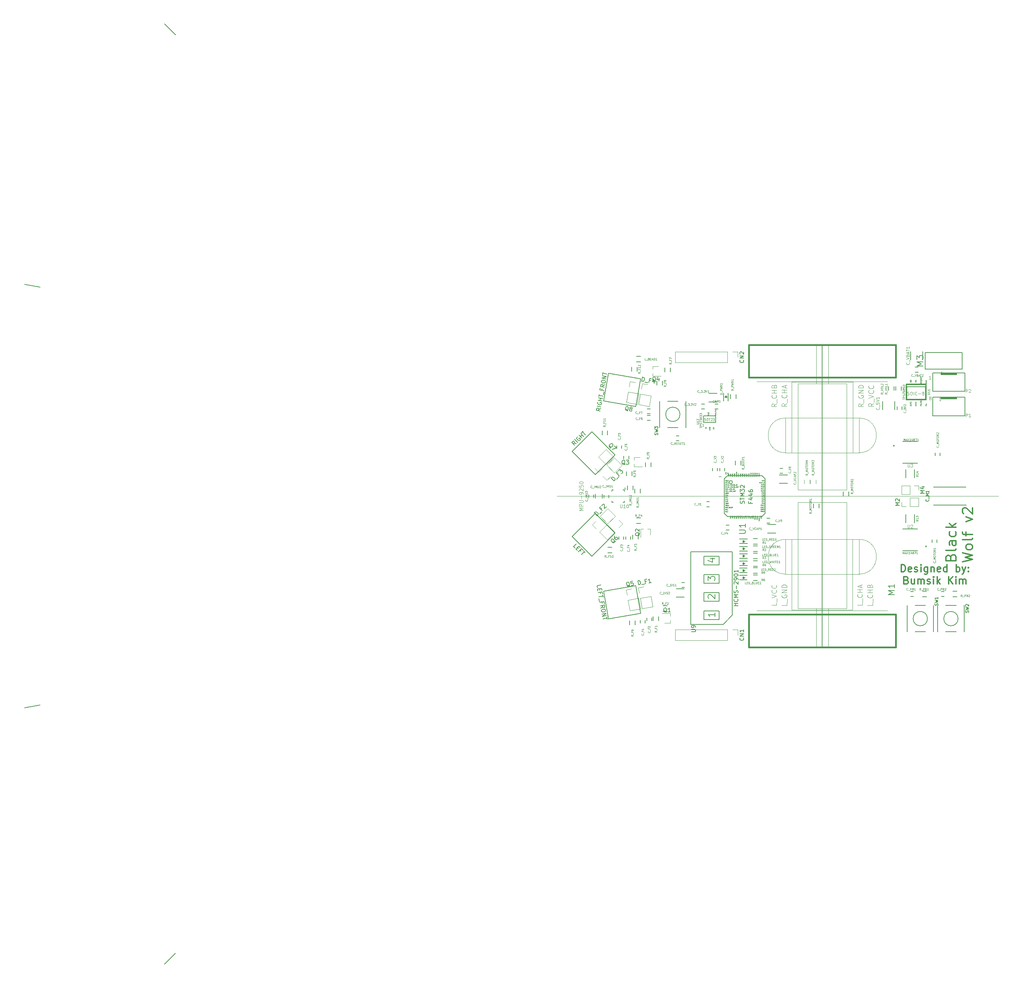
<source format=gto>
G04 #@! TF.FileFunction,Legend,Top*
%FSLAX46Y46*%
G04 Gerber Fmt 4.6, Leading zero omitted, Abs format (unit mm)*
G04 Created by KiCad (PCBNEW 4.0.7) date 03/07/18 23:31:53*
%MOMM*%
%LPD*%
G01*
G04 APERTURE LIST*
%ADD10C,0.100000*%
%ADD11C,0.300000*%
%ADD12C,0.150000*%
%ADD13C,0.127000*%
%ADD14C,0.152400*%
%ADD15C,0.120000*%
%ADD16C,0.406400*%
%ADD17C,0.050000*%
%ADD18C,0.128016*%
%ADD19C,0.020320*%
%ADD20C,0.040640*%
%ADD21C,0.065024*%
%ADD22C,0.142240*%
%ADD23C,0.073152*%
%ADD24C,0.024384*%
%ADD25C,0.097536*%
%ADD26C,0.101600*%
G04 APERTURE END LIST*
D10*
D11*
X230460429Y-104997429D02*
X230579476Y-104640286D01*
X230698524Y-104521238D01*
X230936619Y-104402190D01*
X231293762Y-104402190D01*
X231531857Y-104521238D01*
X231650905Y-104640286D01*
X231769952Y-104878381D01*
X231769952Y-105830762D01*
X229269952Y-105830762D01*
X229269952Y-104997429D01*
X229389000Y-104759333D01*
X229508048Y-104640286D01*
X229746143Y-104521238D01*
X229984238Y-104521238D01*
X230222333Y-104640286D01*
X230341381Y-104759333D01*
X230460429Y-104997429D01*
X230460429Y-105830762D01*
X231769952Y-102973619D02*
X231650905Y-103211714D01*
X231412810Y-103330762D01*
X229269952Y-103330762D01*
X231769952Y-100949809D02*
X230460429Y-100949809D01*
X230222333Y-101068857D01*
X230103286Y-101306952D01*
X230103286Y-101783143D01*
X230222333Y-102021238D01*
X231650905Y-100949809D02*
X231769952Y-101187905D01*
X231769952Y-101783143D01*
X231650905Y-102021238D01*
X231412810Y-102140286D01*
X231174714Y-102140286D01*
X230936619Y-102021238D01*
X230817571Y-101783143D01*
X230817571Y-101187905D01*
X230698524Y-100949809D01*
X231650905Y-98687904D02*
X231769952Y-98926000D01*
X231769952Y-99402190D01*
X231650905Y-99640285D01*
X231531857Y-99759333D01*
X231293762Y-99878381D01*
X230579476Y-99878381D01*
X230341381Y-99759333D01*
X230222333Y-99640285D01*
X230103286Y-99402190D01*
X230103286Y-98926000D01*
X230222333Y-98687904D01*
X231769952Y-97616476D02*
X229269952Y-97616476D01*
X230817571Y-97378381D02*
X231769952Y-96664095D01*
X230103286Y-96664095D02*
X231055667Y-97616476D01*
X233319952Y-106068857D02*
X235819952Y-105473619D01*
X234034238Y-104997429D01*
X235819952Y-104521238D01*
X233319952Y-103926000D01*
X235819952Y-102616476D02*
X235700905Y-102854571D01*
X235581857Y-102973619D01*
X235343762Y-103092667D01*
X234629476Y-103092667D01*
X234391381Y-102973619D01*
X234272333Y-102854571D01*
X234153286Y-102616476D01*
X234153286Y-102259333D01*
X234272333Y-102021238D01*
X234391381Y-101902190D01*
X234629476Y-101783143D01*
X235343762Y-101783143D01*
X235581857Y-101902190D01*
X235700905Y-102021238D01*
X235819952Y-102259333D01*
X235819952Y-102616476D01*
X235819952Y-100354571D02*
X235700905Y-100592666D01*
X235462810Y-100711714D01*
X233319952Y-100711714D01*
X234153286Y-99759333D02*
X234153286Y-98806952D01*
X235819952Y-99402190D02*
X233677095Y-99402190D01*
X233439000Y-99283142D01*
X233319952Y-99045047D01*
X233319952Y-98806952D01*
X234153286Y-96306952D02*
X235819952Y-95711714D01*
X234153286Y-95116476D01*
X233558048Y-94283143D02*
X233439000Y-94164095D01*
X233319952Y-93926000D01*
X233319952Y-93330762D01*
X233439000Y-93092666D01*
X233558048Y-92973619D01*
X233796143Y-92854571D01*
X234034238Y-92854571D01*
X234391381Y-92973619D01*
X235819952Y-94402190D01*
X235819952Y-92854571D01*
X218339429Y-108534286D02*
X218339429Y-106734286D01*
X218768001Y-106734286D01*
X219025144Y-106820000D01*
X219196572Y-106991429D01*
X219282287Y-107162857D01*
X219368001Y-107505714D01*
X219368001Y-107762857D01*
X219282287Y-108105714D01*
X219196572Y-108277143D01*
X219025144Y-108448571D01*
X218768001Y-108534286D01*
X218339429Y-108534286D01*
X220825144Y-108448571D02*
X220653715Y-108534286D01*
X220310858Y-108534286D01*
X220139429Y-108448571D01*
X220053715Y-108277143D01*
X220053715Y-107591429D01*
X220139429Y-107420000D01*
X220310858Y-107334286D01*
X220653715Y-107334286D01*
X220825144Y-107420000D01*
X220910858Y-107591429D01*
X220910858Y-107762857D01*
X220053715Y-107934286D01*
X221596572Y-108448571D02*
X221768001Y-108534286D01*
X222110858Y-108534286D01*
X222282286Y-108448571D01*
X222368001Y-108277143D01*
X222368001Y-108191429D01*
X222282286Y-108020000D01*
X222110858Y-107934286D01*
X221853715Y-107934286D01*
X221682286Y-107848571D01*
X221596572Y-107677143D01*
X221596572Y-107591429D01*
X221682286Y-107420000D01*
X221853715Y-107334286D01*
X222110858Y-107334286D01*
X222282286Y-107420000D01*
X223139429Y-108534286D02*
X223139429Y-107334286D01*
X223139429Y-106734286D02*
X223053715Y-106820000D01*
X223139429Y-106905714D01*
X223225144Y-106820000D01*
X223139429Y-106734286D01*
X223139429Y-106905714D01*
X224768001Y-107334286D02*
X224768001Y-108791429D01*
X224682287Y-108962857D01*
X224596572Y-109048571D01*
X224425144Y-109134286D01*
X224168001Y-109134286D01*
X223996572Y-109048571D01*
X224768001Y-108448571D02*
X224596572Y-108534286D01*
X224253715Y-108534286D01*
X224082287Y-108448571D01*
X223996572Y-108362857D01*
X223910858Y-108191429D01*
X223910858Y-107677143D01*
X223996572Y-107505714D01*
X224082287Y-107420000D01*
X224253715Y-107334286D01*
X224596572Y-107334286D01*
X224768001Y-107420000D01*
X225625143Y-107334286D02*
X225625143Y-108534286D01*
X225625143Y-107505714D02*
X225710858Y-107420000D01*
X225882286Y-107334286D01*
X226139429Y-107334286D01*
X226310858Y-107420000D01*
X226396572Y-107591429D01*
X226396572Y-108534286D01*
X227939429Y-108448571D02*
X227768000Y-108534286D01*
X227425143Y-108534286D01*
X227253714Y-108448571D01*
X227168000Y-108277143D01*
X227168000Y-107591429D01*
X227253714Y-107420000D01*
X227425143Y-107334286D01*
X227768000Y-107334286D01*
X227939429Y-107420000D01*
X228025143Y-107591429D01*
X228025143Y-107762857D01*
X227168000Y-107934286D01*
X229568000Y-108534286D02*
X229568000Y-106734286D01*
X229568000Y-108448571D02*
X229396571Y-108534286D01*
X229053714Y-108534286D01*
X228882286Y-108448571D01*
X228796571Y-108362857D01*
X228710857Y-108191429D01*
X228710857Y-107677143D01*
X228796571Y-107505714D01*
X228882286Y-107420000D01*
X229053714Y-107334286D01*
X229396571Y-107334286D01*
X229568000Y-107420000D01*
X231796571Y-108534286D02*
X231796571Y-106734286D01*
X231796571Y-107420000D02*
X231968000Y-107334286D01*
X232310857Y-107334286D01*
X232482286Y-107420000D01*
X232568000Y-107505714D01*
X232653714Y-107677143D01*
X232653714Y-108191429D01*
X232568000Y-108362857D01*
X232482286Y-108448571D01*
X232310857Y-108534286D01*
X231968000Y-108534286D01*
X231796571Y-108448571D01*
X233253714Y-107334286D02*
X233682285Y-108534286D01*
X234110857Y-107334286D02*
X233682285Y-108534286D01*
X233510857Y-108962857D01*
X233425142Y-109048571D01*
X233253714Y-109134286D01*
X234796571Y-108362857D02*
X234882286Y-108448571D01*
X234796571Y-108534286D01*
X234710857Y-108448571D01*
X234796571Y-108362857D01*
X234796571Y-108534286D01*
X234796571Y-107420000D02*
X234882286Y-107505714D01*
X234796571Y-107591429D01*
X234710857Y-107505714D01*
X234796571Y-107420000D01*
X234796571Y-107591429D01*
X219582285Y-110591429D02*
X219839428Y-110677143D01*
X219925143Y-110762857D01*
X220010857Y-110934286D01*
X220010857Y-111191429D01*
X219925143Y-111362857D01*
X219839428Y-111448571D01*
X219668000Y-111534286D01*
X218982285Y-111534286D01*
X218982285Y-109734286D01*
X219582285Y-109734286D01*
X219753714Y-109820000D01*
X219839428Y-109905714D01*
X219925143Y-110077143D01*
X219925143Y-110248571D01*
X219839428Y-110420000D01*
X219753714Y-110505714D01*
X219582285Y-110591429D01*
X218982285Y-110591429D01*
X221553714Y-110334286D02*
X221553714Y-111534286D01*
X220782285Y-110334286D02*
X220782285Y-111277143D01*
X220868000Y-111448571D01*
X221039428Y-111534286D01*
X221296571Y-111534286D01*
X221468000Y-111448571D01*
X221553714Y-111362857D01*
X222410856Y-111534286D02*
X222410856Y-110334286D01*
X222410856Y-110505714D02*
X222496571Y-110420000D01*
X222667999Y-110334286D01*
X222925142Y-110334286D01*
X223096571Y-110420000D01*
X223182285Y-110591429D01*
X223182285Y-111534286D01*
X223182285Y-110591429D02*
X223267999Y-110420000D01*
X223439428Y-110334286D01*
X223696571Y-110334286D01*
X223867999Y-110420000D01*
X223953714Y-110591429D01*
X223953714Y-111534286D01*
X224725142Y-111448571D02*
X224896571Y-111534286D01*
X225239428Y-111534286D01*
X225410856Y-111448571D01*
X225496571Y-111277143D01*
X225496571Y-111191429D01*
X225410856Y-111020000D01*
X225239428Y-110934286D01*
X224982285Y-110934286D01*
X224810856Y-110848571D01*
X224725142Y-110677143D01*
X224725142Y-110591429D01*
X224810856Y-110420000D01*
X224982285Y-110334286D01*
X225239428Y-110334286D01*
X225410856Y-110420000D01*
X226267999Y-111534286D02*
X226267999Y-110334286D01*
X226267999Y-109734286D02*
X226182285Y-109820000D01*
X226267999Y-109905714D01*
X226353714Y-109820000D01*
X226267999Y-109734286D01*
X226267999Y-109905714D01*
X227125142Y-111534286D02*
X227125142Y-109734286D01*
X227296571Y-110848571D02*
X227810857Y-111534286D01*
X227810857Y-110334286D02*
X227125142Y-111020000D01*
X229953714Y-111534286D02*
X229953714Y-109734286D01*
X230982286Y-111534286D02*
X230210857Y-110505714D01*
X230982286Y-109734286D02*
X229953714Y-110762857D01*
X231753714Y-111534286D02*
X231753714Y-110334286D01*
X231753714Y-109734286D02*
X231668000Y-109820000D01*
X231753714Y-109905714D01*
X231839429Y-109820000D01*
X231753714Y-109734286D01*
X231753714Y-109905714D01*
X232610857Y-111534286D02*
X232610857Y-110334286D01*
X232610857Y-110505714D02*
X232696572Y-110420000D01*
X232868000Y-110334286D01*
X233125143Y-110334286D01*
X233296572Y-110420000D01*
X233382286Y-110591429D01*
X233382286Y-111534286D01*
X233382286Y-110591429D02*
X233468000Y-110420000D01*
X233639429Y-110334286D01*
X233896572Y-110334286D01*
X234068000Y-110420000D01*
X234153715Y-110591429D01*
X234153715Y-111534286D01*
D12*
X224750714Y-120000000D02*
G75*
G03X224750714Y-120000000I-1750714J0D01*
G01*
X219775000Y-116775000D02*
X219800000Y-116775000D01*
X226225000Y-116775000D02*
X226200000Y-116775000D01*
X226225000Y-123225000D02*
X226200000Y-123225000D01*
X219800000Y-123225000D02*
X219775000Y-123225000D01*
X221700000Y-116775000D02*
X224300000Y-116775000D01*
X219775000Y-123225000D02*
X219775000Y-116775000D01*
X221700000Y-123225000D02*
X224300000Y-123225000D01*
X226225000Y-123225000D02*
X226225000Y-116775000D01*
X221575000Y-83500000D02*
X221575000Y-85500000D01*
X219425000Y-85500000D02*
X219425000Y-83500000D01*
X219425000Y-96500000D02*
X219425000Y-94500000D01*
X221575000Y-94500000D02*
X221575000Y-96500000D01*
X190484000Y-84827000D02*
X188484000Y-84827000D01*
X188484000Y-86877000D02*
X190484000Y-86877000D01*
X185600000Y-99025000D02*
X187600000Y-99025000D01*
X187600000Y-96975000D02*
X185600000Y-96975000D01*
X163200000Y-114725000D02*
X165200000Y-114725000D01*
X165200000Y-112675000D02*
X163200000Y-112675000D01*
X173212000Y-64888000D02*
X171212000Y-64888000D01*
X171212000Y-66938000D02*
X173212000Y-66938000D01*
X182149000Y-100410000D02*
X183149000Y-100410000D01*
X183149000Y-101760000D02*
X182149000Y-101760000D01*
X182149000Y-102210000D02*
X183149000Y-102210000D01*
X183149000Y-103560000D02*
X182149000Y-103560000D01*
X182149000Y-104010000D02*
X183149000Y-104010000D01*
X183149000Y-105360000D02*
X182149000Y-105360000D01*
X215225000Y-64127000D02*
X215225000Y-63127000D01*
X216575000Y-63127000D02*
X216575000Y-64127000D01*
X218353000Y-63127000D02*
X218353000Y-64127000D01*
X217003000Y-64127000D02*
X217003000Y-63127000D01*
X177875000Y-65100000D02*
X177875000Y-66100000D01*
X176525000Y-66100000D02*
X176525000Y-65100000D01*
X232000000Y-114675000D02*
X231000000Y-114675000D01*
X231000000Y-113325000D02*
X232000000Y-113325000D01*
X224500000Y-114675000D02*
X223500000Y-114675000D01*
X223500000Y-113325000D02*
X224500000Y-113325000D01*
X205475000Y-88900000D02*
X205475000Y-89900000D01*
X204125000Y-89900000D02*
X204125000Y-88900000D01*
X198175000Y-91900000D02*
X198175000Y-92900000D01*
X196825000Y-92900000D02*
X196825000Y-91900000D01*
X151325000Y-88500000D02*
X151325000Y-87500000D01*
X152675000Y-87500000D02*
X152675000Y-88500000D01*
X153075000Y-89250000D02*
X153075000Y-88250000D01*
X154425000Y-88250000D02*
X154425000Y-89250000D01*
X177725000Y-82400000D02*
X177725000Y-81400000D01*
X179075000Y-81400000D02*
X179075000Y-82400000D01*
X182149000Y-105810000D02*
X183149000Y-105810000D01*
X183149000Y-107160000D02*
X182149000Y-107160000D01*
X153500000Y-55825000D02*
X154500000Y-55825000D01*
X154500000Y-57175000D02*
X153500000Y-57175000D01*
X178749000Y-107035000D02*
X180649000Y-107035000D01*
X178749000Y-105935000D02*
X180649000Y-105935000D01*
X179649000Y-106485000D02*
X180099000Y-106485000D01*
X179599000Y-106235000D02*
X179599000Y-106735000D01*
X179599000Y-106485000D02*
X179849000Y-106235000D01*
X179849000Y-106235000D02*
X179849000Y-106735000D01*
X179849000Y-106735000D02*
X179599000Y-106485000D01*
X178749000Y-103435000D02*
X180649000Y-103435000D01*
X178749000Y-102335000D02*
X180649000Y-102335000D01*
X179649000Y-102885000D02*
X180099000Y-102885000D01*
X179599000Y-102635000D02*
X179599000Y-103135000D01*
X179599000Y-102885000D02*
X179849000Y-102635000D01*
X179849000Y-102635000D02*
X179849000Y-103135000D01*
X179849000Y-103135000D02*
X179599000Y-102885000D01*
X178749000Y-105235000D02*
X180649000Y-105235000D01*
X178749000Y-104135000D02*
X180649000Y-104135000D01*
X179649000Y-104685000D02*
X180099000Y-104685000D01*
X179599000Y-104435000D02*
X179599000Y-104935000D01*
X179599000Y-104685000D02*
X179849000Y-104435000D01*
X179849000Y-104435000D02*
X179849000Y-104935000D01*
X179849000Y-104935000D02*
X179599000Y-104685000D01*
X175950000Y-66700000D02*
X175950000Y-64800000D01*
X174850000Y-66700000D02*
X174850000Y-64800000D01*
X175400000Y-65800000D02*
X175400000Y-65350000D01*
X175150000Y-65850000D02*
X175650000Y-65850000D01*
X175400000Y-65850000D02*
X175150000Y-65600000D01*
X175150000Y-65600000D02*
X175650000Y-65600000D01*
X175650000Y-65600000D02*
X175400000Y-65850000D01*
X178749000Y-101635000D02*
X180649000Y-101635000D01*
X178749000Y-100535000D02*
X180649000Y-100535000D01*
X179649000Y-101085000D02*
X180099000Y-101085000D01*
X179599000Y-100835000D02*
X179599000Y-101335000D01*
X179599000Y-101085000D02*
X179849000Y-100835000D01*
X179849000Y-100835000D02*
X179849000Y-101335000D01*
X179849000Y-101335000D02*
X179599000Y-101085000D01*
D13*
X150200000Y-88500000D02*
X150500000Y-88500000D01*
X150500000Y-88500000D02*
X150500000Y-88800000D01*
X150500000Y-91200000D02*
X150500000Y-91500000D01*
X147500000Y-91200000D02*
X147500000Y-91500000D01*
X147500000Y-88500000D02*
X147500000Y-88800000D01*
X147500000Y-88500000D02*
X147800000Y-88500000D01*
X147500000Y-91500000D02*
X147800000Y-91500000D01*
X150200000Y-91500000D02*
X150500000Y-91500000D01*
D10*
X150900000Y-88200000D02*
G75*
G03X150900000Y-88200000I-200000J0D01*
G01*
D13*
X177000000Y-86600000D02*
G75*
G03X177000000Y-86600000I-400000J0D01*
G01*
X184250000Y-85000000D02*
X175750000Y-85000000D01*
X175000000Y-85750000D02*
X175000000Y-94250000D01*
X175750000Y-95000000D02*
X184250000Y-95000000D01*
X185000000Y-94250000D02*
X185000000Y-85750000D01*
X184250000Y-85000000D02*
X185000000Y-85750000D01*
X185000000Y-94250000D02*
X184250000Y-95000000D01*
X175000000Y-94250000D02*
X175750000Y-95000000D01*
X175750000Y-85000000D02*
X175000000Y-85750000D01*
X224227000Y-54896000D02*
X224227000Y-58896000D01*
X224227000Y-58896000D02*
X233227000Y-58896000D01*
X233227000Y-58896000D02*
X233227000Y-54896000D01*
X233227000Y-54896000D02*
X224227000Y-54896000D01*
X233919500Y-70327500D02*
X226069500Y-70327500D01*
X226069500Y-70327500D02*
X226069500Y-65827500D01*
X226069500Y-65827500D02*
X233919500Y-65827500D01*
X233919500Y-65827500D02*
X233919500Y-70327500D01*
D10*
G36*
X231969500Y-65827500D02*
X227969500Y-65827500D01*
X227969500Y-66327500D01*
X231969500Y-66327500D01*
X231969500Y-65827500D01*
G37*
D13*
X233922500Y-64382500D02*
X226072500Y-64382500D01*
X226072500Y-64382500D02*
X226072500Y-59882500D01*
X226072500Y-59882500D02*
X233922500Y-59882500D01*
X233922500Y-59882500D02*
X233922500Y-64382500D01*
D10*
G36*
X231972500Y-59882500D02*
X227972500Y-59882500D01*
X227972500Y-60382500D01*
X231972500Y-60382500D01*
X231972500Y-59882500D01*
G37*
D12*
X164150714Y-70000000D02*
G75*
G03X164150714Y-70000000I-1750714J0D01*
G01*
X159175000Y-66775000D02*
X159200000Y-66775000D01*
X165625000Y-66775000D02*
X165600000Y-66775000D01*
X165625000Y-73225000D02*
X165600000Y-73225000D01*
X159200000Y-73225000D02*
X159175000Y-73225000D01*
X161100000Y-66775000D02*
X163700000Y-66775000D01*
X159175000Y-73225000D02*
X159175000Y-66775000D01*
X161100000Y-73225000D02*
X163700000Y-73225000D01*
X165625000Y-73225000D02*
X165625000Y-66775000D01*
X232250714Y-120000000D02*
G75*
G03X232250714Y-120000000I-1750714J0D01*
G01*
X227275000Y-116775000D02*
X227300000Y-116775000D01*
X233725000Y-116775000D02*
X233700000Y-116775000D01*
X233725000Y-123225000D02*
X233700000Y-123225000D01*
X227300000Y-123225000D02*
X227275000Y-123225000D01*
X229200000Y-116775000D02*
X231800000Y-116775000D01*
X227275000Y-123225000D02*
X227275000Y-116775000D01*
X229200000Y-123225000D02*
X231800000Y-123225000D01*
X233725000Y-123225000D02*
X233725000Y-116775000D01*
X234200000Y-87800000D02*
X226200000Y-87800000D01*
X226200000Y-92200000D02*
X234300000Y-92200000D01*
X172751000Y-67472000D02*
X173451000Y-67472000D01*
X173451000Y-68672000D02*
X172751000Y-68672000D01*
X170149000Y-68672000D02*
X169449000Y-68672000D01*
X169449000Y-67472000D02*
X170149000Y-67472000D01*
X218532000Y-68103000D02*
X218532000Y-68803000D01*
X217332000Y-68803000D02*
X217332000Y-68103000D01*
X165250000Y-112400000D02*
X164550000Y-112400000D01*
X164550000Y-111200000D02*
X165250000Y-111200000D01*
X145500000Y-90450000D02*
X145500000Y-89750000D01*
X146700000Y-89750000D02*
X146700000Y-90450000D01*
X141800000Y-90350000D02*
X141800000Y-89650000D01*
X143000000Y-89650000D02*
X143000000Y-90350000D01*
X227100000Y-100650000D02*
X227100000Y-101350000D01*
X225900000Y-101350000D02*
X225900000Y-100650000D01*
X226650000Y-80100000D02*
X226650000Y-79400000D01*
X227850000Y-79400000D02*
X227850000Y-80100000D01*
X163250000Y-75300000D02*
X163950000Y-75300000D01*
X163950000Y-76500000D02*
X163250000Y-76500000D01*
X171350000Y-92600000D02*
X170650000Y-92600000D01*
X170650000Y-91400000D02*
X171350000Y-91400000D01*
X175100000Y-83150000D02*
X175100000Y-83850000D01*
X173900000Y-83850000D02*
X173900000Y-83150000D01*
X172150000Y-83850000D02*
X172150000Y-83150000D01*
X173350000Y-83150000D02*
X173350000Y-83850000D01*
X175450000Y-97100000D02*
X176150000Y-97100000D01*
X176150000Y-98300000D02*
X175450000Y-98300000D01*
X186151000Y-96612000D02*
X185451000Y-96612000D01*
X185451000Y-95412000D02*
X186151000Y-95412000D01*
X188626000Y-83220000D02*
X189326000Y-83220000D01*
X189326000Y-84420000D02*
X188626000Y-84420000D01*
X221773000Y-58455000D02*
X222473000Y-58455000D01*
X222473000Y-59655000D02*
X221773000Y-59655000D01*
D14*
X218671200Y-81992400D02*
X222328800Y-81992400D01*
X222328800Y-76607600D02*
X218671200Y-76607600D01*
D10*
G36*
X216436000Y-77877600D02*
X216436000Y-77471200D01*
X216690000Y-77471200D01*
X216690000Y-77877600D01*
X216436000Y-77877600D01*
G37*
D14*
X222328800Y-98007600D02*
X218671200Y-98007600D01*
X218671200Y-103392400D02*
X222328800Y-103392400D01*
D10*
G36*
X224564000Y-102122400D02*
X224564000Y-102528800D01*
X224310000Y-102528800D01*
X224310000Y-102122400D01*
X224564000Y-102122400D01*
G37*
D13*
X176980000Y-119167500D02*
X176980000Y-103610000D01*
X176980000Y-103610000D02*
X166820000Y-103610000D01*
X166820000Y-103610000D02*
X166820000Y-121390000D01*
X166820000Y-121390000D02*
X174757500Y-121390000D01*
X173754200Y-120221600D02*
X173754200Y-118113400D01*
X173754200Y-118113400D02*
X170045800Y-118113400D01*
X170045800Y-118113400D02*
X170045800Y-120221600D01*
X170045800Y-120221600D02*
X173754200Y-120221600D01*
X173754200Y-115776600D02*
X173754200Y-113668400D01*
X173754200Y-113668400D02*
X170045800Y-113668400D01*
X170045800Y-113668400D02*
X170045800Y-115776600D01*
X170045800Y-115776600D02*
X173754200Y-115776600D01*
X173754200Y-111331600D02*
X173754200Y-109223400D01*
X173754200Y-109223400D02*
X170045800Y-109223400D01*
X170045800Y-109223400D02*
X170045800Y-111331600D01*
X170045800Y-111331600D02*
X173754200Y-111331600D01*
X173754200Y-106886600D02*
X173754200Y-104778400D01*
X173754200Y-104778400D02*
X170045800Y-104778400D01*
X170045800Y-104778400D02*
X170045800Y-106886600D01*
X170045800Y-106886600D02*
X173754200Y-106886600D01*
X174757500Y-121390000D02*
X176980000Y-119167500D01*
D12*
X143450000Y-89500000D02*
X143450000Y-90500000D01*
X145150000Y-90500000D02*
X145150000Y-89500000D01*
X223598000Y-56626000D02*
X223598000Y-54626000D01*
X220648000Y-54626000D02*
X220648000Y-56626000D01*
X216740000Y-68818000D02*
X216740000Y-66818000D01*
X213790000Y-66818000D02*
X213790000Y-68818000D01*
D13*
X169950000Y-72000000D02*
X172850000Y-72000000D01*
X172850000Y-72000000D02*
X172850000Y-70400000D01*
X172850000Y-70400000D02*
X169950000Y-70400000D01*
X169950000Y-70400000D02*
X169950000Y-72000000D01*
X224446000Y-62566000D02*
X219546000Y-62566000D01*
X219546000Y-62566000D02*
X219546000Y-62766000D01*
X219546000Y-62766000D02*
X219546000Y-66466000D01*
X219546000Y-66466000D02*
X224446000Y-66466000D01*
X224446000Y-66466000D02*
X224446000Y-62766000D01*
X224446000Y-62766000D02*
X224446000Y-62566000D01*
X224446000Y-66466000D02*
X224246000Y-66266000D01*
X224246000Y-66266000D02*
X219746000Y-66266000D01*
X219546000Y-66466000D02*
X219746000Y-66266000D01*
X219746000Y-66266000D02*
X219746000Y-63266000D01*
X219746000Y-63266000D02*
X219546000Y-62766000D01*
X219546000Y-62766000D02*
X224446000Y-62766000D01*
X224446000Y-62766000D02*
X224246000Y-63266000D01*
X224246000Y-66266000D02*
X224246000Y-63266000D01*
X224246000Y-63266000D02*
X219746000Y-63266000D01*
D15*
X154410739Y-114981658D02*
X154862224Y-117542158D01*
X154862224Y-117542158D02*
X157481813Y-117080254D01*
X157481813Y-117080254D02*
X157030327Y-114519754D01*
X157030327Y-114519754D02*
X154410739Y-114981658D01*
X154190206Y-113730952D02*
X153959254Y-112421158D01*
X153959254Y-112421158D02*
X155269048Y-112190206D01*
X148292426Y-94911522D02*
X146453949Y-93073045D01*
X146453949Y-93073045D02*
X144573045Y-94953949D01*
X144573045Y-94953949D02*
X146411522Y-96792426D01*
X146411522Y-96792426D02*
X148292426Y-94911522D01*
X149190452Y-95809548D02*
X150130904Y-96750000D01*
X150130904Y-96750000D02*
X149190452Y-97690452D01*
X148088478Y-84292426D02*
X149926955Y-82453949D01*
X149926955Y-82453949D02*
X148046051Y-80573045D01*
X148046051Y-80573045D02*
X146207574Y-82411522D01*
X146207574Y-82411522D02*
X148088478Y-84292426D01*
X147190452Y-85190452D02*
X146250000Y-86130904D01*
X146250000Y-86130904D02*
X145309548Y-85190452D01*
X154469673Y-65019754D02*
X154018187Y-67580254D01*
X154018187Y-67580254D02*
X156637776Y-68042158D01*
X156637776Y-68042158D02*
X157089261Y-65481658D01*
X157089261Y-65481658D02*
X154469673Y-65019754D01*
X154690206Y-63769048D02*
X154921158Y-62459254D01*
X154921158Y-62459254D02*
X156230952Y-62690206D01*
X161766000Y-120388000D02*
X161766000Y-121048000D01*
X161766000Y-118728000D02*
X161766000Y-119388000D01*
X161766000Y-118728000D02*
X159736000Y-118728000D01*
X160356000Y-121048000D02*
X161766000Y-121048000D01*
X156202000Y-98076000D02*
X156862000Y-98076000D01*
X154542000Y-98076000D02*
X155202000Y-98076000D01*
X154542000Y-98076000D02*
X154542000Y-100106000D01*
X156862000Y-99486000D02*
X156862000Y-98076000D01*
X152940000Y-81161000D02*
X152940000Y-80501000D01*
X152940000Y-82821000D02*
X152940000Y-82161000D01*
X152940000Y-82821000D02*
X154970000Y-82821000D01*
X154350000Y-80501000D02*
X152940000Y-80501000D01*
X157512000Y-58936000D02*
X157512000Y-58276000D01*
X157512000Y-60596000D02*
X157512000Y-59936000D01*
X157512000Y-60596000D02*
X159542000Y-60596000D01*
X158922000Y-58276000D02*
X157512000Y-58276000D01*
X151410739Y-115481658D02*
X151862224Y-118042158D01*
X151862224Y-118042158D02*
X154481813Y-117580254D01*
X154481813Y-117580254D02*
X154030327Y-115019754D01*
X154030327Y-115019754D02*
X151410739Y-115481658D01*
X151190206Y-114230952D02*
X150959254Y-112921158D01*
X150959254Y-112921158D02*
X152269048Y-112690206D01*
X144457574Y-98838478D02*
X146296051Y-100676955D01*
X146296051Y-100676955D02*
X148176955Y-98796051D01*
X148176955Y-98796051D02*
X146338478Y-96957574D01*
X146338478Y-96957574D02*
X144457574Y-98838478D01*
X143559548Y-97940452D02*
X142619096Y-97000000D01*
X142619096Y-97000000D02*
X143559548Y-96059548D01*
X146088478Y-82292426D02*
X147926955Y-80453949D01*
X147926955Y-80453949D02*
X146046051Y-78573045D01*
X146046051Y-78573045D02*
X144207574Y-80411522D01*
X144207574Y-80411522D02*
X146088478Y-82292426D01*
X145190452Y-83190452D02*
X144250000Y-84130904D01*
X144250000Y-84130904D02*
X143309548Y-83190452D01*
X151469673Y-64519754D02*
X151018187Y-67080254D01*
X151018187Y-67080254D02*
X153637776Y-67542158D01*
X153637776Y-67542158D02*
X154089261Y-64981658D01*
X154089261Y-64981658D02*
X151469673Y-64519754D01*
X151690206Y-63269048D02*
X151921158Y-61959254D01*
X151921158Y-61959254D02*
X153230952Y-62190206D01*
X175730000Y-54670000D02*
X162970000Y-54670000D01*
X162970000Y-54670000D02*
X162970000Y-57330000D01*
X162970000Y-57330000D02*
X175730000Y-57330000D01*
X175730000Y-57330000D02*
X175730000Y-54670000D01*
X177000000Y-54670000D02*
X178330000Y-54670000D01*
X178330000Y-54670000D02*
X178330000Y-56000000D01*
X220500000Y-92560000D02*
X222560000Y-92560000D01*
X222560000Y-92560000D02*
X222560000Y-90440000D01*
X222560000Y-90440000D02*
X220500000Y-90440000D01*
X220500000Y-90440000D02*
X220500000Y-92560000D01*
X219500000Y-92560000D02*
X218440000Y-92560000D01*
X218440000Y-92560000D02*
X218440000Y-91500000D01*
X220500000Y-87440000D02*
X218440000Y-87440000D01*
X218440000Y-87440000D02*
X218440000Y-89560000D01*
X218440000Y-89560000D02*
X220500000Y-89560000D01*
X220500000Y-89560000D02*
X220500000Y-87440000D01*
X221500000Y-87440000D02*
X222560000Y-87440000D01*
X222560000Y-87440000D02*
X222560000Y-88500000D01*
D10*
X242160000Y-90000000D02*
X134000000Y-90000000D01*
X205000000Y-88500000D02*
X205000000Y-62500000D01*
X205000000Y-62500000D02*
X200500000Y-62500000D01*
X200500000Y-62500000D02*
X197500000Y-62500000D01*
X197500000Y-62500000D02*
X193000000Y-62500000D01*
X193000000Y-62500000D02*
X193000000Y-88500000D01*
X193000000Y-88500000D02*
X205000000Y-88500000D01*
X206500000Y-62100000D02*
X191500000Y-62100000D01*
X191500000Y-62100000D02*
X191500000Y-70900000D01*
X191500000Y-70900000D02*
X191500000Y-79400000D01*
X190000000Y-79400000D02*
X191500000Y-79400000D01*
X191500000Y-79400000D02*
X206500000Y-79400000D01*
X206500000Y-79400000D02*
X206500000Y-70900000D01*
X206500000Y-70900000D02*
X206500000Y-62100000D01*
X191500000Y-70900000D02*
X190000000Y-70900000D01*
X190000000Y-70900000D02*
X190000000Y-79400000D01*
X190000000Y-70900000D02*
G75*
G03X190000000Y-79400000I0J-4250000D01*
G01*
X208000000Y-79400000D02*
X206500000Y-79400000D01*
X208000000Y-70900000D02*
X206500000Y-70900000D01*
X208000000Y-70900000D02*
X208000000Y-79400000D01*
X208000000Y-79400000D02*
G75*
G03X208000000Y-70900000I0J4250000D01*
G01*
X193000000Y-91500000D02*
X193000000Y-117500000D01*
X193000000Y-117500000D02*
X197500000Y-117500000D01*
X197500000Y-117500000D02*
X200500000Y-117500000D01*
X200500000Y-117500000D02*
X205000000Y-117500000D01*
X205000000Y-117500000D02*
X205000000Y-91500000D01*
X205000000Y-91500000D02*
X193000000Y-91500000D01*
X200500000Y-126990000D02*
X200500000Y-117500000D01*
X197500000Y-117500000D02*
X197500000Y-126990000D01*
X200500000Y-127000000D02*
X199000000Y-127000000D01*
X199000000Y-127000000D02*
X197500000Y-127000000D01*
X191500000Y-117900000D02*
X206400000Y-117900000D01*
X206400000Y-117900000D02*
X206400000Y-109100000D01*
X206400000Y-109100000D02*
X206400000Y-100600000D01*
X208000000Y-100600000D02*
X206400000Y-100600000D01*
X206400000Y-100600000D02*
X191500000Y-100600000D01*
X191500000Y-100600000D02*
X191500000Y-109100000D01*
X191500000Y-109100000D02*
X191500000Y-117900000D01*
X206400000Y-109100000D02*
X208000000Y-109100000D01*
X208000000Y-109100000D02*
X208000000Y-100600000D01*
X208000000Y-109100000D02*
G75*
G03X208000000Y-100600000I0J4250000D01*
G01*
X190000000Y-100600000D02*
X191500000Y-100600000D01*
X190000000Y-109100000D02*
X191500000Y-109100000D01*
X190000000Y-109100000D02*
X190000000Y-100600000D01*
X190000000Y-100600000D02*
G75*
G03X190000000Y-109100000I0J-4250000D01*
G01*
X215000000Y-62000000D02*
X183000000Y-62000000D01*
X183000000Y-118000000D02*
X215000000Y-118000000D01*
D16*
X181000000Y-127000000D02*
X181000000Y-119000000D01*
X181000000Y-119000000D02*
X217000000Y-119000000D01*
X217000000Y-119000000D02*
X217000000Y-127000000D01*
X217000000Y-127000000D02*
X199000000Y-127000000D01*
X199000000Y-127000000D02*
X181000000Y-127000000D01*
D10*
X197500000Y-53010000D02*
X197500000Y-62500000D01*
X200500000Y-62500000D02*
X200500000Y-53010000D01*
X197500000Y-53000000D02*
X199000000Y-53000000D01*
X199000000Y-53000000D02*
X200500000Y-53000000D01*
D16*
X217000000Y-53000000D02*
X217000000Y-61000000D01*
X217000000Y-61000000D02*
X181000000Y-61000000D01*
X181000000Y-61000000D02*
X181000000Y-53000000D01*
X181000000Y-53000000D02*
X199000000Y-53000000D01*
X199000000Y-53000000D02*
X217000000Y-53000000D01*
D13*
X199000000Y-127000000D02*
X199000000Y-53000000D01*
D10*
X191500000Y-70900000D02*
X206500000Y-70900000D01*
X206400000Y-109100000D02*
X191500000Y-109100000D01*
D12*
X7419534Y-141140783D02*
X3667416Y-141802383D01*
X146644215Y-120089860D02*
X154552221Y-118695465D01*
X154552221Y-118695465D02*
X153355785Y-111910140D01*
X153355785Y-111910140D02*
X145447779Y-113304535D01*
X145447779Y-113304535D02*
X146644215Y-120089860D01*
X40625080Y-201874920D02*
X37931003Y-204568997D01*
X142596949Y-104775017D02*
X148275017Y-99096949D01*
X148275017Y-99096949D02*
X143403051Y-94224983D01*
X143403051Y-94224983D02*
X137724983Y-99903051D01*
X137724983Y-99903051D02*
X142596949Y-104775017D01*
X40625080Y22874920D02*
X37931003Y25568997D01*
X137724983Y-79096949D02*
X143403051Y-84775017D01*
X143403051Y-84775017D02*
X148275017Y-79903051D01*
X148275017Y-79903051D02*
X142596949Y-74224983D01*
X142596949Y-74224983D02*
X137724983Y-79096949D01*
X7419534Y-38859217D02*
X3667416Y-38197617D01*
X145447779Y-66695465D02*
X153355785Y-68089860D01*
X153355785Y-68089860D02*
X154552221Y-61304535D01*
X154552221Y-61304535D02*
X146644215Y-59910140D01*
X146644215Y-59910140D02*
X145447779Y-66695465D01*
X153675000Y-58400000D02*
X153675000Y-59400000D01*
X152325000Y-59400000D02*
X152325000Y-58400000D01*
X146425000Y-74000000D02*
X146425000Y-75000000D01*
X145075000Y-75000000D02*
X145075000Y-74000000D01*
X147500000Y-103925000D02*
X146500000Y-103925000D01*
X146500000Y-102575000D02*
X147500000Y-102575000D01*
X151825000Y-121500000D02*
X151825000Y-120500000D01*
X153175000Y-120500000D02*
X153175000Y-121500000D01*
X159875000Y-61800000D02*
X159875000Y-62800000D01*
X158525000Y-62800000D02*
X158525000Y-61800000D01*
X161775000Y-58600000D02*
X161775000Y-59600000D01*
X160425000Y-59600000D02*
X160425000Y-58600000D01*
X152425000Y-84000000D02*
X152425000Y-85000000D01*
X151075000Y-85000000D02*
X151075000Y-84000000D01*
X157012000Y-81796000D02*
X157012000Y-82796000D01*
X155662000Y-82796000D02*
X155662000Y-81796000D01*
X154500000Y-96675000D02*
X153500000Y-96675000D01*
X153500000Y-95325000D02*
X154500000Y-95325000D01*
X152575000Y-100500000D02*
X152575000Y-99500000D01*
X153925000Y-99500000D02*
X153925000Y-100500000D01*
X161000000Y-118175000D02*
X160000000Y-118175000D01*
X160000000Y-116825000D02*
X161000000Y-116825000D01*
X157575000Y-120500000D02*
X157575000Y-119500000D01*
X158925000Y-119500000D02*
X158925000Y-120500000D01*
X228850000Y-114600000D02*
X228150000Y-114600000D01*
X228150000Y-113400000D02*
X228850000Y-113400000D01*
X221350000Y-114600000D02*
X220650000Y-114600000D01*
X220650000Y-113400000D02*
X221350000Y-113400000D01*
X156150000Y-70300000D02*
X156850000Y-70300000D01*
X156850000Y-71500000D02*
X156150000Y-71500000D01*
X156150000Y-68650000D02*
X156850000Y-68650000D01*
X156850000Y-69850000D02*
X156150000Y-69850000D01*
X150400000Y-80850000D02*
X150400000Y-80150000D01*
X151600000Y-80150000D02*
X151600000Y-80850000D01*
X148650000Y-78350000D02*
X148650000Y-77650000D01*
X149850000Y-77650000D02*
X149850000Y-78350000D01*
X152100000Y-99900000D02*
X152100000Y-100600000D01*
X150900000Y-100600000D02*
X150900000Y-99900000D01*
X150350000Y-99900000D02*
X150350000Y-100600000D01*
X149150000Y-100600000D02*
X149150000Y-99900000D01*
X157200000Y-119800000D02*
X157200000Y-120500000D01*
X156000000Y-120500000D02*
X156000000Y-119800000D01*
X155600000Y-120400000D02*
X155600000Y-121100000D01*
X154400000Y-121100000D02*
X154400000Y-120400000D01*
X178732000Y-108754000D02*
X180632000Y-108754000D01*
X178732000Y-107654000D02*
X180632000Y-107654000D01*
X179632000Y-108204000D02*
X180082000Y-108204000D01*
X179582000Y-107954000D02*
X179582000Y-108454000D01*
X179582000Y-108204000D02*
X179832000Y-107954000D01*
X179832000Y-107954000D02*
X179832000Y-108454000D01*
X179832000Y-108454000D02*
X179582000Y-108204000D01*
X178732000Y-110532000D02*
X180632000Y-110532000D01*
X178732000Y-109432000D02*
X180632000Y-109432000D01*
X179632000Y-109982000D02*
X180082000Y-109982000D01*
X179582000Y-109732000D02*
X179582000Y-110232000D01*
X179582000Y-109982000D02*
X179832000Y-109732000D01*
X179832000Y-109732000D02*
X179832000Y-110232000D01*
X179832000Y-110232000D02*
X179582000Y-109982000D01*
X182126000Y-107529000D02*
X183126000Y-107529000D01*
X183126000Y-108879000D02*
X182126000Y-108879000D01*
X182126000Y-109307000D02*
X183126000Y-109307000D01*
X183126000Y-110657000D02*
X182126000Y-110657000D01*
D15*
X162970000Y-122670000D02*
X162970000Y-125330000D01*
X175730000Y-122670000D02*
X162970000Y-122670000D01*
X175730000Y-125330000D02*
X162970000Y-125330000D01*
X175730000Y-122670000D02*
X175730000Y-125330000D01*
X177000000Y-122670000D02*
X178330000Y-122670000D01*
X178330000Y-122670000D02*
X178330000Y-124000000D01*
X197403000Y-85987000D02*
X197403000Y-86987000D01*
X196043000Y-86987000D02*
X196043000Y-85987000D01*
X195879000Y-85987000D02*
X195879000Y-86987000D01*
X194519000Y-86987000D02*
X194519000Y-85987000D01*
D12*
X227303571Y-116750000D02*
X227339286Y-116642857D01*
X227339286Y-116464286D01*
X227303571Y-116392857D01*
X227267857Y-116357143D01*
X227196429Y-116321428D01*
X227125000Y-116321428D01*
X227053571Y-116357143D01*
X227017857Y-116392857D01*
X226982143Y-116464286D01*
X226946429Y-116607143D01*
X226910714Y-116678571D01*
X226875000Y-116714286D01*
X226803571Y-116750000D01*
X226732143Y-116750000D01*
X226660714Y-116714286D01*
X226625000Y-116678571D01*
X226589286Y-116607143D01*
X226589286Y-116428571D01*
X226625000Y-116321428D01*
X226589286Y-116071428D02*
X227339286Y-115892857D01*
X226803571Y-115750000D01*
X227339286Y-115607142D01*
X226589286Y-115428571D01*
X227339286Y-114749999D02*
X227339286Y-115178571D01*
X227339286Y-114964285D02*
X226589286Y-114964285D01*
X226696429Y-115035714D01*
X226767857Y-115107142D01*
X226803571Y-115178571D01*
D10*
X222476190Y-84903428D02*
X222238095Y-85070095D01*
X222476190Y-85189142D02*
X221976190Y-85189142D01*
X221976190Y-84998666D01*
X222000000Y-84951047D01*
X222023810Y-84927238D01*
X222071429Y-84903428D01*
X222142857Y-84903428D01*
X222190476Y-84927238D01*
X222214286Y-84951047D01*
X222238095Y-84998666D01*
X222238095Y-85189142D01*
X222476190Y-84427238D02*
X222476190Y-84712952D01*
X222476190Y-84570095D02*
X221976190Y-84570095D01*
X222047619Y-84617714D01*
X222095238Y-84665333D01*
X222119048Y-84712952D01*
X222142857Y-83998667D02*
X222476190Y-83998667D01*
X221952381Y-84117714D02*
X222309524Y-84236762D01*
X222309524Y-83927238D01*
X222476190Y-95825428D02*
X222238095Y-95992095D01*
X222476190Y-96111142D02*
X221976190Y-96111142D01*
X221976190Y-95920666D01*
X222000000Y-95873047D01*
X222023810Y-95849238D01*
X222071429Y-95825428D01*
X222142857Y-95825428D01*
X222190476Y-95849238D01*
X222214286Y-95873047D01*
X222238095Y-95920666D01*
X222238095Y-96111142D01*
X222476190Y-95349238D02*
X222476190Y-95634952D01*
X222476190Y-95492095D02*
X221976190Y-95492095D01*
X222047619Y-95539714D01*
X222095238Y-95587333D01*
X222119048Y-95634952D01*
X221976190Y-95182571D02*
X221976190Y-94873048D01*
X222166667Y-95039714D01*
X222166667Y-94968286D01*
X222190476Y-94920667D01*
X222214286Y-94896857D01*
X222261905Y-94873048D01*
X222380952Y-94873048D01*
X222428571Y-94896857D01*
X222452381Y-94920667D01*
X222476190Y-94968286D01*
X222476190Y-95111143D01*
X222452381Y-95158762D01*
X222428571Y-95182571D01*
X192456571Y-86800380D02*
X192480381Y-86824190D01*
X192504190Y-86895618D01*
X192504190Y-86943237D01*
X192480381Y-87014666D01*
X192432762Y-87062285D01*
X192385143Y-87086094D01*
X192289905Y-87109904D01*
X192218476Y-87109904D01*
X192123238Y-87086094D01*
X192075619Y-87062285D01*
X192028000Y-87014666D01*
X192004190Y-86943237D01*
X192004190Y-86895618D01*
X192028000Y-86824190D01*
X192051810Y-86800380D01*
X192551810Y-86705142D02*
X192551810Y-86324190D01*
X192004190Y-86276571D02*
X192504190Y-86109904D01*
X192004190Y-85943238D01*
X192456571Y-85490857D02*
X192480381Y-85514667D01*
X192504190Y-85586095D01*
X192504190Y-85633714D01*
X192480381Y-85705143D01*
X192432762Y-85752762D01*
X192385143Y-85776571D01*
X192289905Y-85800381D01*
X192218476Y-85800381D01*
X192123238Y-85776571D01*
X192075619Y-85752762D01*
X192028000Y-85705143D01*
X192004190Y-85633714D01*
X192004190Y-85586095D01*
X192028000Y-85514667D01*
X192051810Y-85490857D01*
X192361333Y-85300381D02*
X192361333Y-85062286D01*
X192504190Y-85348000D02*
X192004190Y-85181333D01*
X192504190Y-85014667D01*
X192504190Y-84848000D02*
X192004190Y-84848000D01*
X192004190Y-84657524D01*
X192028000Y-84609905D01*
X192051810Y-84586096D01*
X192099429Y-84562286D01*
X192170857Y-84562286D01*
X192218476Y-84586096D01*
X192242286Y-84609905D01*
X192266095Y-84657524D01*
X192266095Y-84848000D01*
X192051810Y-84371810D02*
X192028000Y-84348000D01*
X192004190Y-84300381D01*
X192004190Y-84181334D01*
X192028000Y-84133715D01*
X192051810Y-84109905D01*
X192099429Y-84086096D01*
X192147048Y-84086096D01*
X192218476Y-84109905D01*
X192504190Y-84395619D01*
X192504190Y-84086096D01*
X181397620Y-98178571D02*
X181373810Y-98202381D01*
X181302382Y-98226190D01*
X181254763Y-98226190D01*
X181183334Y-98202381D01*
X181135715Y-98154762D01*
X181111906Y-98107143D01*
X181088096Y-98011905D01*
X181088096Y-97940476D01*
X181111906Y-97845238D01*
X181135715Y-97797619D01*
X181183334Y-97750000D01*
X181254763Y-97726190D01*
X181302382Y-97726190D01*
X181373810Y-97750000D01*
X181397620Y-97773810D01*
X181492858Y-98273810D02*
X181873810Y-98273810D01*
X181921429Y-97726190D02*
X182088096Y-98226190D01*
X182254762Y-97726190D01*
X182707143Y-98178571D02*
X182683333Y-98202381D01*
X182611905Y-98226190D01*
X182564286Y-98226190D01*
X182492857Y-98202381D01*
X182445238Y-98154762D01*
X182421429Y-98107143D01*
X182397619Y-98011905D01*
X182397619Y-97940476D01*
X182421429Y-97845238D01*
X182445238Y-97797619D01*
X182492857Y-97750000D01*
X182564286Y-97726190D01*
X182611905Y-97726190D01*
X182683333Y-97750000D01*
X182707143Y-97773810D01*
X182897619Y-98083333D02*
X183135714Y-98083333D01*
X182850000Y-98226190D02*
X183016667Y-97726190D01*
X183183333Y-98226190D01*
X183350000Y-98226190D02*
X183350000Y-97726190D01*
X183540476Y-97726190D01*
X183588095Y-97750000D01*
X183611904Y-97773810D01*
X183635714Y-97821429D01*
X183635714Y-97892857D01*
X183611904Y-97940476D01*
X183588095Y-97964286D01*
X183540476Y-97988095D01*
X183350000Y-97988095D01*
X184111904Y-98226190D02*
X183826190Y-98226190D01*
X183969047Y-98226190D02*
X183969047Y-97726190D01*
X183921428Y-97797619D01*
X183873809Y-97845238D01*
X183826190Y-97869048D01*
X159519049Y-113928571D02*
X159495239Y-113952381D01*
X159423811Y-113976190D01*
X159376192Y-113976190D01*
X159304763Y-113952381D01*
X159257144Y-113904762D01*
X159233335Y-113857143D01*
X159209525Y-113761905D01*
X159209525Y-113690476D01*
X159233335Y-113595238D01*
X159257144Y-113547619D01*
X159304763Y-113500000D01*
X159376192Y-113476190D01*
X159423811Y-113476190D01*
X159495239Y-113500000D01*
X159519049Y-113523810D01*
X159614287Y-114023810D02*
X159995239Y-114023810D01*
X160114287Y-113976190D02*
X160114287Y-113476190D01*
X160233334Y-113476190D01*
X160304763Y-113500000D01*
X160352382Y-113547619D01*
X160376191Y-113595238D01*
X160400001Y-113690476D01*
X160400001Y-113761905D01*
X160376191Y-113857143D01*
X160352382Y-113904762D01*
X160304763Y-113952381D01*
X160233334Y-113976190D01*
X160114287Y-113976190D01*
X160614287Y-113976190D02*
X160614287Y-113476190D01*
X160828572Y-113952381D02*
X160900001Y-113976190D01*
X161019048Y-113976190D01*
X161066667Y-113952381D01*
X161090477Y-113928571D01*
X161114286Y-113880952D01*
X161114286Y-113833333D01*
X161090477Y-113785714D01*
X161066667Y-113761905D01*
X161019048Y-113738095D01*
X160923810Y-113714286D01*
X160876191Y-113690476D01*
X160852382Y-113666667D01*
X160828572Y-113619048D01*
X160828572Y-113571429D01*
X160852382Y-113523810D01*
X160876191Y-113500000D01*
X160923810Y-113476190D01*
X161042858Y-113476190D01*
X161114286Y-113500000D01*
X161304762Y-113523810D02*
X161328572Y-113500000D01*
X161376191Y-113476190D01*
X161495238Y-113476190D01*
X161542857Y-113500000D01*
X161566667Y-113523810D01*
X161590476Y-113571429D01*
X161590476Y-113619048D01*
X161566667Y-113690476D01*
X161280953Y-113976190D01*
X161590476Y-113976190D01*
X168746668Y-64553571D02*
X168722858Y-64577381D01*
X168651430Y-64601190D01*
X168603811Y-64601190D01*
X168532382Y-64577381D01*
X168484763Y-64529762D01*
X168460954Y-64482143D01*
X168437144Y-64386905D01*
X168437144Y-64315476D01*
X168460954Y-64220238D01*
X168484763Y-64172619D01*
X168532382Y-64125000D01*
X168603811Y-64101190D01*
X168651430Y-64101190D01*
X168722858Y-64125000D01*
X168746668Y-64148810D01*
X168841906Y-64648810D02*
X169222858Y-64648810D01*
X169294287Y-64101190D02*
X169603810Y-64101190D01*
X169437144Y-64291667D01*
X169508572Y-64291667D01*
X169556191Y-64315476D01*
X169580001Y-64339286D01*
X169603810Y-64386905D01*
X169603810Y-64505952D01*
X169580001Y-64553571D01*
X169556191Y-64577381D01*
X169508572Y-64601190D01*
X169365715Y-64601190D01*
X169318096Y-64577381D01*
X169294287Y-64553571D01*
X169818096Y-64553571D02*
X169841905Y-64577381D01*
X169818096Y-64601190D01*
X169794286Y-64577381D01*
X169818096Y-64553571D01*
X169818096Y-64601190D01*
X170008572Y-64101190D02*
X170318095Y-64101190D01*
X170151429Y-64291667D01*
X170222857Y-64291667D01*
X170270476Y-64315476D01*
X170294286Y-64339286D01*
X170318095Y-64386905D01*
X170318095Y-64505952D01*
X170294286Y-64553571D01*
X170270476Y-64577381D01*
X170222857Y-64601190D01*
X170080000Y-64601190D01*
X170032381Y-64577381D01*
X170008572Y-64553571D01*
X170460952Y-64101190D02*
X170627619Y-64601190D01*
X170794285Y-64101190D01*
X171222856Y-64601190D02*
X170937142Y-64601190D01*
X171079999Y-64601190D02*
X171079999Y-64101190D01*
X171032380Y-64172619D01*
X170984761Y-64220238D01*
X170937142Y-64244048D01*
X184665667Y-101611190D02*
X184499000Y-101373095D01*
X184379953Y-101611190D02*
X184379953Y-101111190D01*
X184570429Y-101111190D01*
X184618048Y-101135000D01*
X184641857Y-101158810D01*
X184665667Y-101206429D01*
X184665667Y-101277857D01*
X184641857Y-101325476D01*
X184618048Y-101349286D01*
X184570429Y-101373095D01*
X184379953Y-101373095D01*
X185141857Y-101611190D02*
X184856143Y-101611190D01*
X184999000Y-101611190D02*
X184999000Y-101111190D01*
X184951381Y-101182619D01*
X184903762Y-101230238D01*
X184856143Y-101254048D01*
X184665667Y-103361190D02*
X184499000Y-103123095D01*
X184379953Y-103361190D02*
X184379953Y-102861190D01*
X184570429Y-102861190D01*
X184618048Y-102885000D01*
X184641857Y-102908810D01*
X184665667Y-102956429D01*
X184665667Y-103027857D01*
X184641857Y-103075476D01*
X184618048Y-103099286D01*
X184570429Y-103123095D01*
X184379953Y-103123095D01*
X184856143Y-102908810D02*
X184879953Y-102885000D01*
X184927572Y-102861190D01*
X185046619Y-102861190D01*
X185094238Y-102885000D01*
X185118048Y-102908810D01*
X185141857Y-102956429D01*
X185141857Y-103004048D01*
X185118048Y-103075476D01*
X184832334Y-103361190D01*
X185141857Y-103361190D01*
X184665667Y-105361190D02*
X184499000Y-105123095D01*
X184379953Y-105361190D02*
X184379953Y-104861190D01*
X184570429Y-104861190D01*
X184618048Y-104885000D01*
X184641857Y-104908810D01*
X184665667Y-104956429D01*
X184665667Y-105027857D01*
X184641857Y-105075476D01*
X184618048Y-105099286D01*
X184570429Y-105123095D01*
X184379953Y-105123095D01*
X184832334Y-104861190D02*
X185141857Y-104861190D01*
X184975191Y-105051667D01*
X185046619Y-105051667D01*
X185094238Y-105075476D01*
X185118048Y-105099286D01*
X185141857Y-105146905D01*
X185141857Y-105265952D01*
X185118048Y-105313571D01*
X185094238Y-105337381D01*
X185046619Y-105361190D01*
X184903762Y-105361190D01*
X184856143Y-105337381D01*
X184832334Y-105313571D01*
X213840190Y-64706380D02*
X213602095Y-64873047D01*
X213840190Y-64992094D02*
X213340190Y-64992094D01*
X213340190Y-64801618D01*
X213364000Y-64753999D01*
X213387810Y-64730190D01*
X213435429Y-64706380D01*
X213506857Y-64706380D01*
X213554476Y-64730190D01*
X213578286Y-64753999D01*
X213602095Y-64801618D01*
X213602095Y-64992094D01*
X213887810Y-64611142D02*
X213887810Y-64230190D01*
X213340190Y-64182571D02*
X213840190Y-64015904D01*
X213340190Y-63849238D01*
X213340190Y-63587333D02*
X213340190Y-63492095D01*
X213364000Y-63444476D01*
X213411619Y-63396857D01*
X213506857Y-63373048D01*
X213673524Y-63373048D01*
X213768762Y-63396857D01*
X213816381Y-63444476D01*
X213840190Y-63492095D01*
X213840190Y-63587333D01*
X213816381Y-63634952D01*
X213768762Y-63682571D01*
X213673524Y-63706381D01*
X213506857Y-63706381D01*
X213411619Y-63682571D01*
X213364000Y-63634952D01*
X213340190Y-63587333D01*
X213840190Y-62920666D02*
X213840190Y-63158761D01*
X213340190Y-63158761D01*
X213387810Y-62777809D02*
X213364000Y-62753999D01*
X213340190Y-62706380D01*
X213340190Y-62587333D01*
X213364000Y-62539714D01*
X213387810Y-62515904D01*
X213435429Y-62492095D01*
X213483048Y-62492095D01*
X213554476Y-62515904D01*
X213840190Y-62801618D01*
X213840190Y-62492095D01*
X214856190Y-64706380D02*
X214618095Y-64873047D01*
X214856190Y-64992094D02*
X214356190Y-64992094D01*
X214356190Y-64801618D01*
X214380000Y-64753999D01*
X214403810Y-64730190D01*
X214451429Y-64706380D01*
X214522857Y-64706380D01*
X214570476Y-64730190D01*
X214594286Y-64753999D01*
X214618095Y-64801618D01*
X214618095Y-64992094D01*
X214903810Y-64611142D02*
X214903810Y-64230190D01*
X214356190Y-64182571D02*
X214856190Y-64015904D01*
X214356190Y-63849238D01*
X214356190Y-63587333D02*
X214356190Y-63492095D01*
X214380000Y-63444476D01*
X214427619Y-63396857D01*
X214522857Y-63373048D01*
X214689524Y-63373048D01*
X214784762Y-63396857D01*
X214832381Y-63444476D01*
X214856190Y-63492095D01*
X214856190Y-63587333D01*
X214832381Y-63634952D01*
X214784762Y-63682571D01*
X214689524Y-63706381D01*
X214522857Y-63706381D01*
X214427619Y-63682571D01*
X214380000Y-63634952D01*
X214356190Y-63587333D01*
X214856190Y-62920666D02*
X214856190Y-63158761D01*
X214356190Y-63158761D01*
X214856190Y-62492095D02*
X214856190Y-62777809D01*
X214856190Y-62634952D02*
X214356190Y-62634952D01*
X214427619Y-62682571D01*
X214475238Y-62730190D01*
X214499048Y-62777809D01*
X177226190Y-63809523D02*
X176988095Y-63976190D01*
X177226190Y-64095237D02*
X176726190Y-64095237D01*
X176726190Y-63904761D01*
X176750000Y-63857142D01*
X176773810Y-63833333D01*
X176821429Y-63809523D01*
X176892857Y-63809523D01*
X176940476Y-63833333D01*
X176964286Y-63857142D01*
X176988095Y-63904761D01*
X176988095Y-64095237D01*
X177273810Y-63714285D02*
X177273810Y-63333333D01*
X177226190Y-63214285D02*
X176726190Y-63214285D01*
X176726190Y-63023809D01*
X176750000Y-62976190D01*
X176773810Y-62952381D01*
X176821429Y-62928571D01*
X176892857Y-62928571D01*
X176940476Y-62952381D01*
X176964286Y-62976190D01*
X176988095Y-63023809D01*
X176988095Y-63214285D01*
X176726190Y-62761904D02*
X177226190Y-62642857D01*
X176869048Y-62547619D01*
X177226190Y-62452381D01*
X176726190Y-62333333D01*
X177226190Y-61857142D02*
X176988095Y-62023809D01*
X177226190Y-62142856D02*
X176726190Y-62142856D01*
X176726190Y-61952380D01*
X176750000Y-61904761D01*
X176773810Y-61880952D01*
X176821429Y-61857142D01*
X176892857Y-61857142D01*
X176940476Y-61880952D01*
X176964286Y-61904761D01*
X176988095Y-61952380D01*
X176988095Y-62142856D01*
X177226190Y-61380952D02*
X177226190Y-61666666D01*
X177226190Y-61523809D02*
X176726190Y-61523809D01*
X176797619Y-61571428D01*
X176845238Y-61619047D01*
X176869048Y-61666666D01*
X233226191Y-114626190D02*
X233059524Y-114388095D01*
X232940477Y-114626190D02*
X232940477Y-114126190D01*
X233130953Y-114126190D01*
X233178572Y-114150000D01*
X233202381Y-114173810D01*
X233226191Y-114221429D01*
X233226191Y-114292857D01*
X233202381Y-114340476D01*
X233178572Y-114364286D01*
X233130953Y-114388095D01*
X232940477Y-114388095D01*
X233321429Y-114673810D02*
X233702381Y-114673810D01*
X233821429Y-114626190D02*
X233821429Y-114126190D01*
X234011905Y-114126190D01*
X234059524Y-114150000D01*
X234083333Y-114173810D01*
X234107143Y-114221429D01*
X234107143Y-114292857D01*
X234083333Y-114340476D01*
X234059524Y-114364286D01*
X234011905Y-114388095D01*
X233821429Y-114388095D01*
X234488095Y-114364286D02*
X234559524Y-114388095D01*
X234583333Y-114411905D01*
X234607143Y-114459524D01*
X234607143Y-114530952D01*
X234583333Y-114578571D01*
X234559524Y-114602381D01*
X234511905Y-114626190D01*
X234321429Y-114626190D01*
X234321429Y-114126190D01*
X234488095Y-114126190D01*
X234535714Y-114150000D01*
X234559524Y-114173810D01*
X234583333Y-114221429D01*
X234583333Y-114269048D01*
X234559524Y-114316667D01*
X234535714Y-114340476D01*
X234488095Y-114364286D01*
X234321429Y-114364286D01*
X234797619Y-114173810D02*
X234821429Y-114150000D01*
X234869048Y-114126190D01*
X234988095Y-114126190D01*
X235035714Y-114150000D01*
X235059524Y-114173810D01*
X235083333Y-114221429D01*
X235083333Y-114269048D01*
X235059524Y-114340476D01*
X234773810Y-114626190D01*
X235083333Y-114626190D01*
X223126191Y-113026190D02*
X222959524Y-112788095D01*
X222840477Y-113026190D02*
X222840477Y-112526190D01*
X223030953Y-112526190D01*
X223078572Y-112550000D01*
X223102381Y-112573810D01*
X223126191Y-112621429D01*
X223126191Y-112692857D01*
X223102381Y-112740476D01*
X223078572Y-112764286D01*
X223030953Y-112788095D01*
X222840477Y-112788095D01*
X223221429Y-113073810D02*
X223602381Y-113073810D01*
X223721429Y-113026190D02*
X223721429Y-112526190D01*
X223911905Y-112526190D01*
X223959524Y-112550000D01*
X223983333Y-112573810D01*
X224007143Y-112621429D01*
X224007143Y-112692857D01*
X223983333Y-112740476D01*
X223959524Y-112764286D01*
X223911905Y-112788095D01*
X223721429Y-112788095D01*
X224388095Y-112764286D02*
X224459524Y-112788095D01*
X224483333Y-112811905D01*
X224507143Y-112859524D01*
X224507143Y-112930952D01*
X224483333Y-112978571D01*
X224459524Y-113002381D01*
X224411905Y-113026190D01*
X224221429Y-113026190D01*
X224221429Y-112526190D01*
X224388095Y-112526190D01*
X224435714Y-112550000D01*
X224459524Y-112573810D01*
X224483333Y-112621429D01*
X224483333Y-112669048D01*
X224459524Y-112716667D01*
X224435714Y-112740476D01*
X224388095Y-112764286D01*
X224221429Y-112764286D01*
X224983333Y-113026190D02*
X224697619Y-113026190D01*
X224840476Y-113026190D02*
X224840476Y-112526190D01*
X224792857Y-112597619D01*
X224745238Y-112645238D01*
X224697619Y-112669048D01*
X206474190Y-89153809D02*
X206236095Y-89320476D01*
X206474190Y-89439523D02*
X205974190Y-89439523D01*
X205974190Y-89249047D01*
X205998000Y-89201428D01*
X206021810Y-89177619D01*
X206069429Y-89153809D01*
X206140857Y-89153809D01*
X206188476Y-89177619D01*
X206212286Y-89201428D01*
X206236095Y-89249047D01*
X206236095Y-89439523D01*
X206521810Y-89058571D02*
X206521810Y-88677619D01*
X206474190Y-88558571D02*
X205974190Y-88558571D01*
X206331333Y-88391905D01*
X205974190Y-88225238D01*
X206474190Y-88225238D01*
X205974190Y-87891904D02*
X205974190Y-87796666D01*
X205998000Y-87749047D01*
X206045619Y-87701428D01*
X206140857Y-87677619D01*
X206307524Y-87677619D01*
X206402762Y-87701428D01*
X206450381Y-87749047D01*
X206474190Y-87796666D01*
X206474190Y-87891904D01*
X206450381Y-87939523D01*
X206402762Y-87987142D01*
X206307524Y-88010952D01*
X206140857Y-88010952D01*
X206045619Y-87987142D01*
X205998000Y-87939523D01*
X205974190Y-87891904D01*
X205974190Y-87534761D02*
X205974190Y-87249047D01*
X206474190Y-87391904D02*
X205974190Y-87391904D01*
X205974190Y-86987142D02*
X205974190Y-86891904D01*
X205998000Y-86844285D01*
X206045619Y-86796666D01*
X206140857Y-86772857D01*
X206307524Y-86772857D01*
X206402762Y-86796666D01*
X206450381Y-86844285D01*
X206474190Y-86891904D01*
X206474190Y-86987142D01*
X206450381Y-87034761D01*
X206402762Y-87082380D01*
X206307524Y-87106190D01*
X206140857Y-87106190D01*
X206045619Y-87082380D01*
X205998000Y-87034761D01*
X205974190Y-86987142D01*
X206474190Y-86272856D02*
X206236095Y-86439523D01*
X206474190Y-86558570D02*
X205974190Y-86558570D01*
X205974190Y-86368094D01*
X205998000Y-86320475D01*
X206021810Y-86296666D01*
X206069429Y-86272856D01*
X206140857Y-86272856D01*
X206188476Y-86296666D01*
X206212286Y-86320475D01*
X206236095Y-86368094D01*
X206236095Y-86558570D01*
X206021810Y-86082380D02*
X205998000Y-86058570D01*
X205974190Y-86010951D01*
X205974190Y-85891904D01*
X205998000Y-85844285D01*
X206021810Y-85820475D01*
X206069429Y-85796666D01*
X206117048Y-85796666D01*
X206188476Y-85820475D01*
X206474190Y-86106189D01*
X206474190Y-85796666D01*
X196314190Y-93979809D02*
X196076095Y-94146476D01*
X196314190Y-94265523D02*
X195814190Y-94265523D01*
X195814190Y-94075047D01*
X195838000Y-94027428D01*
X195861810Y-94003619D01*
X195909429Y-93979809D01*
X195980857Y-93979809D01*
X196028476Y-94003619D01*
X196052286Y-94027428D01*
X196076095Y-94075047D01*
X196076095Y-94265523D01*
X196361810Y-93884571D02*
X196361810Y-93503619D01*
X196314190Y-93384571D02*
X195814190Y-93384571D01*
X196171333Y-93217905D01*
X195814190Y-93051238D01*
X196314190Y-93051238D01*
X195814190Y-92717904D02*
X195814190Y-92622666D01*
X195838000Y-92575047D01*
X195885619Y-92527428D01*
X195980857Y-92503619D01*
X196147524Y-92503619D01*
X196242762Y-92527428D01*
X196290381Y-92575047D01*
X196314190Y-92622666D01*
X196314190Y-92717904D01*
X196290381Y-92765523D01*
X196242762Y-92813142D01*
X196147524Y-92836952D01*
X195980857Y-92836952D01*
X195885619Y-92813142D01*
X195838000Y-92765523D01*
X195814190Y-92717904D01*
X195814190Y-92360761D02*
X195814190Y-92075047D01*
X196314190Y-92217904D02*
X195814190Y-92217904D01*
X195814190Y-91813142D02*
X195814190Y-91717904D01*
X195838000Y-91670285D01*
X195885619Y-91622666D01*
X195980857Y-91598857D01*
X196147524Y-91598857D01*
X196242762Y-91622666D01*
X196290381Y-91670285D01*
X196314190Y-91717904D01*
X196314190Y-91813142D01*
X196290381Y-91860761D01*
X196242762Y-91908380D01*
X196147524Y-91932190D01*
X195980857Y-91932190D01*
X195885619Y-91908380D01*
X195838000Y-91860761D01*
X195814190Y-91813142D01*
X196314190Y-91098856D02*
X196076095Y-91265523D01*
X196314190Y-91384570D02*
X195814190Y-91384570D01*
X195814190Y-91194094D01*
X195838000Y-91146475D01*
X195861810Y-91122666D01*
X195909429Y-91098856D01*
X195980857Y-91098856D01*
X196028476Y-91122666D01*
X196052286Y-91146475D01*
X196076095Y-91194094D01*
X196076095Y-91384570D01*
X196314190Y-90622666D02*
X196314190Y-90908380D01*
X196314190Y-90765523D02*
X195814190Y-90765523D01*
X195885619Y-90813142D01*
X195933238Y-90860761D01*
X195957048Y-90908380D01*
X152226190Y-91940476D02*
X151988095Y-92107143D01*
X152226190Y-92226190D02*
X151726190Y-92226190D01*
X151726190Y-92035714D01*
X151750000Y-91988095D01*
X151773810Y-91964286D01*
X151821429Y-91940476D01*
X151892857Y-91940476D01*
X151940476Y-91964286D01*
X151964286Y-91988095D01*
X151988095Y-92035714D01*
X151988095Y-92226190D01*
X152273810Y-91845238D02*
X152273810Y-91464286D01*
X152226190Y-91345238D02*
X151726190Y-91345238D01*
X152226190Y-91107143D02*
X151726190Y-91107143D01*
X152083333Y-90940477D01*
X151726190Y-90773810D01*
X152226190Y-90773810D01*
X151726190Y-90535714D02*
X152130952Y-90535714D01*
X152178571Y-90511905D01*
X152202381Y-90488095D01*
X152226190Y-90440476D01*
X152226190Y-90345238D01*
X152202381Y-90297619D01*
X152178571Y-90273810D01*
X152130952Y-90250000D01*
X151726190Y-90250000D01*
X151773810Y-90035714D02*
X151750000Y-90011904D01*
X151726190Y-89964285D01*
X151726190Y-89845238D01*
X151750000Y-89797619D01*
X151773810Y-89773809D01*
X151821429Y-89750000D01*
X151869048Y-89750000D01*
X151940476Y-89773809D01*
X152226190Y-90059523D01*
X152226190Y-89750000D01*
X153976190Y-92440476D02*
X153738095Y-92607143D01*
X153976190Y-92726190D02*
X153476190Y-92726190D01*
X153476190Y-92535714D01*
X153500000Y-92488095D01*
X153523810Y-92464286D01*
X153571429Y-92440476D01*
X153642857Y-92440476D01*
X153690476Y-92464286D01*
X153714286Y-92488095D01*
X153738095Y-92535714D01*
X153738095Y-92726190D01*
X154023810Y-92345238D02*
X154023810Y-91964286D01*
X153976190Y-91845238D02*
X153476190Y-91845238D01*
X153976190Y-91607143D02*
X153476190Y-91607143D01*
X153833333Y-91440477D01*
X153476190Y-91273810D01*
X153976190Y-91273810D01*
X153476190Y-91035714D02*
X153880952Y-91035714D01*
X153928571Y-91011905D01*
X153952381Y-90988095D01*
X153976190Y-90940476D01*
X153976190Y-90845238D01*
X153952381Y-90797619D01*
X153928571Y-90773810D01*
X153880952Y-90750000D01*
X153476190Y-90750000D01*
X153976190Y-90250000D02*
X153976190Y-90535714D01*
X153976190Y-90392857D02*
X153476190Y-90392857D01*
X153547619Y-90440476D01*
X153595238Y-90488095D01*
X153619048Y-90535714D01*
X179826190Y-83138095D02*
X179588095Y-83304762D01*
X179826190Y-83423809D02*
X179326190Y-83423809D01*
X179326190Y-83233333D01*
X179350000Y-83185714D01*
X179373810Y-83161905D01*
X179421429Y-83138095D01*
X179492857Y-83138095D01*
X179540476Y-83161905D01*
X179564286Y-83185714D01*
X179588095Y-83233333D01*
X179588095Y-83423809D01*
X179873810Y-83042857D02*
X179873810Y-82661905D01*
X179564286Y-82376191D02*
X179588095Y-82304762D01*
X179611905Y-82280953D01*
X179659524Y-82257143D01*
X179730952Y-82257143D01*
X179778571Y-82280953D01*
X179802381Y-82304762D01*
X179826190Y-82352381D01*
X179826190Y-82542857D01*
X179326190Y-82542857D01*
X179326190Y-82376191D01*
X179350000Y-82328572D01*
X179373810Y-82304762D01*
X179421429Y-82280953D01*
X179469048Y-82280953D01*
X179516667Y-82304762D01*
X179540476Y-82328572D01*
X179564286Y-82376191D01*
X179564286Y-82542857D01*
X179326190Y-81947619D02*
X179326190Y-81852381D01*
X179350000Y-81804762D01*
X179397619Y-81757143D01*
X179492857Y-81733334D01*
X179659524Y-81733334D01*
X179754762Y-81757143D01*
X179802381Y-81804762D01*
X179826190Y-81852381D01*
X179826190Y-81947619D01*
X179802381Y-81995238D01*
X179754762Y-82042857D01*
X179659524Y-82066667D01*
X179492857Y-82066667D01*
X179397619Y-82042857D01*
X179350000Y-81995238D01*
X179326190Y-81947619D01*
X179326190Y-81423809D02*
X179326190Y-81328571D01*
X179350000Y-81280952D01*
X179397619Y-81233333D01*
X179492857Y-81209524D01*
X179659524Y-81209524D01*
X179754762Y-81233333D01*
X179802381Y-81280952D01*
X179826190Y-81328571D01*
X179826190Y-81423809D01*
X179802381Y-81471428D01*
X179754762Y-81519047D01*
X179659524Y-81542857D01*
X179492857Y-81542857D01*
X179397619Y-81519047D01*
X179350000Y-81471428D01*
X179326190Y-81423809D01*
X179326190Y-81066666D02*
X179326190Y-80780952D01*
X179826190Y-80923809D02*
X179326190Y-80923809D01*
X179826190Y-80352381D02*
X179826190Y-80638095D01*
X179826190Y-80495238D02*
X179326190Y-80495238D01*
X179397619Y-80542857D01*
X179445238Y-80590476D01*
X179469048Y-80638095D01*
X184665667Y-107111190D02*
X184499000Y-106873095D01*
X184379953Y-107111190D02*
X184379953Y-106611190D01*
X184570429Y-106611190D01*
X184618048Y-106635000D01*
X184641857Y-106658810D01*
X184665667Y-106706429D01*
X184665667Y-106777857D01*
X184641857Y-106825476D01*
X184618048Y-106849286D01*
X184570429Y-106873095D01*
X184379953Y-106873095D01*
X185094238Y-106777857D02*
X185094238Y-107111190D01*
X184975191Y-106587381D02*
X184856143Y-106944524D01*
X185165667Y-106944524D01*
X155785715Y-56726190D02*
X155547620Y-56726190D01*
X155547620Y-56226190D01*
X155833334Y-56773810D02*
X156214286Y-56773810D01*
X156500000Y-56464286D02*
X156571429Y-56488095D01*
X156595238Y-56511905D01*
X156619048Y-56559524D01*
X156619048Y-56630952D01*
X156595238Y-56678571D01*
X156571429Y-56702381D01*
X156523810Y-56726190D01*
X156333334Y-56726190D01*
X156333334Y-56226190D01*
X156500000Y-56226190D01*
X156547619Y-56250000D01*
X156571429Y-56273810D01*
X156595238Y-56321429D01*
X156595238Y-56369048D01*
X156571429Y-56416667D01*
X156547619Y-56440476D01*
X156500000Y-56464286D01*
X156333334Y-56464286D01*
X156833334Y-56464286D02*
X157000000Y-56464286D01*
X157071429Y-56726190D02*
X156833334Y-56726190D01*
X156833334Y-56226190D01*
X157071429Y-56226190D01*
X157261905Y-56583333D02*
X157500000Y-56583333D01*
X157214286Y-56726190D02*
X157380953Y-56226190D01*
X157547619Y-56726190D01*
X157714286Y-56726190D02*
X157714286Y-56226190D01*
X157833333Y-56226190D01*
X157904762Y-56250000D01*
X157952381Y-56297619D01*
X157976190Y-56345238D01*
X158000000Y-56440476D01*
X158000000Y-56511905D01*
X157976190Y-56607143D01*
X157952381Y-56654762D01*
X157904762Y-56702381D01*
X157833333Y-56726190D01*
X157714286Y-56726190D01*
X158476190Y-56726190D02*
X158190476Y-56726190D01*
X158333333Y-56726190D02*
X158333333Y-56226190D01*
X158285714Y-56297619D01*
X158238095Y-56345238D01*
X158190476Y-56369048D01*
X184665667Y-106361190D02*
X184427572Y-106361190D01*
X184427572Y-105861190D01*
X184832334Y-106099286D02*
X184999000Y-106099286D01*
X185070429Y-106361190D02*
X184832334Y-106361190D01*
X184832334Y-105861190D01*
X185070429Y-105861190D01*
X185284715Y-106361190D02*
X185284715Y-105861190D01*
X185403762Y-105861190D01*
X185475191Y-105885000D01*
X185522810Y-105932619D01*
X185546619Y-105980238D01*
X185570429Y-106075476D01*
X185570429Y-106146905D01*
X185546619Y-106242143D01*
X185522810Y-106289762D01*
X185475191Y-106337381D01*
X185403762Y-106361190D01*
X185284715Y-106361190D01*
X185665667Y-106408810D02*
X186046619Y-106408810D01*
X186118048Y-105861190D02*
X186237095Y-106361190D01*
X186332333Y-106004048D01*
X186427571Y-106361190D01*
X186546619Y-105861190D01*
X186737096Y-106361190D02*
X186737096Y-105861190D01*
X186737096Y-106099286D02*
X187022810Y-106099286D01*
X187022810Y-106361190D02*
X187022810Y-105861190D01*
X187260906Y-106361190D02*
X187260906Y-105861190D01*
X187427572Y-105861190D02*
X187713286Y-105861190D01*
X187570429Y-106361190D02*
X187570429Y-105861190D01*
X187879953Y-106099286D02*
X188046619Y-106099286D01*
X188118048Y-106361190D02*
X187879953Y-106361190D01*
X187879953Y-105861190D01*
X188118048Y-105861190D01*
X188594238Y-106361190D02*
X188308524Y-106361190D01*
X188451381Y-106361190D02*
X188451381Y-105861190D01*
X188403762Y-105932619D01*
X188356143Y-105980238D01*
X188308524Y-106004048D01*
X184534715Y-102611190D02*
X184296620Y-102611190D01*
X184296620Y-102111190D01*
X184701382Y-102349286D02*
X184868048Y-102349286D01*
X184939477Y-102611190D02*
X184701382Y-102611190D01*
X184701382Y-102111190D01*
X184939477Y-102111190D01*
X185153763Y-102611190D02*
X185153763Y-102111190D01*
X185272810Y-102111190D01*
X185344239Y-102135000D01*
X185391858Y-102182619D01*
X185415667Y-102230238D01*
X185439477Y-102325476D01*
X185439477Y-102396905D01*
X185415667Y-102492143D01*
X185391858Y-102539762D01*
X185344239Y-102587381D01*
X185272810Y-102611190D01*
X185153763Y-102611190D01*
X185534715Y-102658810D02*
X185915667Y-102658810D01*
X186296619Y-102135000D02*
X186249000Y-102111190D01*
X186177572Y-102111190D01*
X186106143Y-102135000D01*
X186058524Y-102182619D01*
X186034715Y-102230238D01*
X186010905Y-102325476D01*
X186010905Y-102396905D01*
X186034715Y-102492143D01*
X186058524Y-102539762D01*
X186106143Y-102587381D01*
X186177572Y-102611190D01*
X186225191Y-102611190D01*
X186296619Y-102587381D01*
X186320429Y-102563571D01*
X186320429Y-102396905D01*
X186225191Y-102396905D01*
X186820429Y-102611190D02*
X186653762Y-102373095D01*
X186534715Y-102611190D02*
X186534715Y-102111190D01*
X186725191Y-102111190D01*
X186772810Y-102135000D01*
X186796619Y-102158810D01*
X186820429Y-102206429D01*
X186820429Y-102277857D01*
X186796619Y-102325476D01*
X186772810Y-102349286D01*
X186725191Y-102373095D01*
X186534715Y-102373095D01*
X187034715Y-102349286D02*
X187201381Y-102349286D01*
X187272810Y-102611190D02*
X187034715Y-102611190D01*
X187034715Y-102111190D01*
X187272810Y-102111190D01*
X187487096Y-102349286D02*
X187653762Y-102349286D01*
X187725191Y-102611190D02*
X187487096Y-102611190D01*
X187487096Y-102111190D01*
X187725191Y-102111190D01*
X187939477Y-102611190D02*
X187939477Y-102111190D01*
X188225191Y-102611190D01*
X188225191Y-102111190D01*
X188725191Y-102611190D02*
X188439477Y-102611190D01*
X188582334Y-102611190D02*
X188582334Y-102111190D01*
X188534715Y-102182619D01*
X188487096Y-102230238D01*
X188439477Y-102254048D01*
X184558524Y-104611190D02*
X184320429Y-104611190D01*
X184320429Y-104111190D01*
X184725191Y-104349286D02*
X184891857Y-104349286D01*
X184963286Y-104611190D02*
X184725191Y-104611190D01*
X184725191Y-104111190D01*
X184963286Y-104111190D01*
X185177572Y-104611190D02*
X185177572Y-104111190D01*
X185296619Y-104111190D01*
X185368048Y-104135000D01*
X185415667Y-104182619D01*
X185439476Y-104230238D01*
X185463286Y-104325476D01*
X185463286Y-104396905D01*
X185439476Y-104492143D01*
X185415667Y-104539762D01*
X185368048Y-104587381D01*
X185296619Y-104611190D01*
X185177572Y-104611190D01*
X185558524Y-104658810D02*
X185939476Y-104658810D01*
X186225190Y-104349286D02*
X186296619Y-104373095D01*
X186320428Y-104396905D01*
X186344238Y-104444524D01*
X186344238Y-104515952D01*
X186320428Y-104563571D01*
X186296619Y-104587381D01*
X186249000Y-104611190D01*
X186058524Y-104611190D01*
X186058524Y-104111190D01*
X186225190Y-104111190D01*
X186272809Y-104135000D01*
X186296619Y-104158810D01*
X186320428Y-104206429D01*
X186320428Y-104254048D01*
X186296619Y-104301667D01*
X186272809Y-104325476D01*
X186225190Y-104349286D01*
X186058524Y-104349286D01*
X186796619Y-104611190D02*
X186558524Y-104611190D01*
X186558524Y-104111190D01*
X186963286Y-104111190D02*
X186963286Y-104515952D01*
X186987095Y-104563571D01*
X187010905Y-104587381D01*
X187058524Y-104611190D01*
X187153762Y-104611190D01*
X187201381Y-104587381D01*
X187225190Y-104563571D01*
X187249000Y-104515952D01*
X187249000Y-104111190D01*
X187487096Y-104349286D02*
X187653762Y-104349286D01*
X187725191Y-104611190D02*
X187487096Y-104611190D01*
X187487096Y-104111190D01*
X187725191Y-104111190D01*
X188201381Y-104611190D02*
X187915667Y-104611190D01*
X188058524Y-104611190D02*
X188058524Y-104111190D01*
X188010905Y-104182619D01*
X187963286Y-104230238D01*
X187915667Y-104254048D01*
X174470190Y-65099237D02*
X173970190Y-65099237D01*
X173970190Y-64980190D01*
X173994000Y-64908761D01*
X174041619Y-64861142D01*
X174089238Y-64837333D01*
X174184476Y-64813523D01*
X174255905Y-64813523D01*
X174351143Y-64837333D01*
X174398762Y-64861142D01*
X174446381Y-64908761D01*
X174470190Y-64980190D01*
X174470190Y-65099237D01*
X174517810Y-64718285D02*
X174517810Y-64337333D01*
X174470190Y-64218285D02*
X173970190Y-64218285D01*
X173970190Y-64027809D01*
X173994000Y-63980190D01*
X174017810Y-63956381D01*
X174065429Y-63932571D01*
X174136857Y-63932571D01*
X174184476Y-63956381D01*
X174208286Y-63980190D01*
X174232095Y-64027809D01*
X174232095Y-64218285D01*
X173970190Y-63765904D02*
X174470190Y-63646857D01*
X174113048Y-63551619D01*
X174470190Y-63456381D01*
X173970190Y-63337333D01*
X174470190Y-62861142D02*
X174232095Y-63027809D01*
X174470190Y-63146856D02*
X173970190Y-63146856D01*
X173970190Y-62956380D01*
X173994000Y-62908761D01*
X174017810Y-62884952D01*
X174065429Y-62861142D01*
X174136857Y-62861142D01*
X174184476Y-62884952D01*
X174208286Y-62908761D01*
X174232095Y-62956380D01*
X174232095Y-63146856D01*
X174470190Y-62384952D02*
X174470190Y-62670666D01*
X174470190Y-62527809D02*
X173970190Y-62527809D01*
X174041619Y-62575428D01*
X174089238Y-62623047D01*
X174113048Y-62670666D01*
X184522810Y-100861190D02*
X184284715Y-100861190D01*
X184284715Y-100361190D01*
X184689477Y-100599286D02*
X184856143Y-100599286D01*
X184927572Y-100861190D02*
X184689477Y-100861190D01*
X184689477Y-100361190D01*
X184927572Y-100361190D01*
X185141858Y-100861190D02*
X185141858Y-100361190D01*
X185260905Y-100361190D01*
X185332334Y-100385000D01*
X185379953Y-100432619D01*
X185403762Y-100480238D01*
X185427572Y-100575476D01*
X185427572Y-100646905D01*
X185403762Y-100742143D01*
X185379953Y-100789762D01*
X185332334Y-100837381D01*
X185260905Y-100861190D01*
X185141858Y-100861190D01*
X185522810Y-100908810D02*
X185903762Y-100908810D01*
X186308524Y-100861190D02*
X186141857Y-100623095D01*
X186022810Y-100861190D02*
X186022810Y-100361190D01*
X186213286Y-100361190D01*
X186260905Y-100385000D01*
X186284714Y-100408810D01*
X186308524Y-100456429D01*
X186308524Y-100527857D01*
X186284714Y-100575476D01*
X186260905Y-100599286D01*
X186213286Y-100623095D01*
X186022810Y-100623095D01*
X186522810Y-100599286D02*
X186689476Y-100599286D01*
X186760905Y-100861190D02*
X186522810Y-100861190D01*
X186522810Y-100361190D01*
X186760905Y-100361190D01*
X186975191Y-100861190D02*
X186975191Y-100361190D01*
X187094238Y-100361190D01*
X187165667Y-100385000D01*
X187213286Y-100432619D01*
X187237095Y-100480238D01*
X187260905Y-100575476D01*
X187260905Y-100646905D01*
X187237095Y-100742143D01*
X187213286Y-100789762D01*
X187165667Y-100837381D01*
X187094238Y-100861190D01*
X186975191Y-100861190D01*
X187737095Y-100861190D02*
X187451381Y-100861190D01*
X187594238Y-100861190D02*
X187594238Y-100361190D01*
X187546619Y-100432619D01*
X187499000Y-100480238D01*
X187451381Y-100504048D01*
D17*
X149509524Y-92061905D02*
X149509524Y-92709524D01*
X149547619Y-92785714D01*
X149585715Y-92823810D01*
X149661905Y-92861905D01*
X149814286Y-92861905D01*
X149890477Y-92823810D01*
X149928572Y-92785714D01*
X149966667Y-92709524D01*
X149966667Y-92061905D01*
X150766667Y-92861905D02*
X150309524Y-92861905D01*
X150538095Y-92861905D02*
X150538095Y-92061905D01*
X150461905Y-92176190D01*
X150385714Y-92252381D01*
X150309524Y-92290476D01*
X151261905Y-92061905D02*
X151338096Y-92061905D01*
X151414286Y-92100000D01*
X151452381Y-92138095D01*
X151490477Y-92214286D01*
X151528572Y-92366667D01*
X151528572Y-92557143D01*
X151490477Y-92709524D01*
X151452381Y-92785714D01*
X151414286Y-92823810D01*
X151338096Y-92861905D01*
X151261905Y-92861905D01*
X151185715Y-92823810D01*
X151147619Y-92785714D01*
X151109524Y-92709524D01*
X151071429Y-92557143D01*
X151071429Y-92366667D01*
X151109524Y-92214286D01*
X151147619Y-92138095D01*
X151185715Y-92100000D01*
X151261905Y-92061905D01*
X140452381Y-93492857D02*
X139452381Y-93492857D01*
X140166667Y-93192857D01*
X139452381Y-92892857D01*
X140452381Y-92892857D01*
X140452381Y-92464286D02*
X139452381Y-92464286D01*
X139452381Y-92121429D01*
X139500000Y-92035715D01*
X139547619Y-91992858D01*
X139642857Y-91950001D01*
X139785714Y-91950001D01*
X139880952Y-91992858D01*
X139928571Y-92035715D01*
X139976190Y-92121429D01*
X139976190Y-92464286D01*
X139452381Y-91564286D02*
X140261905Y-91564286D01*
X140357143Y-91521429D01*
X140404762Y-91478572D01*
X140452381Y-91392858D01*
X140452381Y-91221429D01*
X140404762Y-91135715D01*
X140357143Y-91092858D01*
X140261905Y-91050001D01*
X139452381Y-91050001D01*
X140071429Y-90621429D02*
X140071429Y-89935715D01*
X140452381Y-89464286D02*
X140452381Y-89292858D01*
X140404762Y-89207143D01*
X140357143Y-89164286D01*
X140214286Y-89078572D01*
X140023810Y-89035715D01*
X139642857Y-89035715D01*
X139547619Y-89078572D01*
X139500000Y-89121429D01*
X139452381Y-89207143D01*
X139452381Y-89378572D01*
X139500000Y-89464286D01*
X139547619Y-89507143D01*
X139642857Y-89550000D01*
X139880952Y-89550000D01*
X139976190Y-89507143D01*
X140023810Y-89464286D01*
X140071429Y-89378572D01*
X140071429Y-89207143D01*
X140023810Y-89121429D01*
X139976190Y-89078572D01*
X139880952Y-89035715D01*
X139547619Y-88692857D02*
X139500000Y-88650000D01*
X139452381Y-88564286D01*
X139452381Y-88350000D01*
X139500000Y-88264286D01*
X139547619Y-88221429D01*
X139642857Y-88178572D01*
X139738095Y-88178572D01*
X139880952Y-88221429D01*
X140452381Y-88735715D01*
X140452381Y-88178572D01*
X139452381Y-87364286D02*
X139452381Y-87792857D01*
X139928571Y-87835714D01*
X139880952Y-87792857D01*
X139833333Y-87707143D01*
X139833333Y-87492857D01*
X139880952Y-87407143D01*
X139928571Y-87364286D01*
X140023810Y-87321429D01*
X140261905Y-87321429D01*
X140357143Y-87364286D01*
X140404762Y-87407143D01*
X140452381Y-87492857D01*
X140452381Y-87707143D01*
X140404762Y-87792857D01*
X140357143Y-87835714D01*
X139452381Y-86764286D02*
X139452381Y-86678571D01*
X139500000Y-86592857D01*
X139547619Y-86550000D01*
X139642857Y-86507143D01*
X139833333Y-86464286D01*
X140071429Y-86464286D01*
X140261905Y-86507143D01*
X140357143Y-86550000D01*
X140404762Y-86592857D01*
X140452381Y-86678571D01*
X140452381Y-86764286D01*
X140404762Y-86850000D01*
X140357143Y-86892857D01*
X140261905Y-86935714D01*
X140071429Y-86978571D01*
X139833333Y-86978571D01*
X139642857Y-86935714D01*
X139547619Y-86892857D01*
X139500000Y-86850000D01*
X139452381Y-86764286D01*
D12*
X178665429Y-99161143D02*
X179899143Y-99161143D01*
X180044286Y-99088571D01*
X180116857Y-99016000D01*
X180189429Y-98870857D01*
X180189429Y-98580571D01*
X180116857Y-98435429D01*
X180044286Y-98362857D01*
X179899143Y-98290286D01*
X178665429Y-98290286D01*
X180189429Y-96766286D02*
X180189429Y-97637143D01*
X180189429Y-97201715D02*
X178665429Y-97201715D01*
X178883143Y-97346858D01*
X179028286Y-97492000D01*
X179100857Y-97637143D01*
D18*
X179903480Y-91806960D02*
X179951740Y-91662180D01*
X179951740Y-91420880D01*
X179903480Y-91324360D01*
X179855220Y-91276100D01*
X179758700Y-91227840D01*
X179662180Y-91227840D01*
X179565660Y-91276100D01*
X179517400Y-91324360D01*
X179469140Y-91420880D01*
X179420880Y-91613920D01*
X179372620Y-91710440D01*
X179324360Y-91758700D01*
X179227840Y-91806960D01*
X179131320Y-91806960D01*
X179034800Y-91758700D01*
X178986540Y-91710440D01*
X178938280Y-91613920D01*
X178938280Y-91372620D01*
X178986540Y-91227840D01*
X178938280Y-90938280D02*
X178938280Y-90359160D01*
X179951740Y-90648720D02*
X178938280Y-90648720D01*
X179951740Y-90021340D02*
X178938280Y-90021340D01*
X179662180Y-89683520D01*
X178938280Y-89345700D01*
X179951740Y-89345700D01*
X178938280Y-88959620D02*
X178938280Y-88332240D01*
X179324360Y-88670060D01*
X179324360Y-88525280D01*
X179372620Y-88428760D01*
X179420880Y-88380500D01*
X179517400Y-88332240D01*
X179758700Y-88332240D01*
X179855220Y-88380500D01*
X179903480Y-88428760D01*
X179951740Y-88525280D01*
X179951740Y-88814840D01*
X179903480Y-88911360D01*
X179855220Y-88959620D01*
X179034800Y-87946160D02*
X178986540Y-87897900D01*
X178938280Y-87801380D01*
X178938280Y-87560080D01*
X178986540Y-87463560D01*
X179034800Y-87415300D01*
X179131320Y-87367040D01*
X179227840Y-87367040D01*
X179372620Y-87415300D01*
X179951740Y-87994420D01*
X179951740Y-87367040D01*
X181420880Y-91420880D02*
X181420880Y-91758700D01*
X181951740Y-91758700D02*
X180938280Y-91758700D01*
X180938280Y-91276100D01*
X181276100Y-90455680D02*
X181951740Y-90455680D01*
X180890020Y-90696980D02*
X181613920Y-90938280D01*
X181613920Y-90310900D01*
X181276100Y-89490480D02*
X181951740Y-89490480D01*
X180890020Y-89731780D02*
X181613920Y-89973080D01*
X181613920Y-89345700D01*
X180938280Y-88525280D02*
X180938280Y-88718320D01*
X180986540Y-88814840D01*
X181034800Y-88863100D01*
X181179580Y-88959620D01*
X181372620Y-89007880D01*
X181758700Y-89007880D01*
X181855220Y-88959620D01*
X181903480Y-88911360D01*
X181951740Y-88814840D01*
X181951740Y-88621800D01*
X181903480Y-88525280D01*
X181855220Y-88477020D01*
X181758700Y-88428760D01*
X181517400Y-88428760D01*
X181420880Y-88477020D01*
X181372620Y-88525280D01*
X181324360Y-88621800D01*
X181324360Y-88814840D01*
X181372620Y-88911360D01*
X181420880Y-88959620D01*
X181517400Y-89007880D01*
D19*
X175222981Y-86147210D02*
X175303414Y-86388510D01*
X175383848Y-86147210D01*
X175544715Y-86262114D02*
X175579186Y-86273605D01*
X175590677Y-86285095D01*
X175602167Y-86308076D01*
X175602167Y-86342548D01*
X175590677Y-86365529D01*
X175579186Y-86377019D01*
X175556205Y-86388510D01*
X175464281Y-86388510D01*
X175464281Y-86147210D01*
X175544715Y-86147210D01*
X175567696Y-86158700D01*
X175579186Y-86170190D01*
X175590677Y-86193171D01*
X175590677Y-86216152D01*
X175579186Y-86239133D01*
X175567696Y-86250624D01*
X175544715Y-86262114D01*
X175464281Y-86262114D01*
X175694091Y-86319567D02*
X175808996Y-86319567D01*
X175671110Y-86388510D02*
X175751543Y-86147210D01*
X175831977Y-86388510D01*
X175877939Y-86147210D02*
X176015825Y-86147210D01*
X175946882Y-86388510D02*
X175946882Y-86147210D01*
X175257452Y-86888510D02*
X175257452Y-86647210D01*
X175349376Y-86647210D01*
X175372357Y-86658700D01*
X175383848Y-86670190D01*
X175395338Y-86693171D01*
X175395338Y-86727643D01*
X175383848Y-86750624D01*
X175372357Y-86762114D01*
X175349376Y-86773605D01*
X175257452Y-86773605D01*
X175636638Y-86865529D02*
X175625148Y-86877019D01*
X175590676Y-86888510D01*
X175567695Y-86888510D01*
X175533224Y-86877019D01*
X175510243Y-86854038D01*
X175498752Y-86831057D01*
X175487262Y-86785095D01*
X175487262Y-86750624D01*
X175498752Y-86704662D01*
X175510243Y-86681681D01*
X175533224Y-86658700D01*
X175567695Y-86647210D01*
X175590676Y-86647210D01*
X175625148Y-86658700D01*
X175636638Y-86670190D01*
X175866448Y-86888510D02*
X175728562Y-86888510D01*
X175797505Y-86888510D02*
X175797505Y-86647210D01*
X175774524Y-86681681D01*
X175751543Y-86704662D01*
X175728562Y-86716152D01*
X175946881Y-86647210D02*
X176096258Y-86647210D01*
X176015824Y-86739133D01*
X176050296Y-86739133D01*
X176073277Y-86750624D01*
X176084767Y-86762114D01*
X176096258Y-86785095D01*
X176096258Y-86842548D01*
X176084767Y-86865529D01*
X176073277Y-86877019D01*
X176050296Y-86888510D01*
X175981353Y-86888510D01*
X175958372Y-86877019D01*
X175946881Y-86865529D01*
X175257452Y-87388510D02*
X175257452Y-87147210D01*
X175349376Y-87147210D01*
X175372357Y-87158700D01*
X175383848Y-87170190D01*
X175395338Y-87193171D01*
X175395338Y-87227643D01*
X175383848Y-87250624D01*
X175372357Y-87262114D01*
X175349376Y-87273605D01*
X175257452Y-87273605D01*
X175636638Y-87365529D02*
X175625148Y-87377019D01*
X175590676Y-87388510D01*
X175567695Y-87388510D01*
X175533224Y-87377019D01*
X175510243Y-87354038D01*
X175498752Y-87331057D01*
X175487262Y-87285095D01*
X175487262Y-87250624D01*
X175498752Y-87204662D01*
X175510243Y-87181681D01*
X175533224Y-87158700D01*
X175567695Y-87147210D01*
X175590676Y-87147210D01*
X175625148Y-87158700D01*
X175636638Y-87170190D01*
X175866448Y-87388510D02*
X175728562Y-87388510D01*
X175797505Y-87388510D02*
X175797505Y-87147210D01*
X175774524Y-87181681D01*
X175751543Y-87204662D01*
X175728562Y-87216152D01*
X176073277Y-87227643D02*
X176073277Y-87388510D01*
X176015824Y-87135719D02*
X175958372Y-87308076D01*
X176107748Y-87308076D01*
X176199672Y-87296586D02*
X176383520Y-87296586D01*
X176544386Y-87147210D02*
X176590348Y-87147210D01*
X176613329Y-87158700D01*
X176636310Y-87181681D01*
X176647801Y-87227643D01*
X176647801Y-87308076D01*
X176636310Y-87354038D01*
X176613329Y-87377019D01*
X176590348Y-87388510D01*
X176544386Y-87388510D01*
X176521405Y-87377019D01*
X176498424Y-87354038D01*
X176486934Y-87308076D01*
X176486934Y-87227643D01*
X176498424Y-87181681D01*
X176521405Y-87158700D01*
X176544386Y-87147210D01*
X176739724Y-87377019D02*
X176774195Y-87388510D01*
X176831648Y-87388510D01*
X176854629Y-87377019D01*
X176866119Y-87365529D01*
X176877610Y-87342548D01*
X176877610Y-87319567D01*
X176866119Y-87296586D01*
X176854629Y-87285095D01*
X176831648Y-87273605D01*
X176785686Y-87262114D01*
X176762705Y-87250624D01*
X176751214Y-87239133D01*
X176739724Y-87216152D01*
X176739724Y-87193171D01*
X176751214Y-87170190D01*
X176762705Y-87158700D01*
X176785686Y-87147210D01*
X176843138Y-87147210D01*
X176877610Y-87158700D01*
X177118910Y-87365529D02*
X177107420Y-87377019D01*
X177072948Y-87388510D01*
X177049967Y-87388510D01*
X177015496Y-87377019D01*
X176992515Y-87354038D01*
X176981024Y-87331057D01*
X176969534Y-87285095D01*
X176969534Y-87250624D01*
X176981024Y-87204662D01*
X176992515Y-87181681D01*
X177015496Y-87158700D01*
X177049967Y-87147210D01*
X177072948Y-87147210D01*
X177107420Y-87158700D01*
X177118910Y-87170190D01*
X177199343Y-87147210D02*
X177348720Y-87147210D01*
X177268286Y-87239133D01*
X177302758Y-87239133D01*
X177325739Y-87250624D01*
X177337229Y-87262114D01*
X177348720Y-87285095D01*
X177348720Y-87342548D01*
X177337229Y-87365529D01*
X177325739Y-87377019D01*
X177302758Y-87388510D01*
X177233815Y-87388510D01*
X177210834Y-87377019D01*
X177199343Y-87365529D01*
X177440644Y-87170190D02*
X177452134Y-87158700D01*
X177475115Y-87147210D01*
X177532568Y-87147210D01*
X177555549Y-87158700D01*
X177567039Y-87170190D01*
X177578530Y-87193171D01*
X177578530Y-87216152D01*
X177567039Y-87250624D01*
X177429153Y-87388510D01*
X177578530Y-87388510D01*
X177624492Y-87411490D02*
X177808340Y-87411490D01*
X177865792Y-87388510D02*
X177865792Y-87147210D01*
X177980697Y-87388510D02*
X177980697Y-87147210D01*
X178118583Y-87388510D01*
X178118583Y-87147210D01*
X175257452Y-87888510D02*
X175257452Y-87647210D01*
X175349376Y-87647210D01*
X175372357Y-87658700D01*
X175383848Y-87670190D01*
X175395338Y-87693171D01*
X175395338Y-87727643D01*
X175383848Y-87750624D01*
X175372357Y-87762114D01*
X175349376Y-87773605D01*
X175257452Y-87773605D01*
X175636638Y-87865529D02*
X175625148Y-87877019D01*
X175590676Y-87888510D01*
X175567695Y-87888510D01*
X175533224Y-87877019D01*
X175510243Y-87854038D01*
X175498752Y-87831057D01*
X175487262Y-87785095D01*
X175487262Y-87750624D01*
X175498752Y-87704662D01*
X175510243Y-87681681D01*
X175533224Y-87658700D01*
X175567695Y-87647210D01*
X175590676Y-87647210D01*
X175625148Y-87658700D01*
X175636638Y-87670190D01*
X175866448Y-87888510D02*
X175728562Y-87888510D01*
X175797505Y-87888510D02*
X175797505Y-87647210D01*
X175774524Y-87681681D01*
X175751543Y-87704662D01*
X175728562Y-87716152D01*
X176084767Y-87647210D02*
X175969862Y-87647210D01*
X175958372Y-87762114D01*
X175969862Y-87750624D01*
X175992843Y-87739133D01*
X176050296Y-87739133D01*
X176073277Y-87750624D01*
X176084767Y-87762114D01*
X176096258Y-87785095D01*
X176096258Y-87842548D01*
X176084767Y-87865529D01*
X176073277Y-87877019D01*
X176050296Y-87888510D01*
X175992843Y-87888510D01*
X175969862Y-87877019D01*
X175958372Y-87865529D01*
X176199672Y-87796586D02*
X176383520Y-87796586D01*
X176544386Y-87647210D02*
X176590348Y-87647210D01*
X176613329Y-87658700D01*
X176636310Y-87681681D01*
X176647801Y-87727643D01*
X176647801Y-87808076D01*
X176636310Y-87854038D01*
X176613329Y-87877019D01*
X176590348Y-87888510D01*
X176544386Y-87888510D01*
X176521405Y-87877019D01*
X176498424Y-87854038D01*
X176486934Y-87808076D01*
X176486934Y-87727643D01*
X176498424Y-87681681D01*
X176521405Y-87658700D01*
X176544386Y-87647210D01*
X176739724Y-87877019D02*
X176774195Y-87888510D01*
X176831648Y-87888510D01*
X176854629Y-87877019D01*
X176866119Y-87865529D01*
X176877610Y-87842548D01*
X176877610Y-87819567D01*
X176866119Y-87796586D01*
X176854629Y-87785095D01*
X176831648Y-87773605D01*
X176785686Y-87762114D01*
X176762705Y-87750624D01*
X176751214Y-87739133D01*
X176739724Y-87716152D01*
X176739724Y-87693171D01*
X176751214Y-87670190D01*
X176762705Y-87658700D01*
X176785686Y-87647210D01*
X176843138Y-87647210D01*
X176877610Y-87658700D01*
X177118910Y-87865529D02*
X177107420Y-87877019D01*
X177072948Y-87888510D01*
X177049967Y-87888510D01*
X177015496Y-87877019D01*
X176992515Y-87854038D01*
X176981024Y-87831057D01*
X176969534Y-87785095D01*
X176969534Y-87750624D01*
X176981024Y-87704662D01*
X176992515Y-87681681D01*
X177015496Y-87658700D01*
X177049967Y-87647210D01*
X177072948Y-87647210D01*
X177107420Y-87658700D01*
X177118910Y-87670190D01*
X177199343Y-87647210D02*
X177348720Y-87647210D01*
X177268286Y-87739133D01*
X177302758Y-87739133D01*
X177325739Y-87750624D01*
X177337229Y-87762114D01*
X177348720Y-87785095D01*
X177348720Y-87842548D01*
X177337229Y-87865529D01*
X177325739Y-87877019D01*
X177302758Y-87888510D01*
X177233815Y-87888510D01*
X177210834Y-87877019D01*
X177199343Y-87865529D01*
X177440644Y-87670190D02*
X177452134Y-87658700D01*
X177475115Y-87647210D01*
X177532568Y-87647210D01*
X177555549Y-87658700D01*
X177567039Y-87670190D01*
X177578530Y-87693171D01*
X177578530Y-87716152D01*
X177567039Y-87750624D01*
X177429153Y-87888510D01*
X177578530Y-87888510D01*
X177624492Y-87911490D02*
X177808340Y-87911490D01*
X177911754Y-87647210D02*
X177957716Y-87647210D01*
X177980697Y-87658700D01*
X178003678Y-87681681D01*
X178015169Y-87727643D01*
X178015169Y-87808076D01*
X178003678Y-87854038D01*
X177980697Y-87877019D01*
X177957716Y-87888510D01*
X177911754Y-87888510D01*
X177888773Y-87877019D01*
X177865792Y-87854038D01*
X177854302Y-87808076D01*
X177854302Y-87727643D01*
X177865792Y-87681681D01*
X177888773Y-87658700D01*
X177911754Y-87647210D01*
X178118582Y-87647210D02*
X178118582Y-87842548D01*
X178130073Y-87865529D01*
X178141563Y-87877019D01*
X178164544Y-87888510D01*
X178210506Y-87888510D01*
X178233487Y-87877019D01*
X178244978Y-87865529D01*
X178256468Y-87842548D01*
X178256468Y-87647210D01*
X178336901Y-87647210D02*
X178474787Y-87647210D01*
X178405844Y-87888510D02*
X178405844Y-87647210D01*
X175257452Y-88388510D02*
X175257452Y-88147210D01*
X175349376Y-88147210D01*
X175372357Y-88158700D01*
X175383848Y-88170190D01*
X175395338Y-88193171D01*
X175395338Y-88227643D01*
X175383848Y-88250624D01*
X175372357Y-88262114D01*
X175349376Y-88273605D01*
X175257452Y-88273605D01*
X175498752Y-88388510D02*
X175498752Y-88147210D01*
X175498752Y-88262114D02*
X175636638Y-88262114D01*
X175636638Y-88388510D02*
X175636638Y-88147210D01*
X175797504Y-88147210D02*
X175820485Y-88147210D01*
X175843466Y-88158700D01*
X175854957Y-88170190D01*
X175866447Y-88193171D01*
X175877938Y-88239133D01*
X175877938Y-88296586D01*
X175866447Y-88342548D01*
X175854957Y-88365529D01*
X175843466Y-88377019D01*
X175820485Y-88388510D01*
X175797504Y-88388510D01*
X175774523Y-88377019D01*
X175763033Y-88365529D01*
X175751542Y-88342548D01*
X175740052Y-88296586D01*
X175740052Y-88239133D01*
X175751542Y-88193171D01*
X175763033Y-88170190D01*
X175774523Y-88158700D01*
X175797504Y-88147210D01*
X175981352Y-88296586D02*
X176165200Y-88296586D01*
X176326066Y-88147210D02*
X176372028Y-88147210D01*
X176395009Y-88158700D01*
X176417990Y-88181681D01*
X176429481Y-88227643D01*
X176429481Y-88308076D01*
X176417990Y-88354038D01*
X176395009Y-88377019D01*
X176372028Y-88388510D01*
X176326066Y-88388510D01*
X176303085Y-88377019D01*
X176280104Y-88354038D01*
X176268614Y-88308076D01*
X176268614Y-88227643D01*
X176280104Y-88181681D01*
X176303085Y-88158700D01*
X176326066Y-88147210D01*
X176521404Y-88377019D02*
X176555875Y-88388510D01*
X176613328Y-88388510D01*
X176636309Y-88377019D01*
X176647799Y-88365529D01*
X176659290Y-88342548D01*
X176659290Y-88319567D01*
X176647799Y-88296586D01*
X176636309Y-88285095D01*
X176613328Y-88273605D01*
X176567366Y-88262114D01*
X176544385Y-88250624D01*
X176532894Y-88239133D01*
X176521404Y-88216152D01*
X176521404Y-88193171D01*
X176532894Y-88170190D01*
X176544385Y-88158700D01*
X176567366Y-88147210D01*
X176624818Y-88147210D01*
X176659290Y-88158700D01*
X176900590Y-88365529D02*
X176889100Y-88377019D01*
X176854628Y-88388510D01*
X176831647Y-88388510D01*
X176797176Y-88377019D01*
X176774195Y-88354038D01*
X176762704Y-88331057D01*
X176751214Y-88285095D01*
X176751214Y-88250624D01*
X176762704Y-88204662D01*
X176774195Y-88181681D01*
X176797176Y-88158700D01*
X176831647Y-88147210D01*
X176854628Y-88147210D01*
X176889100Y-88158700D01*
X176900590Y-88170190D01*
X176946552Y-88411490D02*
X177130400Y-88411490D01*
X177187852Y-88388510D02*
X177187852Y-88147210D01*
X177302757Y-88388510D02*
X177302757Y-88147210D01*
X177440643Y-88388510D01*
X177440643Y-88147210D01*
X175257452Y-88888510D02*
X175257452Y-88647210D01*
X175349376Y-88647210D01*
X175372357Y-88658700D01*
X175383848Y-88670190D01*
X175395338Y-88693171D01*
X175395338Y-88727643D01*
X175383848Y-88750624D01*
X175372357Y-88762114D01*
X175349376Y-88773605D01*
X175257452Y-88773605D01*
X175498752Y-88888510D02*
X175498752Y-88647210D01*
X175498752Y-88762114D02*
X175636638Y-88762114D01*
X175636638Y-88888510D02*
X175636638Y-88647210D01*
X175877938Y-88888510D02*
X175740052Y-88888510D01*
X175808995Y-88888510D02*
X175808995Y-88647210D01*
X175786014Y-88681681D01*
X175763033Y-88704662D01*
X175740052Y-88716152D01*
X175981352Y-88796586D02*
X176165200Y-88796586D01*
X176326066Y-88647210D02*
X176372028Y-88647210D01*
X176395009Y-88658700D01*
X176417990Y-88681681D01*
X176429481Y-88727643D01*
X176429481Y-88808076D01*
X176417990Y-88854038D01*
X176395009Y-88877019D01*
X176372028Y-88888510D01*
X176326066Y-88888510D01*
X176303085Y-88877019D01*
X176280104Y-88854038D01*
X176268614Y-88808076D01*
X176268614Y-88727643D01*
X176280104Y-88681681D01*
X176303085Y-88658700D01*
X176326066Y-88647210D01*
X176521404Y-88877019D02*
X176555875Y-88888510D01*
X176613328Y-88888510D01*
X176636309Y-88877019D01*
X176647799Y-88865529D01*
X176659290Y-88842548D01*
X176659290Y-88819567D01*
X176647799Y-88796586D01*
X176636309Y-88785095D01*
X176613328Y-88773605D01*
X176567366Y-88762114D01*
X176544385Y-88750624D01*
X176532894Y-88739133D01*
X176521404Y-88716152D01*
X176521404Y-88693171D01*
X176532894Y-88670190D01*
X176544385Y-88658700D01*
X176567366Y-88647210D01*
X176624818Y-88647210D01*
X176659290Y-88658700D01*
X176900590Y-88865529D02*
X176889100Y-88877019D01*
X176854628Y-88888510D01*
X176831647Y-88888510D01*
X176797176Y-88877019D01*
X176774195Y-88854038D01*
X176762704Y-88831057D01*
X176751214Y-88785095D01*
X176751214Y-88750624D01*
X176762704Y-88704662D01*
X176774195Y-88681681D01*
X176797176Y-88658700D01*
X176831647Y-88647210D01*
X176854628Y-88647210D01*
X176889100Y-88658700D01*
X176900590Y-88670190D01*
X176946552Y-88911490D02*
X177130400Y-88911490D01*
X177233814Y-88647210D02*
X177279776Y-88647210D01*
X177302757Y-88658700D01*
X177325738Y-88681681D01*
X177337229Y-88727643D01*
X177337229Y-88808076D01*
X177325738Y-88854038D01*
X177302757Y-88877019D01*
X177279776Y-88888510D01*
X177233814Y-88888510D01*
X177210833Y-88877019D01*
X177187852Y-88854038D01*
X177176362Y-88808076D01*
X177176362Y-88727643D01*
X177187852Y-88681681D01*
X177210833Y-88658700D01*
X177233814Y-88647210D01*
X177440642Y-88647210D02*
X177440642Y-88842548D01*
X177452133Y-88865529D01*
X177463623Y-88877019D01*
X177486604Y-88888510D01*
X177532566Y-88888510D01*
X177555547Y-88877019D01*
X177567038Y-88865529D01*
X177578528Y-88842548D01*
X177578528Y-88647210D01*
X177658961Y-88647210D02*
X177796847Y-88647210D01*
X177727904Y-88888510D02*
X177727904Y-88647210D01*
X175257452Y-89388510D02*
X175257452Y-89147210D01*
X175395338Y-89388510D01*
X175395338Y-89147210D01*
X175648128Y-89388510D02*
X175567695Y-89273605D01*
X175510242Y-89388510D02*
X175510242Y-89147210D01*
X175602166Y-89147210D01*
X175625147Y-89158700D01*
X175636638Y-89170190D01*
X175648128Y-89193171D01*
X175648128Y-89227643D01*
X175636638Y-89250624D01*
X175625147Y-89262114D01*
X175602166Y-89273605D01*
X175510242Y-89273605D01*
X175740052Y-89377019D02*
X175774523Y-89388510D01*
X175831976Y-89388510D01*
X175854957Y-89377019D01*
X175866447Y-89365529D01*
X175877938Y-89342548D01*
X175877938Y-89319567D01*
X175866447Y-89296586D01*
X175854957Y-89285095D01*
X175831976Y-89273605D01*
X175786014Y-89262114D01*
X175763033Y-89250624D01*
X175751542Y-89239133D01*
X175740052Y-89216152D01*
X175740052Y-89193171D01*
X175751542Y-89170190D01*
X175763033Y-89158700D01*
X175786014Y-89147210D01*
X175843466Y-89147210D01*
X175877938Y-89158700D01*
X175946881Y-89147210D02*
X176084767Y-89147210D01*
X176015824Y-89388510D02*
X176015824Y-89147210D01*
X175257452Y-89888510D02*
X175257452Y-89647210D01*
X175349376Y-89647210D01*
X175372357Y-89658700D01*
X175383848Y-89670190D01*
X175395338Y-89693171D01*
X175395338Y-89727643D01*
X175383848Y-89750624D01*
X175372357Y-89762114D01*
X175349376Y-89773605D01*
X175257452Y-89773605D01*
X175636638Y-89865529D02*
X175625148Y-89877019D01*
X175590676Y-89888510D01*
X175567695Y-89888510D01*
X175533224Y-89877019D01*
X175510243Y-89854038D01*
X175498752Y-89831057D01*
X175487262Y-89785095D01*
X175487262Y-89750624D01*
X175498752Y-89704662D01*
X175510243Y-89681681D01*
X175533224Y-89658700D01*
X175567695Y-89647210D01*
X175590676Y-89647210D01*
X175625148Y-89658700D01*
X175636638Y-89670190D01*
X175786014Y-89647210D02*
X175808995Y-89647210D01*
X175831976Y-89658700D01*
X175843467Y-89670190D01*
X175854957Y-89693171D01*
X175866448Y-89739133D01*
X175866448Y-89796586D01*
X175854957Y-89842548D01*
X175843467Y-89865529D01*
X175831976Y-89877019D01*
X175808995Y-89888510D01*
X175786014Y-89888510D01*
X175763033Y-89877019D01*
X175751543Y-89865529D01*
X175740052Y-89842548D01*
X175728562Y-89796586D01*
X175728562Y-89739133D01*
X175740052Y-89693171D01*
X175751543Y-89670190D01*
X175763033Y-89658700D01*
X175786014Y-89647210D01*
X175257452Y-90388510D02*
X175257452Y-90147210D01*
X175349376Y-90147210D01*
X175372357Y-90158700D01*
X175383848Y-90170190D01*
X175395338Y-90193171D01*
X175395338Y-90227643D01*
X175383848Y-90250624D01*
X175372357Y-90262114D01*
X175349376Y-90273605D01*
X175257452Y-90273605D01*
X175636638Y-90365529D02*
X175625148Y-90377019D01*
X175590676Y-90388510D01*
X175567695Y-90388510D01*
X175533224Y-90377019D01*
X175510243Y-90354038D01*
X175498752Y-90331057D01*
X175487262Y-90285095D01*
X175487262Y-90250624D01*
X175498752Y-90204662D01*
X175510243Y-90181681D01*
X175533224Y-90158700D01*
X175567695Y-90147210D01*
X175590676Y-90147210D01*
X175625148Y-90158700D01*
X175636638Y-90170190D01*
X175866448Y-90388510D02*
X175728562Y-90388510D01*
X175797505Y-90388510D02*
X175797505Y-90147210D01*
X175774524Y-90181681D01*
X175751543Y-90204662D01*
X175728562Y-90216152D01*
X175257452Y-90888510D02*
X175257452Y-90647210D01*
X175349376Y-90647210D01*
X175372357Y-90658700D01*
X175383848Y-90670190D01*
X175395338Y-90693171D01*
X175395338Y-90727643D01*
X175383848Y-90750624D01*
X175372357Y-90762114D01*
X175349376Y-90773605D01*
X175257452Y-90773605D01*
X175636638Y-90865529D02*
X175625148Y-90877019D01*
X175590676Y-90888510D01*
X175567695Y-90888510D01*
X175533224Y-90877019D01*
X175510243Y-90854038D01*
X175498752Y-90831057D01*
X175487262Y-90785095D01*
X175487262Y-90750624D01*
X175498752Y-90704662D01*
X175510243Y-90681681D01*
X175533224Y-90658700D01*
X175567695Y-90647210D01*
X175590676Y-90647210D01*
X175625148Y-90658700D01*
X175636638Y-90670190D01*
X175728562Y-90670190D02*
X175740052Y-90658700D01*
X175763033Y-90647210D01*
X175820486Y-90647210D01*
X175843467Y-90658700D01*
X175854957Y-90670190D01*
X175866448Y-90693171D01*
X175866448Y-90716152D01*
X175854957Y-90750624D01*
X175717071Y-90888510D01*
X175866448Y-90888510D01*
X175257452Y-91388510D02*
X175257452Y-91147210D01*
X175349376Y-91147210D01*
X175372357Y-91158700D01*
X175383848Y-91170190D01*
X175395338Y-91193171D01*
X175395338Y-91227643D01*
X175383848Y-91250624D01*
X175372357Y-91262114D01*
X175349376Y-91273605D01*
X175257452Y-91273605D01*
X175636638Y-91365529D02*
X175625148Y-91377019D01*
X175590676Y-91388510D01*
X175567695Y-91388510D01*
X175533224Y-91377019D01*
X175510243Y-91354038D01*
X175498752Y-91331057D01*
X175487262Y-91285095D01*
X175487262Y-91250624D01*
X175498752Y-91204662D01*
X175510243Y-91181681D01*
X175533224Y-91158700D01*
X175567695Y-91147210D01*
X175590676Y-91147210D01*
X175625148Y-91158700D01*
X175636638Y-91170190D01*
X175717071Y-91147210D02*
X175866448Y-91147210D01*
X175786014Y-91239133D01*
X175820486Y-91239133D01*
X175843467Y-91250624D01*
X175854957Y-91262114D01*
X175866448Y-91285095D01*
X175866448Y-91342548D01*
X175854957Y-91365529D01*
X175843467Y-91377019D01*
X175820486Y-91388510D01*
X175751543Y-91388510D01*
X175728562Y-91377019D01*
X175717071Y-91365529D01*
X175222981Y-91647210D02*
X175303414Y-91888510D01*
X175383848Y-91647210D01*
X175452791Y-91877019D02*
X175487262Y-91888510D01*
X175544715Y-91888510D01*
X175567696Y-91877019D01*
X175579186Y-91865529D01*
X175590677Y-91842548D01*
X175590677Y-91819567D01*
X175579186Y-91796586D01*
X175567696Y-91785095D01*
X175544715Y-91773605D01*
X175498753Y-91762114D01*
X175475772Y-91750624D01*
X175464281Y-91739133D01*
X175452791Y-91716152D01*
X175452791Y-91693171D01*
X175464281Y-91670190D01*
X175475772Y-91658700D01*
X175498753Y-91647210D01*
X175556205Y-91647210D01*
X175590677Y-91658700D01*
X175682601Y-91877019D02*
X175717072Y-91888510D01*
X175774525Y-91888510D01*
X175797506Y-91877019D01*
X175808996Y-91865529D01*
X175820487Y-91842548D01*
X175820487Y-91819567D01*
X175808996Y-91796586D01*
X175797506Y-91785095D01*
X175774525Y-91773605D01*
X175728563Y-91762114D01*
X175705582Y-91750624D01*
X175694091Y-91739133D01*
X175682601Y-91716152D01*
X175682601Y-91693171D01*
X175694091Y-91670190D01*
X175705582Y-91658700D01*
X175728563Y-91647210D01*
X175786015Y-91647210D01*
X175820487Y-91658700D01*
X175912411Y-91819567D02*
X176027316Y-91819567D01*
X175889430Y-91888510D02*
X175969863Y-91647210D01*
X176050297Y-91888510D01*
X175222981Y-92147210D02*
X175303414Y-92388510D01*
X175383848Y-92147210D01*
X175464281Y-92388510D02*
X175464281Y-92147210D01*
X175521734Y-92147210D01*
X175556205Y-92158700D01*
X175579186Y-92181681D01*
X175590677Y-92204662D01*
X175602167Y-92250624D01*
X175602167Y-92285095D01*
X175590677Y-92331057D01*
X175579186Y-92354038D01*
X175556205Y-92377019D01*
X175521734Y-92388510D01*
X175464281Y-92388510D01*
X175705581Y-92388510D02*
X175705581Y-92147210D01*
X175763034Y-92147210D01*
X175797505Y-92158700D01*
X175820486Y-92181681D01*
X175831977Y-92204662D01*
X175843467Y-92250624D01*
X175843467Y-92285095D01*
X175831977Y-92331057D01*
X175820486Y-92354038D01*
X175797505Y-92377019D01*
X175763034Y-92388510D01*
X175705581Y-92388510D01*
X175935391Y-92319567D02*
X176050296Y-92319567D01*
X175912410Y-92388510D02*
X175992843Y-92147210D01*
X176073277Y-92388510D01*
X175257452Y-92888510D02*
X175257452Y-92647210D01*
X175349376Y-92647210D01*
X175372357Y-92658700D01*
X175383848Y-92670190D01*
X175395338Y-92693171D01*
X175395338Y-92727643D01*
X175383848Y-92750624D01*
X175372357Y-92762114D01*
X175349376Y-92773605D01*
X175257452Y-92773605D01*
X175487262Y-92819567D02*
X175602167Y-92819567D01*
X175464281Y-92888510D02*
X175544714Y-92647210D01*
X175625148Y-92888510D01*
X175751543Y-92647210D02*
X175774524Y-92647210D01*
X175797505Y-92658700D01*
X175808996Y-92670190D01*
X175820486Y-92693171D01*
X175831977Y-92739133D01*
X175831977Y-92796586D01*
X175820486Y-92842548D01*
X175808996Y-92865529D01*
X175797505Y-92877019D01*
X175774524Y-92888510D01*
X175751543Y-92888510D01*
X175728562Y-92877019D01*
X175717072Y-92865529D01*
X175705581Y-92842548D01*
X175694091Y-92796586D01*
X175694091Y-92739133D01*
X175705581Y-92693171D01*
X175717072Y-92670190D01*
X175728562Y-92658700D01*
X175751543Y-92647210D01*
X175877939Y-92911490D02*
X176061787Y-92911490D01*
X176096258Y-92647210D02*
X176153711Y-92888510D01*
X176199673Y-92716152D01*
X176245635Y-92888510D01*
X176303087Y-92647210D01*
X176395010Y-92888510D02*
X176395010Y-92647210D01*
X176532896Y-92888510D02*
X176429482Y-92750624D01*
X176532896Y-92647210D02*
X176395010Y-92785095D01*
X176636310Y-92647210D02*
X176636310Y-92842548D01*
X176647801Y-92865529D01*
X176659291Y-92877019D01*
X176682272Y-92888510D01*
X176728234Y-92888510D01*
X176751215Y-92877019D01*
X176762706Y-92865529D01*
X176774196Y-92842548D01*
X176774196Y-92647210D01*
X176889100Y-92888510D02*
X176889100Y-92647210D01*
X176981024Y-92647210D01*
X177004005Y-92658700D01*
X177015496Y-92670190D01*
X177026986Y-92693171D01*
X177026986Y-92727643D01*
X177015496Y-92750624D01*
X177004005Y-92762114D01*
X176981024Y-92773605D01*
X176889100Y-92773605D01*
X175257452Y-93388510D02*
X175257452Y-93147210D01*
X175349376Y-93147210D01*
X175372357Y-93158700D01*
X175383848Y-93170190D01*
X175395338Y-93193171D01*
X175395338Y-93227643D01*
X175383848Y-93250624D01*
X175372357Y-93262114D01*
X175349376Y-93273605D01*
X175257452Y-93273605D01*
X175487262Y-93319567D02*
X175602167Y-93319567D01*
X175464281Y-93388510D02*
X175544714Y-93147210D01*
X175625148Y-93388510D01*
X175831977Y-93388510D02*
X175694091Y-93388510D01*
X175763034Y-93388510D02*
X175763034Y-93147210D01*
X175740053Y-93181681D01*
X175717072Y-93204662D01*
X175694091Y-93216152D01*
X175257452Y-93888510D02*
X175257452Y-93647210D01*
X175349376Y-93647210D01*
X175372357Y-93658700D01*
X175383848Y-93670190D01*
X175395338Y-93693171D01*
X175395338Y-93727643D01*
X175383848Y-93750624D01*
X175372357Y-93762114D01*
X175349376Y-93773605D01*
X175257452Y-93773605D01*
X175487262Y-93819567D02*
X175602167Y-93819567D01*
X175464281Y-93888510D02*
X175544714Y-93647210D01*
X175625148Y-93888510D01*
X175694091Y-93670190D02*
X175705581Y-93658700D01*
X175728562Y-93647210D01*
X175786015Y-93647210D01*
X175808996Y-93658700D01*
X175820486Y-93670190D01*
X175831977Y-93693171D01*
X175831977Y-93716152D01*
X175820486Y-93750624D01*
X175682600Y-93888510D01*
X175831977Y-93888510D01*
X176629810Y-95420487D02*
X176388510Y-95420487D01*
X176388510Y-95328563D01*
X176400000Y-95305582D01*
X176411490Y-95294091D01*
X176434471Y-95282601D01*
X176468943Y-95282601D01*
X176491924Y-95294091D01*
X176503414Y-95305582D01*
X176514905Y-95328563D01*
X176514905Y-95420487D01*
X176560867Y-95190677D02*
X176560867Y-95075772D01*
X176629810Y-95213658D02*
X176388510Y-95133225D01*
X176629810Y-95052791D01*
X176388510Y-94995339D02*
X176388510Y-94845962D01*
X176480433Y-94926396D01*
X176480433Y-94891924D01*
X176491924Y-94868943D01*
X176503414Y-94857453D01*
X176526395Y-94845962D01*
X176583848Y-94845962D01*
X176606829Y-94857453D01*
X176618319Y-94868943D01*
X176629810Y-94891924D01*
X176629810Y-94960867D01*
X176618319Y-94983848D01*
X176606829Y-94995339D01*
X176888510Y-95443468D02*
X177129810Y-95363035D01*
X176888510Y-95282601D01*
X177118319Y-95213658D02*
X177129810Y-95179187D01*
X177129810Y-95121734D01*
X177118319Y-95098753D01*
X177106829Y-95087263D01*
X177083848Y-95075772D01*
X177060867Y-95075772D01*
X177037886Y-95087263D01*
X177026395Y-95098753D01*
X177014905Y-95121734D01*
X177003414Y-95167696D01*
X176991924Y-95190677D01*
X176980433Y-95202168D01*
X176957452Y-95213658D01*
X176934471Y-95213658D01*
X176911490Y-95202168D01*
X176900000Y-95190677D01*
X176888510Y-95167696D01*
X176888510Y-95110244D01*
X176900000Y-95075772D01*
X177118319Y-94983848D02*
X177129810Y-94949377D01*
X177129810Y-94891924D01*
X177118319Y-94868943D01*
X177106829Y-94857453D01*
X177083848Y-94845962D01*
X177060867Y-94845962D01*
X177037886Y-94857453D01*
X177026395Y-94868943D01*
X177014905Y-94891924D01*
X177003414Y-94937886D01*
X176991924Y-94960867D01*
X176980433Y-94972358D01*
X176957452Y-94983848D01*
X176934471Y-94983848D01*
X176911490Y-94972358D01*
X176900000Y-94960867D01*
X176888510Y-94937886D01*
X176888510Y-94880434D01*
X176900000Y-94845962D01*
X177388510Y-95466448D02*
X177629810Y-95386015D01*
X177388510Y-95305581D01*
X177629810Y-95225148D02*
X177388510Y-95225148D01*
X177388510Y-95167695D01*
X177400000Y-95133224D01*
X177422981Y-95110243D01*
X177445962Y-95098752D01*
X177491924Y-95087262D01*
X177526395Y-95087262D01*
X177572357Y-95098752D01*
X177595338Y-95110243D01*
X177618319Y-95133224D01*
X177629810Y-95167695D01*
X177629810Y-95225148D01*
X177629810Y-94983848D02*
X177388510Y-94983848D01*
X177388510Y-94926395D01*
X177400000Y-94891924D01*
X177422981Y-94868943D01*
X177445962Y-94857452D01*
X177491924Y-94845962D01*
X177526395Y-94845962D01*
X177572357Y-94857452D01*
X177595338Y-94868943D01*
X177618319Y-94891924D01*
X177629810Y-94926395D01*
X177629810Y-94983848D01*
X178129810Y-95420487D02*
X177888510Y-95420487D01*
X177888510Y-95328563D01*
X177900000Y-95305582D01*
X177911490Y-95294091D01*
X177934471Y-95282601D01*
X177968943Y-95282601D01*
X177991924Y-95294091D01*
X178003414Y-95305582D01*
X178014905Y-95328563D01*
X178014905Y-95420487D01*
X178060867Y-95190677D02*
X178060867Y-95075772D01*
X178129810Y-95213658D02*
X177888510Y-95133225D01*
X178129810Y-95052791D01*
X177968943Y-94868943D02*
X178129810Y-94868943D01*
X177877019Y-94926396D02*
X178049376Y-94983848D01*
X178049376Y-94834472D01*
X178629810Y-95420487D02*
X178388510Y-95420487D01*
X178388510Y-95328563D01*
X178400000Y-95305582D01*
X178411490Y-95294091D01*
X178434471Y-95282601D01*
X178468943Y-95282601D01*
X178491924Y-95294091D01*
X178503414Y-95305582D01*
X178514905Y-95328563D01*
X178514905Y-95420487D01*
X178560867Y-95190677D02*
X178560867Y-95075772D01*
X178629810Y-95213658D02*
X178388510Y-95133225D01*
X178629810Y-95052791D01*
X178388510Y-94857453D02*
X178388510Y-94972358D01*
X178503414Y-94983848D01*
X178491924Y-94972358D01*
X178480433Y-94949377D01*
X178480433Y-94891924D01*
X178491924Y-94868943D01*
X178503414Y-94857453D01*
X178526395Y-94845962D01*
X178583848Y-94845962D01*
X178606829Y-94857453D01*
X178618319Y-94868943D01*
X178629810Y-94891924D01*
X178629810Y-94949377D01*
X178618319Y-94972358D01*
X178606829Y-94983848D01*
X179129810Y-95420487D02*
X178888510Y-95420487D01*
X178888510Y-95328563D01*
X178900000Y-95305582D01*
X178911490Y-95294091D01*
X178934471Y-95282601D01*
X178968943Y-95282601D01*
X178991924Y-95294091D01*
X179003414Y-95305582D01*
X179014905Y-95328563D01*
X179014905Y-95420487D01*
X179060867Y-95190677D02*
X179060867Y-95075772D01*
X179129810Y-95213658D02*
X178888510Y-95133225D01*
X179129810Y-95052791D01*
X178888510Y-94868943D02*
X178888510Y-94914905D01*
X178900000Y-94937886D01*
X178911490Y-94949377D01*
X178945962Y-94972358D01*
X178991924Y-94983848D01*
X179083848Y-94983848D01*
X179106829Y-94972358D01*
X179118319Y-94960867D01*
X179129810Y-94937886D01*
X179129810Y-94891924D01*
X179118319Y-94868943D01*
X179106829Y-94857453D01*
X179083848Y-94845962D01*
X179026395Y-94845962D01*
X179003414Y-94857453D01*
X178991924Y-94868943D01*
X178980433Y-94891924D01*
X178980433Y-94937886D01*
X178991924Y-94960867D01*
X179003414Y-94972358D01*
X179026395Y-94983848D01*
X179629810Y-95420487D02*
X179388510Y-95420487D01*
X179388510Y-95328563D01*
X179400000Y-95305582D01*
X179411490Y-95294091D01*
X179434471Y-95282601D01*
X179468943Y-95282601D01*
X179491924Y-95294091D01*
X179503414Y-95305582D01*
X179514905Y-95328563D01*
X179514905Y-95420487D01*
X179560867Y-95190677D02*
X179560867Y-95075772D01*
X179629810Y-95213658D02*
X179388510Y-95133225D01*
X179629810Y-95052791D01*
X179388510Y-94995339D02*
X179388510Y-94834472D01*
X179629810Y-94937886D01*
X180129810Y-95454958D02*
X179888510Y-95454958D01*
X179888510Y-95363034D01*
X179900000Y-95340053D01*
X179911490Y-95328562D01*
X179934471Y-95317072D01*
X179968943Y-95317072D01*
X179991924Y-95328562D01*
X180003414Y-95340053D01*
X180014905Y-95363034D01*
X180014905Y-95454958D01*
X180106829Y-95075772D02*
X180118319Y-95087262D01*
X180129810Y-95121734D01*
X180129810Y-95144715D01*
X180118319Y-95179186D01*
X180095338Y-95202167D01*
X180072357Y-95213658D01*
X180026395Y-95225148D01*
X179991924Y-95225148D01*
X179945962Y-95213658D01*
X179922981Y-95202167D01*
X179900000Y-95179186D01*
X179888510Y-95144715D01*
X179888510Y-95121734D01*
X179900000Y-95087262D01*
X179911490Y-95075772D01*
X179968943Y-94868943D02*
X180129810Y-94868943D01*
X179877019Y-94926396D02*
X180049376Y-94983848D01*
X180049376Y-94834472D01*
X180629810Y-95454958D02*
X180388510Y-95454958D01*
X180388510Y-95363034D01*
X180400000Y-95340053D01*
X180411490Y-95328562D01*
X180434471Y-95317072D01*
X180468943Y-95317072D01*
X180491924Y-95328562D01*
X180503414Y-95340053D01*
X180514905Y-95363034D01*
X180514905Y-95454958D01*
X180606829Y-95075772D02*
X180618319Y-95087262D01*
X180629810Y-95121734D01*
X180629810Y-95144715D01*
X180618319Y-95179186D01*
X180595338Y-95202167D01*
X180572357Y-95213658D01*
X180526395Y-95225148D01*
X180491924Y-95225148D01*
X180445962Y-95213658D01*
X180422981Y-95202167D01*
X180400000Y-95179186D01*
X180388510Y-95144715D01*
X180388510Y-95121734D01*
X180400000Y-95087262D01*
X180411490Y-95075772D01*
X180388510Y-94857453D02*
X180388510Y-94972358D01*
X180503414Y-94983848D01*
X180491924Y-94972358D01*
X180480433Y-94949377D01*
X180480433Y-94891924D01*
X180491924Y-94868943D01*
X180503414Y-94857453D01*
X180526395Y-94845962D01*
X180583848Y-94845962D01*
X180606829Y-94857453D01*
X180618319Y-94868943D01*
X180629810Y-94891924D01*
X180629810Y-94949377D01*
X180618319Y-94972358D01*
X180606829Y-94983848D01*
X181129810Y-95454958D02*
X180888510Y-95454958D01*
X180888510Y-95363034D01*
X180900000Y-95340053D01*
X180911490Y-95328562D01*
X180934471Y-95317072D01*
X180968943Y-95317072D01*
X180991924Y-95328562D01*
X181003414Y-95340053D01*
X181014905Y-95363034D01*
X181014905Y-95454958D01*
X181003414Y-95133224D02*
X181014905Y-95098753D01*
X181026395Y-95087262D01*
X181049376Y-95075772D01*
X181083848Y-95075772D01*
X181106829Y-95087262D01*
X181118319Y-95098753D01*
X181129810Y-95121734D01*
X181129810Y-95213658D01*
X180888510Y-95213658D01*
X180888510Y-95133224D01*
X180900000Y-95110243D01*
X180911490Y-95098753D01*
X180934471Y-95087262D01*
X180957452Y-95087262D01*
X180980433Y-95098753D01*
X180991924Y-95110243D01*
X181003414Y-95133224D01*
X181003414Y-95213658D01*
X180888510Y-94926396D02*
X180888510Y-94903415D01*
X180900000Y-94880434D01*
X180911490Y-94868943D01*
X180934471Y-94857453D01*
X180980433Y-94845962D01*
X181037886Y-94845962D01*
X181083848Y-94857453D01*
X181106829Y-94868943D01*
X181118319Y-94880434D01*
X181129810Y-94903415D01*
X181129810Y-94926396D01*
X181118319Y-94949377D01*
X181106829Y-94960867D01*
X181083848Y-94972358D01*
X181037886Y-94983848D01*
X180980433Y-94983848D01*
X180934471Y-94972358D01*
X180911490Y-94960867D01*
X180900000Y-94949377D01*
X180888510Y-94926396D01*
X181629810Y-95454958D02*
X181388510Y-95454958D01*
X181388510Y-95363034D01*
X181400000Y-95340053D01*
X181411490Y-95328562D01*
X181434471Y-95317072D01*
X181468943Y-95317072D01*
X181491924Y-95328562D01*
X181503414Y-95340053D01*
X181514905Y-95363034D01*
X181514905Y-95454958D01*
X181503414Y-95133224D02*
X181514905Y-95098753D01*
X181526395Y-95087262D01*
X181549376Y-95075772D01*
X181583848Y-95075772D01*
X181606829Y-95087262D01*
X181618319Y-95098753D01*
X181629810Y-95121734D01*
X181629810Y-95213658D01*
X181388510Y-95213658D01*
X181388510Y-95133224D01*
X181400000Y-95110243D01*
X181411490Y-95098753D01*
X181434471Y-95087262D01*
X181457452Y-95087262D01*
X181480433Y-95098753D01*
X181491924Y-95110243D01*
X181503414Y-95133224D01*
X181503414Y-95213658D01*
X181629810Y-94845962D02*
X181629810Y-94983848D01*
X181629810Y-94914905D02*
X181388510Y-94914905D01*
X181422981Y-94937886D01*
X181445962Y-94960867D01*
X181457452Y-94983848D01*
X182129810Y-95454958D02*
X181888510Y-95454958D01*
X181888510Y-95363034D01*
X181900000Y-95340053D01*
X181911490Y-95328562D01*
X181934471Y-95317072D01*
X181968943Y-95317072D01*
X181991924Y-95328562D01*
X182003414Y-95340053D01*
X182014905Y-95363034D01*
X182014905Y-95454958D01*
X182003414Y-95133224D02*
X182014905Y-95098753D01*
X182026395Y-95087262D01*
X182049376Y-95075772D01*
X182083848Y-95075772D01*
X182106829Y-95087262D01*
X182118319Y-95098753D01*
X182129810Y-95121734D01*
X182129810Y-95213658D01*
X181888510Y-95213658D01*
X181888510Y-95133224D01*
X181900000Y-95110243D01*
X181911490Y-95098753D01*
X181934471Y-95087262D01*
X181957452Y-95087262D01*
X181980433Y-95098753D01*
X181991924Y-95110243D01*
X182003414Y-95133224D01*
X182003414Y-95213658D01*
X181911490Y-94983848D02*
X181900000Y-94972358D01*
X181888510Y-94949377D01*
X181888510Y-94891924D01*
X181900000Y-94868943D01*
X181911490Y-94857453D01*
X181934471Y-94845962D01*
X181957452Y-94845962D01*
X181991924Y-94857453D01*
X182129810Y-94995339D01*
X182129810Y-94845962D01*
X182629810Y-95684768D02*
X182388510Y-95684768D01*
X182388510Y-95592844D01*
X182400000Y-95569863D01*
X182411490Y-95558372D01*
X182434471Y-95546882D01*
X182468943Y-95546882D01*
X182491924Y-95558372D01*
X182503414Y-95569863D01*
X182514905Y-95592844D01*
X182514905Y-95684768D01*
X182503414Y-95363034D02*
X182514905Y-95328563D01*
X182526395Y-95317072D01*
X182549376Y-95305582D01*
X182583848Y-95305582D01*
X182606829Y-95317072D01*
X182618319Y-95328563D01*
X182629810Y-95351544D01*
X182629810Y-95443468D01*
X182388510Y-95443468D01*
X182388510Y-95363034D01*
X182400000Y-95340053D01*
X182411490Y-95328563D01*
X182434471Y-95317072D01*
X182457452Y-95317072D01*
X182480433Y-95328563D01*
X182491924Y-95340053D01*
X182503414Y-95363034D01*
X182503414Y-95443468D01*
X182629810Y-95075772D02*
X182629810Y-95213658D01*
X182629810Y-95144715D02*
X182388510Y-95144715D01*
X182422981Y-95167696D01*
X182445962Y-95190677D01*
X182457452Y-95213658D01*
X182388510Y-94926396D02*
X182388510Y-94903415D01*
X182400000Y-94880434D01*
X182411490Y-94868943D01*
X182434471Y-94857453D01*
X182480433Y-94845962D01*
X182537886Y-94845962D01*
X182583848Y-94857453D01*
X182606829Y-94868943D01*
X182618319Y-94880434D01*
X182629810Y-94903415D01*
X182629810Y-94926396D01*
X182618319Y-94949377D01*
X182606829Y-94960867D01*
X182583848Y-94972358D01*
X182537886Y-94983848D01*
X182480433Y-94983848D01*
X182434471Y-94972358D01*
X182411490Y-94960867D01*
X182400000Y-94949377D01*
X182388510Y-94926396D01*
X183129810Y-95684768D02*
X182888510Y-95684768D01*
X182888510Y-95592844D01*
X182900000Y-95569863D01*
X182911490Y-95558372D01*
X182934471Y-95546882D01*
X182968943Y-95546882D01*
X182991924Y-95558372D01*
X183003414Y-95569863D01*
X183014905Y-95592844D01*
X183014905Y-95684768D01*
X183003414Y-95363034D02*
X183014905Y-95328563D01*
X183026395Y-95317072D01*
X183049376Y-95305582D01*
X183083848Y-95305582D01*
X183106829Y-95317072D01*
X183118319Y-95328563D01*
X183129810Y-95351544D01*
X183129810Y-95443468D01*
X182888510Y-95443468D01*
X182888510Y-95363034D01*
X182900000Y-95340053D01*
X182911490Y-95328563D01*
X182934471Y-95317072D01*
X182957452Y-95317072D01*
X182980433Y-95328563D01*
X182991924Y-95340053D01*
X183003414Y-95363034D01*
X183003414Y-95443468D01*
X183129810Y-95075772D02*
X183129810Y-95213658D01*
X183129810Y-95144715D02*
X182888510Y-95144715D01*
X182922981Y-95167696D01*
X182945962Y-95190677D01*
X182957452Y-95213658D01*
X183129810Y-94845962D02*
X183129810Y-94983848D01*
X183129810Y-94914905D02*
X182888510Y-94914905D01*
X182922981Y-94937886D01*
X182945962Y-94960867D01*
X182957452Y-94983848D01*
X183388510Y-96086935D02*
X183629810Y-96006502D01*
X183388510Y-95926068D01*
X183606829Y-95707749D02*
X183618319Y-95719239D01*
X183629810Y-95753711D01*
X183629810Y-95776692D01*
X183618319Y-95811163D01*
X183595338Y-95834144D01*
X183572357Y-95845635D01*
X183526395Y-95857125D01*
X183491924Y-95857125D01*
X183445962Y-95845635D01*
X183422981Y-95834144D01*
X183400000Y-95811163D01*
X183388510Y-95776692D01*
X183388510Y-95753711D01*
X183400000Y-95719239D01*
X183411490Y-95707749D01*
X183560867Y-95615825D02*
X183560867Y-95500920D01*
X183629810Y-95638806D02*
X183388510Y-95558373D01*
X183629810Y-95477939D01*
X183629810Y-95397506D02*
X183388510Y-95397506D01*
X183388510Y-95305582D01*
X183400000Y-95282601D01*
X183411490Y-95271110D01*
X183434471Y-95259620D01*
X183468943Y-95259620D01*
X183491924Y-95271110D01*
X183503414Y-95282601D01*
X183514905Y-95305582D01*
X183514905Y-95397506D01*
X183652790Y-95213658D02*
X183652790Y-95029810D01*
X183629810Y-94845962D02*
X183629810Y-94983848D01*
X183629810Y-94914905D02*
X183388510Y-94914905D01*
X183422981Y-94937886D01*
X183445962Y-94960867D01*
X183457452Y-94983848D01*
X183888510Y-95466448D02*
X184129810Y-95386015D01*
X183888510Y-95305581D01*
X184129810Y-95225148D02*
X183888510Y-95225148D01*
X183888510Y-95167695D01*
X183900000Y-95133224D01*
X183922981Y-95110243D01*
X183945962Y-95098752D01*
X183991924Y-95087262D01*
X184026395Y-95087262D01*
X184072357Y-95098752D01*
X184095338Y-95110243D01*
X184118319Y-95133224D01*
X184129810Y-95167695D01*
X184129810Y-95225148D01*
X184129810Y-94983848D02*
X183888510Y-94983848D01*
X183888510Y-94926395D01*
X183900000Y-94891924D01*
X183922981Y-94868943D01*
X183945962Y-94857452D01*
X183991924Y-94845962D01*
X184026395Y-94845962D01*
X184072357Y-94857452D01*
X184095338Y-94868943D01*
X184118319Y-94891924D01*
X184129810Y-94926395D01*
X184129810Y-94983848D01*
X183915232Y-93829810D02*
X183915232Y-93588510D01*
X184007156Y-93588510D01*
X184030137Y-93600000D01*
X184041628Y-93611490D01*
X184053118Y-93634471D01*
X184053118Y-93668943D01*
X184041628Y-93691924D01*
X184030137Y-93703414D01*
X184007156Y-93714905D01*
X183915232Y-93714905D01*
X184236966Y-93703414D02*
X184271437Y-93714905D01*
X184282928Y-93726395D01*
X184294418Y-93749376D01*
X184294418Y-93783848D01*
X184282928Y-93806829D01*
X184271437Y-93818319D01*
X184248456Y-93829810D01*
X184156532Y-93829810D01*
X184156532Y-93588510D01*
X184236966Y-93588510D01*
X184259947Y-93600000D01*
X184271437Y-93611490D01*
X184282928Y-93634471D01*
X184282928Y-93657452D01*
X184271437Y-93680433D01*
X184259947Y-93691924D01*
X184236966Y-93703414D01*
X184156532Y-93703414D01*
X184524228Y-93829810D02*
X184386342Y-93829810D01*
X184455285Y-93829810D02*
X184455285Y-93588510D01*
X184432304Y-93622981D01*
X184409323Y-93645962D01*
X184386342Y-93657452D01*
X184616152Y-93611490D02*
X184627642Y-93600000D01*
X184650623Y-93588510D01*
X184708076Y-93588510D01*
X184731057Y-93600000D01*
X184742547Y-93611490D01*
X184754038Y-93634471D01*
X184754038Y-93657452D01*
X184742547Y-93691924D01*
X184604661Y-93829810D01*
X184754038Y-93829810D01*
X183915232Y-93329810D02*
X183915232Y-93088510D01*
X184007156Y-93088510D01*
X184030137Y-93100000D01*
X184041628Y-93111490D01*
X184053118Y-93134471D01*
X184053118Y-93168943D01*
X184041628Y-93191924D01*
X184030137Y-93203414D01*
X184007156Y-93214905D01*
X183915232Y-93214905D01*
X184236966Y-93203414D02*
X184271437Y-93214905D01*
X184282928Y-93226395D01*
X184294418Y-93249376D01*
X184294418Y-93283848D01*
X184282928Y-93306829D01*
X184271437Y-93318319D01*
X184248456Y-93329810D01*
X184156532Y-93329810D01*
X184156532Y-93088510D01*
X184236966Y-93088510D01*
X184259947Y-93100000D01*
X184271437Y-93111490D01*
X184282928Y-93134471D01*
X184282928Y-93157452D01*
X184271437Y-93180433D01*
X184259947Y-93191924D01*
X184236966Y-93203414D01*
X184156532Y-93203414D01*
X184524228Y-93329810D02*
X184386342Y-93329810D01*
X184455285Y-93329810D02*
X184455285Y-93088510D01*
X184432304Y-93122981D01*
X184409323Y-93145962D01*
X184386342Y-93157452D01*
X184604661Y-93088510D02*
X184754038Y-93088510D01*
X184673604Y-93180433D01*
X184708076Y-93180433D01*
X184731057Y-93191924D01*
X184742547Y-93203414D01*
X184754038Y-93226395D01*
X184754038Y-93283848D01*
X184742547Y-93306829D01*
X184731057Y-93318319D01*
X184708076Y-93329810D01*
X184639133Y-93329810D01*
X184616152Y-93318319D01*
X184604661Y-93306829D01*
X183915232Y-92829810D02*
X183915232Y-92588510D01*
X184007156Y-92588510D01*
X184030137Y-92600000D01*
X184041628Y-92611490D01*
X184053118Y-92634471D01*
X184053118Y-92668943D01*
X184041628Y-92691924D01*
X184030137Y-92703414D01*
X184007156Y-92714905D01*
X183915232Y-92714905D01*
X184236966Y-92703414D02*
X184271437Y-92714905D01*
X184282928Y-92726395D01*
X184294418Y-92749376D01*
X184294418Y-92783848D01*
X184282928Y-92806829D01*
X184271437Y-92818319D01*
X184248456Y-92829810D01*
X184156532Y-92829810D01*
X184156532Y-92588510D01*
X184236966Y-92588510D01*
X184259947Y-92600000D01*
X184271437Y-92611490D01*
X184282928Y-92634471D01*
X184282928Y-92657452D01*
X184271437Y-92680433D01*
X184259947Y-92691924D01*
X184236966Y-92703414D01*
X184156532Y-92703414D01*
X184524228Y-92829810D02*
X184386342Y-92829810D01*
X184455285Y-92829810D02*
X184455285Y-92588510D01*
X184432304Y-92622981D01*
X184409323Y-92645962D01*
X184386342Y-92657452D01*
X184731057Y-92668943D02*
X184731057Y-92829810D01*
X184673604Y-92577019D02*
X184616152Y-92749376D01*
X184765528Y-92749376D01*
X183915232Y-92329810D02*
X183915232Y-92088510D01*
X184007156Y-92088510D01*
X184030137Y-92100000D01*
X184041628Y-92111490D01*
X184053118Y-92134471D01*
X184053118Y-92168943D01*
X184041628Y-92191924D01*
X184030137Y-92203414D01*
X184007156Y-92214905D01*
X183915232Y-92214905D01*
X184236966Y-92203414D02*
X184271437Y-92214905D01*
X184282928Y-92226395D01*
X184294418Y-92249376D01*
X184294418Y-92283848D01*
X184282928Y-92306829D01*
X184271437Y-92318319D01*
X184248456Y-92329810D01*
X184156532Y-92329810D01*
X184156532Y-92088510D01*
X184236966Y-92088510D01*
X184259947Y-92100000D01*
X184271437Y-92111490D01*
X184282928Y-92134471D01*
X184282928Y-92157452D01*
X184271437Y-92180433D01*
X184259947Y-92191924D01*
X184236966Y-92203414D01*
X184156532Y-92203414D01*
X184524228Y-92329810D02*
X184386342Y-92329810D01*
X184455285Y-92329810D02*
X184455285Y-92088510D01*
X184432304Y-92122981D01*
X184409323Y-92145962D01*
X184386342Y-92157452D01*
X184742547Y-92088510D02*
X184627642Y-92088510D01*
X184616152Y-92203414D01*
X184627642Y-92191924D01*
X184650623Y-92180433D01*
X184708076Y-92180433D01*
X184731057Y-92191924D01*
X184742547Y-92203414D01*
X184754038Y-92226395D01*
X184754038Y-92283848D01*
X184742547Y-92306829D01*
X184731057Y-92318319D01*
X184708076Y-92329810D01*
X184650623Y-92329810D01*
X184627642Y-92318319D01*
X184616152Y-92306829D01*
X184145042Y-91829810D02*
X184145042Y-91588510D01*
X184236966Y-91588510D01*
X184259947Y-91600000D01*
X184271438Y-91611490D01*
X184282928Y-91634471D01*
X184282928Y-91668943D01*
X184271438Y-91691924D01*
X184259947Y-91703414D01*
X184236966Y-91714905D01*
X184145042Y-91714905D01*
X184524228Y-91806829D02*
X184512738Y-91818319D01*
X184478266Y-91829810D01*
X184455285Y-91829810D01*
X184420814Y-91818319D01*
X184397833Y-91795338D01*
X184386342Y-91772357D01*
X184374852Y-91726395D01*
X184374852Y-91691924D01*
X184386342Y-91645962D01*
X184397833Y-91622981D01*
X184420814Y-91600000D01*
X184455285Y-91588510D01*
X184478266Y-91588510D01*
X184512738Y-91600000D01*
X184524228Y-91611490D01*
X184731057Y-91588510D02*
X184685095Y-91588510D01*
X184662114Y-91600000D01*
X184650623Y-91611490D01*
X184627642Y-91645962D01*
X184616152Y-91691924D01*
X184616152Y-91783848D01*
X184627642Y-91806829D01*
X184639133Y-91818319D01*
X184662114Y-91829810D01*
X184708076Y-91829810D01*
X184731057Y-91818319D01*
X184742547Y-91806829D01*
X184754038Y-91783848D01*
X184754038Y-91726395D01*
X184742547Y-91703414D01*
X184731057Y-91691924D01*
X184708076Y-91680433D01*
X184662114Y-91680433D01*
X184639133Y-91691924D01*
X184627642Y-91703414D01*
X184616152Y-91726395D01*
X184145042Y-91329810D02*
X184145042Y-91088510D01*
X184236966Y-91088510D01*
X184259947Y-91100000D01*
X184271438Y-91111490D01*
X184282928Y-91134471D01*
X184282928Y-91168943D01*
X184271438Y-91191924D01*
X184259947Y-91203414D01*
X184236966Y-91214905D01*
X184145042Y-91214905D01*
X184524228Y-91306829D02*
X184512738Y-91318319D01*
X184478266Y-91329810D01*
X184455285Y-91329810D01*
X184420814Y-91318319D01*
X184397833Y-91295338D01*
X184386342Y-91272357D01*
X184374852Y-91226395D01*
X184374852Y-91191924D01*
X184386342Y-91145962D01*
X184397833Y-91122981D01*
X184420814Y-91100000D01*
X184455285Y-91088510D01*
X184478266Y-91088510D01*
X184512738Y-91100000D01*
X184524228Y-91111490D01*
X184604661Y-91088510D02*
X184765528Y-91088510D01*
X184662114Y-91329810D01*
X184145042Y-90829810D02*
X184145042Y-90588510D01*
X184236966Y-90588510D01*
X184259947Y-90600000D01*
X184271438Y-90611490D01*
X184282928Y-90634471D01*
X184282928Y-90668943D01*
X184271438Y-90691924D01*
X184259947Y-90703414D01*
X184236966Y-90714905D01*
X184145042Y-90714905D01*
X184524228Y-90806829D02*
X184512738Y-90818319D01*
X184478266Y-90829810D01*
X184455285Y-90829810D01*
X184420814Y-90818319D01*
X184397833Y-90795338D01*
X184386342Y-90772357D01*
X184374852Y-90726395D01*
X184374852Y-90691924D01*
X184386342Y-90645962D01*
X184397833Y-90622981D01*
X184420814Y-90600000D01*
X184455285Y-90588510D01*
X184478266Y-90588510D01*
X184512738Y-90600000D01*
X184524228Y-90611490D01*
X184662114Y-90691924D02*
X184639133Y-90680433D01*
X184627642Y-90668943D01*
X184616152Y-90645962D01*
X184616152Y-90634471D01*
X184627642Y-90611490D01*
X184639133Y-90600000D01*
X184662114Y-90588510D01*
X184708076Y-90588510D01*
X184731057Y-90600000D01*
X184742547Y-90611490D01*
X184754038Y-90634471D01*
X184754038Y-90645962D01*
X184742547Y-90668943D01*
X184731057Y-90680433D01*
X184708076Y-90691924D01*
X184662114Y-90691924D01*
X184639133Y-90703414D01*
X184627642Y-90714905D01*
X184616152Y-90737886D01*
X184616152Y-90783848D01*
X184627642Y-90806829D01*
X184639133Y-90818319D01*
X184662114Y-90829810D01*
X184708076Y-90829810D01*
X184731057Y-90818319D01*
X184742547Y-90806829D01*
X184754038Y-90783848D01*
X184754038Y-90737886D01*
X184742547Y-90714905D01*
X184731057Y-90703414D01*
X184708076Y-90691924D01*
X184145042Y-90329810D02*
X184145042Y-90088510D01*
X184236966Y-90088510D01*
X184259947Y-90100000D01*
X184271438Y-90111490D01*
X184282928Y-90134471D01*
X184282928Y-90168943D01*
X184271438Y-90191924D01*
X184259947Y-90203414D01*
X184236966Y-90214905D01*
X184145042Y-90214905D01*
X184524228Y-90306829D02*
X184512738Y-90318319D01*
X184478266Y-90329810D01*
X184455285Y-90329810D01*
X184420814Y-90318319D01*
X184397833Y-90295338D01*
X184386342Y-90272357D01*
X184374852Y-90226395D01*
X184374852Y-90191924D01*
X184386342Y-90145962D01*
X184397833Y-90122981D01*
X184420814Y-90100000D01*
X184455285Y-90088510D01*
X184478266Y-90088510D01*
X184512738Y-90100000D01*
X184524228Y-90111490D01*
X184639133Y-90329810D02*
X184685095Y-90329810D01*
X184708076Y-90318319D01*
X184719566Y-90306829D01*
X184742547Y-90272357D01*
X184754038Y-90226395D01*
X184754038Y-90134471D01*
X184742547Y-90111490D01*
X184731057Y-90100000D01*
X184708076Y-90088510D01*
X184662114Y-90088510D01*
X184639133Y-90100000D01*
X184627642Y-90111490D01*
X184616152Y-90134471D01*
X184616152Y-90191924D01*
X184627642Y-90214905D01*
X184639133Y-90226395D01*
X184662114Y-90237886D01*
X184708076Y-90237886D01*
X184731057Y-90226395D01*
X184742547Y-90214905D01*
X184754038Y-90191924D01*
X184179513Y-89829810D02*
X184179513Y-89588510D01*
X184271437Y-89588510D01*
X184294418Y-89600000D01*
X184305909Y-89611490D01*
X184317399Y-89634471D01*
X184317399Y-89668943D01*
X184305909Y-89691924D01*
X184294418Y-89703414D01*
X184271437Y-89714905D01*
X184179513Y-89714905D01*
X184409323Y-89760867D02*
X184524228Y-89760867D01*
X184386342Y-89829810D02*
X184466775Y-89588510D01*
X184547209Y-89829810D01*
X184662114Y-89691924D02*
X184639133Y-89680433D01*
X184627642Y-89668943D01*
X184616152Y-89645962D01*
X184616152Y-89634471D01*
X184627642Y-89611490D01*
X184639133Y-89600000D01*
X184662114Y-89588510D01*
X184708076Y-89588510D01*
X184731057Y-89600000D01*
X184742547Y-89611490D01*
X184754038Y-89634471D01*
X184754038Y-89645962D01*
X184742547Y-89668943D01*
X184731057Y-89680433D01*
X184708076Y-89691924D01*
X184662114Y-89691924D01*
X184639133Y-89703414D01*
X184627642Y-89714905D01*
X184616152Y-89737886D01*
X184616152Y-89783848D01*
X184627642Y-89806829D01*
X184639133Y-89818319D01*
X184662114Y-89829810D01*
X184708076Y-89829810D01*
X184731057Y-89818319D01*
X184742547Y-89806829D01*
X184754038Y-89783848D01*
X184754038Y-89737886D01*
X184742547Y-89714905D01*
X184731057Y-89703414D01*
X184708076Y-89691924D01*
X184179513Y-89329810D02*
X184179513Y-89088510D01*
X184271437Y-89088510D01*
X184294418Y-89100000D01*
X184305909Y-89111490D01*
X184317399Y-89134471D01*
X184317399Y-89168943D01*
X184305909Y-89191924D01*
X184294418Y-89203414D01*
X184271437Y-89214905D01*
X184179513Y-89214905D01*
X184409323Y-89260867D02*
X184524228Y-89260867D01*
X184386342Y-89329810D02*
X184466775Y-89088510D01*
X184547209Y-89329810D01*
X184639133Y-89329810D02*
X184685095Y-89329810D01*
X184708076Y-89318319D01*
X184719566Y-89306829D01*
X184742547Y-89272357D01*
X184754038Y-89226395D01*
X184754038Y-89134471D01*
X184742547Y-89111490D01*
X184731057Y-89100000D01*
X184708076Y-89088510D01*
X184662114Y-89088510D01*
X184639133Y-89100000D01*
X184627642Y-89111490D01*
X184616152Y-89134471D01*
X184616152Y-89191924D01*
X184627642Y-89214905D01*
X184639133Y-89226395D01*
X184662114Y-89237886D01*
X184708076Y-89237886D01*
X184731057Y-89226395D01*
X184742547Y-89214905D01*
X184754038Y-89191924D01*
X183949703Y-88829810D02*
X183949703Y-88588510D01*
X184041627Y-88588510D01*
X184064608Y-88600000D01*
X184076099Y-88611490D01*
X184087589Y-88634471D01*
X184087589Y-88668943D01*
X184076099Y-88691924D01*
X184064608Y-88703414D01*
X184041627Y-88714905D01*
X183949703Y-88714905D01*
X184179513Y-88760867D02*
X184294418Y-88760867D01*
X184156532Y-88829810D02*
X184236965Y-88588510D01*
X184317399Y-88829810D01*
X184524228Y-88829810D02*
X184386342Y-88829810D01*
X184455285Y-88829810D02*
X184455285Y-88588510D01*
X184432304Y-88622981D01*
X184409323Y-88645962D01*
X184386342Y-88657452D01*
X184673604Y-88588510D02*
X184696585Y-88588510D01*
X184719566Y-88600000D01*
X184731057Y-88611490D01*
X184742547Y-88634471D01*
X184754038Y-88680433D01*
X184754038Y-88737886D01*
X184742547Y-88783848D01*
X184731057Y-88806829D01*
X184719566Y-88818319D01*
X184696585Y-88829810D01*
X184673604Y-88829810D01*
X184650623Y-88818319D01*
X184639133Y-88806829D01*
X184627642Y-88783848D01*
X184616152Y-88737886D01*
X184616152Y-88680433D01*
X184627642Y-88634471D01*
X184639133Y-88611490D01*
X184650623Y-88600000D01*
X184673604Y-88588510D01*
X183949703Y-88329810D02*
X183949703Y-88088510D01*
X184041627Y-88088510D01*
X184064608Y-88100000D01*
X184076099Y-88111490D01*
X184087589Y-88134471D01*
X184087589Y-88168943D01*
X184076099Y-88191924D01*
X184064608Y-88203414D01*
X184041627Y-88214905D01*
X183949703Y-88214905D01*
X184179513Y-88260867D02*
X184294418Y-88260867D01*
X184156532Y-88329810D02*
X184236965Y-88088510D01*
X184317399Y-88329810D01*
X184524228Y-88329810D02*
X184386342Y-88329810D01*
X184455285Y-88329810D02*
X184455285Y-88088510D01*
X184432304Y-88122981D01*
X184409323Y-88145962D01*
X184386342Y-88157452D01*
X184754038Y-88329810D02*
X184616152Y-88329810D01*
X184685095Y-88329810D02*
X184685095Y-88088510D01*
X184662114Y-88122981D01*
X184639133Y-88145962D01*
X184616152Y-88157452D01*
X183949703Y-87829810D02*
X183949703Y-87588510D01*
X184041627Y-87588510D01*
X184064608Y-87600000D01*
X184076099Y-87611490D01*
X184087589Y-87634471D01*
X184087589Y-87668943D01*
X184076099Y-87691924D01*
X184064608Y-87703414D01*
X184041627Y-87714905D01*
X183949703Y-87714905D01*
X184179513Y-87760867D02*
X184294418Y-87760867D01*
X184156532Y-87829810D02*
X184236965Y-87588510D01*
X184317399Y-87829810D01*
X184524228Y-87829810D02*
X184386342Y-87829810D01*
X184455285Y-87829810D02*
X184455285Y-87588510D01*
X184432304Y-87622981D01*
X184409323Y-87645962D01*
X184386342Y-87657452D01*
X184616152Y-87611490D02*
X184627642Y-87600000D01*
X184650623Y-87588510D01*
X184708076Y-87588510D01*
X184731057Y-87600000D01*
X184742547Y-87611490D01*
X184754038Y-87634471D01*
X184754038Y-87657452D01*
X184742547Y-87691924D01*
X184604661Y-87829810D01*
X184754038Y-87829810D01*
X183949703Y-87329810D02*
X183949703Y-87088510D01*
X184041627Y-87088510D01*
X184064608Y-87100000D01*
X184076099Y-87111490D01*
X184087589Y-87134471D01*
X184087589Y-87168943D01*
X184076099Y-87191924D01*
X184064608Y-87203414D01*
X184041627Y-87214905D01*
X183949703Y-87214905D01*
X184179513Y-87260867D02*
X184294418Y-87260867D01*
X184156532Y-87329810D02*
X184236965Y-87088510D01*
X184317399Y-87329810D01*
X184524228Y-87329810D02*
X184386342Y-87329810D01*
X184455285Y-87329810D02*
X184455285Y-87088510D01*
X184432304Y-87122981D01*
X184409323Y-87145962D01*
X184386342Y-87157452D01*
X184604661Y-87088510D02*
X184754038Y-87088510D01*
X184673604Y-87180433D01*
X184708076Y-87180433D01*
X184731057Y-87191924D01*
X184742547Y-87203414D01*
X184754038Y-87226395D01*
X184754038Y-87283848D01*
X184742547Y-87306829D01*
X184731057Y-87318319D01*
X184708076Y-87329810D01*
X184639133Y-87329810D01*
X184616152Y-87318319D01*
X184604661Y-87306829D01*
X183513065Y-86588510D02*
X183593498Y-86829810D01*
X183673932Y-86588510D01*
X183892251Y-86806829D02*
X183880761Y-86818319D01*
X183846289Y-86829810D01*
X183823308Y-86829810D01*
X183788837Y-86818319D01*
X183765856Y-86795338D01*
X183754365Y-86772357D01*
X183742875Y-86726395D01*
X183742875Y-86691924D01*
X183754365Y-86645962D01*
X183765856Y-86622981D01*
X183788837Y-86600000D01*
X183823308Y-86588510D01*
X183846289Y-86588510D01*
X183880761Y-86600000D01*
X183892251Y-86611490D01*
X183984175Y-86760867D02*
X184099080Y-86760867D01*
X183961194Y-86829810D02*
X184041627Y-86588510D01*
X184122061Y-86829810D01*
X184202494Y-86829810D02*
X184202494Y-86588510D01*
X184294418Y-86588510D01*
X184317399Y-86600000D01*
X184328890Y-86611490D01*
X184340380Y-86634471D01*
X184340380Y-86668943D01*
X184328890Y-86691924D01*
X184317399Y-86703414D01*
X184294418Y-86714905D01*
X184202494Y-86714905D01*
X184386342Y-86852790D02*
X184570190Y-86852790D01*
X184616152Y-86611490D02*
X184627642Y-86600000D01*
X184650623Y-86588510D01*
X184708076Y-86588510D01*
X184731057Y-86600000D01*
X184742547Y-86611490D01*
X184754038Y-86634471D01*
X184754038Y-86657452D01*
X184742547Y-86691924D01*
X184604661Y-86829810D01*
X184754038Y-86829810D01*
X184133552Y-86088510D02*
X184213985Y-86329810D01*
X184294419Y-86088510D01*
X184374852Y-86329810D02*
X184374852Y-86088510D01*
X184432305Y-86088510D01*
X184466776Y-86100000D01*
X184489757Y-86122981D01*
X184501248Y-86145962D01*
X184512738Y-86191924D01*
X184512738Y-86226395D01*
X184501248Y-86272357D01*
X184489757Y-86295338D01*
X184466776Y-86318319D01*
X184432305Y-86329810D01*
X184374852Y-86329810D01*
X184616152Y-86329810D02*
X184616152Y-86088510D01*
X184673605Y-86088510D01*
X184708076Y-86100000D01*
X184731057Y-86122981D01*
X184742548Y-86145962D01*
X184754038Y-86191924D01*
X184754038Y-86226395D01*
X184742548Y-86272357D01*
X184731057Y-86295338D01*
X184708076Y-86318319D01*
X184673605Y-86329810D01*
X184616152Y-86329810D01*
X183588510Y-85142548D02*
X183347210Y-85142548D01*
X183347210Y-85050624D01*
X183358700Y-85027643D01*
X183370190Y-85016152D01*
X183393171Y-85004662D01*
X183427643Y-85004662D01*
X183450624Y-85016152D01*
X183462114Y-85027643D01*
X183473605Y-85050624D01*
X183473605Y-85142548D01*
X183519567Y-84912738D02*
X183519567Y-84797833D01*
X183588510Y-84935719D02*
X183347210Y-84855286D01*
X183588510Y-84774852D01*
X183588510Y-84568023D02*
X183588510Y-84705909D01*
X183588510Y-84636966D02*
X183347210Y-84636966D01*
X183381681Y-84659947D01*
X183404662Y-84682928D01*
X183416152Y-84705909D01*
X183427643Y-84361194D02*
X183588510Y-84361194D01*
X183335719Y-84418647D02*
X183508076Y-84476099D01*
X183508076Y-84326723D01*
X183088510Y-85142548D02*
X182847210Y-85142548D01*
X182847210Y-85050624D01*
X182858700Y-85027643D01*
X182870190Y-85016152D01*
X182893171Y-85004662D01*
X182927643Y-85004662D01*
X182950624Y-85016152D01*
X182962114Y-85027643D01*
X182973605Y-85050624D01*
X182973605Y-85142548D01*
X183019567Y-84912738D02*
X183019567Y-84797833D01*
X183088510Y-84935719D02*
X182847210Y-84855286D01*
X183088510Y-84774852D01*
X183088510Y-84568023D02*
X183088510Y-84705909D01*
X183088510Y-84636966D02*
X182847210Y-84636966D01*
X182881681Y-84659947D01*
X182904662Y-84682928D01*
X182916152Y-84705909D01*
X182847210Y-84349704D02*
X182847210Y-84464609D01*
X182962114Y-84476099D01*
X182950624Y-84464609D01*
X182939133Y-84441628D01*
X182939133Y-84384175D01*
X182950624Y-84361194D01*
X182962114Y-84349704D01*
X182985095Y-84338213D01*
X183042548Y-84338213D01*
X183065529Y-84349704D01*
X183077019Y-84361194D01*
X183088510Y-84384175D01*
X183088510Y-84441628D01*
X183077019Y-84464609D01*
X183065529Y-84476099D01*
X182588510Y-85142548D02*
X182347210Y-85142548D01*
X182347210Y-85050624D01*
X182358700Y-85027643D01*
X182370190Y-85016152D01*
X182393171Y-85004662D01*
X182427643Y-85004662D01*
X182450624Y-85016152D01*
X182462114Y-85027643D01*
X182473605Y-85050624D01*
X182473605Y-85142548D01*
X182565529Y-84763362D02*
X182577019Y-84774852D01*
X182588510Y-84809324D01*
X182588510Y-84832305D01*
X182577019Y-84866776D01*
X182554038Y-84889757D01*
X182531057Y-84901248D01*
X182485095Y-84912738D01*
X182450624Y-84912738D01*
X182404662Y-84901248D01*
X182381681Y-84889757D01*
X182358700Y-84866776D01*
X182347210Y-84832305D01*
X182347210Y-84809324D01*
X182358700Y-84774852D01*
X182370190Y-84763362D01*
X182588510Y-84533552D02*
X182588510Y-84671438D01*
X182588510Y-84602495D02*
X182347210Y-84602495D01*
X182381681Y-84625476D01*
X182404662Y-84648457D01*
X182416152Y-84671438D01*
X182347210Y-84384176D02*
X182347210Y-84361195D01*
X182358700Y-84338214D01*
X182370190Y-84326723D01*
X182393171Y-84315233D01*
X182439133Y-84303742D01*
X182496586Y-84303742D01*
X182542548Y-84315233D01*
X182565529Y-84326723D01*
X182577019Y-84338214D01*
X182588510Y-84361195D01*
X182588510Y-84384176D01*
X182577019Y-84407157D01*
X182565529Y-84418647D01*
X182542548Y-84430138D01*
X182496586Y-84441628D01*
X182439133Y-84441628D01*
X182393171Y-84430138D01*
X182370190Y-84418647D01*
X182358700Y-84407157D01*
X182347210Y-84384176D01*
X182088510Y-85142548D02*
X181847210Y-85142548D01*
X181847210Y-85050624D01*
X181858700Y-85027643D01*
X181870190Y-85016152D01*
X181893171Y-85004662D01*
X181927643Y-85004662D01*
X181950624Y-85016152D01*
X181962114Y-85027643D01*
X181973605Y-85050624D01*
X181973605Y-85142548D01*
X182065529Y-84763362D02*
X182077019Y-84774852D01*
X182088510Y-84809324D01*
X182088510Y-84832305D01*
X182077019Y-84866776D01*
X182054038Y-84889757D01*
X182031057Y-84901248D01*
X181985095Y-84912738D01*
X181950624Y-84912738D01*
X181904662Y-84901248D01*
X181881681Y-84889757D01*
X181858700Y-84866776D01*
X181847210Y-84832305D01*
X181847210Y-84809324D01*
X181858700Y-84774852D01*
X181870190Y-84763362D01*
X182088510Y-84533552D02*
X182088510Y-84671438D01*
X182088510Y-84602495D02*
X181847210Y-84602495D01*
X181881681Y-84625476D01*
X181904662Y-84648457D01*
X181916152Y-84671438D01*
X182088510Y-84303742D02*
X182088510Y-84441628D01*
X182088510Y-84372685D02*
X181847210Y-84372685D01*
X181881681Y-84395666D01*
X181904662Y-84418647D01*
X181916152Y-84441628D01*
X181588510Y-85142548D02*
X181347210Y-85142548D01*
X181347210Y-85050624D01*
X181358700Y-85027643D01*
X181370190Y-85016152D01*
X181393171Y-85004662D01*
X181427643Y-85004662D01*
X181450624Y-85016152D01*
X181462114Y-85027643D01*
X181473605Y-85050624D01*
X181473605Y-85142548D01*
X181565529Y-84763362D02*
X181577019Y-84774852D01*
X181588510Y-84809324D01*
X181588510Y-84832305D01*
X181577019Y-84866776D01*
X181554038Y-84889757D01*
X181531057Y-84901248D01*
X181485095Y-84912738D01*
X181450624Y-84912738D01*
X181404662Y-84901248D01*
X181381681Y-84889757D01*
X181358700Y-84866776D01*
X181347210Y-84832305D01*
X181347210Y-84809324D01*
X181358700Y-84774852D01*
X181370190Y-84763362D01*
X181588510Y-84533552D02*
X181588510Y-84671438D01*
X181588510Y-84602495D02*
X181347210Y-84602495D01*
X181381681Y-84625476D01*
X181404662Y-84648457D01*
X181416152Y-84671438D01*
X181370190Y-84441628D02*
X181358700Y-84430138D01*
X181347210Y-84407157D01*
X181347210Y-84349704D01*
X181358700Y-84326723D01*
X181370190Y-84315233D01*
X181393171Y-84303742D01*
X181416152Y-84303742D01*
X181450624Y-84315233D01*
X181588510Y-84453119D01*
X181588510Y-84303742D01*
X181088510Y-85142548D02*
X180847210Y-85142548D01*
X180847210Y-85050624D01*
X180858700Y-85027643D01*
X180870190Y-85016152D01*
X180893171Y-85004662D01*
X180927643Y-85004662D01*
X180950624Y-85016152D01*
X180962114Y-85027643D01*
X180973605Y-85050624D01*
X180973605Y-85142548D01*
X181088510Y-84901248D02*
X180847210Y-84901248D01*
X180847210Y-84843795D01*
X180858700Y-84809324D01*
X180881681Y-84786343D01*
X180904662Y-84774852D01*
X180950624Y-84763362D01*
X180985095Y-84763362D01*
X181031057Y-84774852D01*
X181054038Y-84786343D01*
X181077019Y-84809324D01*
X181088510Y-84843795D01*
X181088510Y-84901248D01*
X180870190Y-84671438D02*
X180858700Y-84659948D01*
X180847210Y-84636967D01*
X180847210Y-84579514D01*
X180858700Y-84556533D01*
X180870190Y-84545043D01*
X180893171Y-84533552D01*
X180916152Y-84533552D01*
X180950624Y-84545043D01*
X181088510Y-84682929D01*
X181088510Y-84533552D01*
X180588510Y-85142548D02*
X180347210Y-85142548D01*
X180347210Y-85050624D01*
X180358700Y-85027643D01*
X180370190Y-85016152D01*
X180393171Y-85004662D01*
X180427643Y-85004662D01*
X180450624Y-85016152D01*
X180462114Y-85027643D01*
X180473605Y-85050624D01*
X180473605Y-85142548D01*
X180462114Y-84820814D02*
X180473605Y-84786343D01*
X180485095Y-84774852D01*
X180508076Y-84763362D01*
X180542548Y-84763362D01*
X180565529Y-84774852D01*
X180577019Y-84786343D01*
X180588510Y-84809324D01*
X180588510Y-84901248D01*
X180347210Y-84901248D01*
X180347210Y-84820814D01*
X180358700Y-84797833D01*
X180370190Y-84786343D01*
X180393171Y-84774852D01*
X180416152Y-84774852D01*
X180439133Y-84786343D01*
X180450624Y-84797833D01*
X180462114Y-84820814D01*
X180462114Y-84901248D01*
X180347210Y-84682929D02*
X180347210Y-84533552D01*
X180439133Y-84613986D01*
X180439133Y-84579514D01*
X180450624Y-84556533D01*
X180462114Y-84545043D01*
X180485095Y-84533552D01*
X180542548Y-84533552D01*
X180565529Y-84545043D01*
X180577019Y-84556533D01*
X180588510Y-84579514D01*
X180588510Y-84648457D01*
X180577019Y-84671438D01*
X180565529Y-84682929D01*
X180088510Y-85142548D02*
X179847210Y-85142548D01*
X179847210Y-85050624D01*
X179858700Y-85027643D01*
X179870190Y-85016152D01*
X179893171Y-85004662D01*
X179927643Y-85004662D01*
X179950624Y-85016152D01*
X179962114Y-85027643D01*
X179973605Y-85050624D01*
X179973605Y-85142548D01*
X179962114Y-84820814D02*
X179973605Y-84786343D01*
X179985095Y-84774852D01*
X180008076Y-84763362D01*
X180042548Y-84763362D01*
X180065529Y-84774852D01*
X180077019Y-84786343D01*
X180088510Y-84809324D01*
X180088510Y-84901248D01*
X179847210Y-84901248D01*
X179847210Y-84820814D01*
X179858700Y-84797833D01*
X179870190Y-84786343D01*
X179893171Y-84774852D01*
X179916152Y-84774852D01*
X179939133Y-84786343D01*
X179950624Y-84797833D01*
X179962114Y-84820814D01*
X179962114Y-84901248D01*
X179927643Y-84556533D02*
X180088510Y-84556533D01*
X179835719Y-84613986D02*
X180008076Y-84671438D01*
X180008076Y-84522062D01*
X179588510Y-85142548D02*
X179347210Y-85142548D01*
X179347210Y-85050624D01*
X179358700Y-85027643D01*
X179370190Y-85016152D01*
X179393171Y-85004662D01*
X179427643Y-85004662D01*
X179450624Y-85016152D01*
X179462114Y-85027643D01*
X179473605Y-85050624D01*
X179473605Y-85142548D01*
X179462114Y-84820814D02*
X179473605Y-84786343D01*
X179485095Y-84774852D01*
X179508076Y-84763362D01*
X179542548Y-84763362D01*
X179565529Y-84774852D01*
X179577019Y-84786343D01*
X179588510Y-84809324D01*
X179588510Y-84901248D01*
X179347210Y-84901248D01*
X179347210Y-84820814D01*
X179358700Y-84797833D01*
X179370190Y-84786343D01*
X179393171Y-84774852D01*
X179416152Y-84774852D01*
X179439133Y-84786343D01*
X179450624Y-84797833D01*
X179462114Y-84820814D01*
X179462114Y-84901248D01*
X179347210Y-84545043D02*
X179347210Y-84659948D01*
X179462114Y-84671438D01*
X179450624Y-84659948D01*
X179439133Y-84636967D01*
X179439133Y-84579514D01*
X179450624Y-84556533D01*
X179462114Y-84545043D01*
X179485095Y-84533552D01*
X179542548Y-84533552D01*
X179565529Y-84545043D01*
X179577019Y-84556533D01*
X179588510Y-84579514D01*
X179588510Y-84636967D01*
X179577019Y-84659948D01*
X179565529Y-84671438D01*
X179088510Y-85142548D02*
X178847210Y-85142548D01*
X178847210Y-85050624D01*
X178858700Y-85027643D01*
X178870190Y-85016152D01*
X178893171Y-85004662D01*
X178927643Y-85004662D01*
X178950624Y-85016152D01*
X178962114Y-85027643D01*
X178973605Y-85050624D01*
X178973605Y-85142548D01*
X178962114Y-84820814D02*
X178973605Y-84786343D01*
X178985095Y-84774852D01*
X179008076Y-84763362D01*
X179042548Y-84763362D01*
X179065529Y-84774852D01*
X179077019Y-84786343D01*
X179088510Y-84809324D01*
X179088510Y-84901248D01*
X178847210Y-84901248D01*
X178847210Y-84820814D01*
X178858700Y-84797833D01*
X178870190Y-84786343D01*
X178893171Y-84774852D01*
X178916152Y-84774852D01*
X178939133Y-84786343D01*
X178950624Y-84797833D01*
X178962114Y-84820814D01*
X178962114Y-84901248D01*
X178847210Y-84556533D02*
X178847210Y-84602495D01*
X178858700Y-84625476D01*
X178870190Y-84636967D01*
X178904662Y-84659948D01*
X178950624Y-84671438D01*
X179042548Y-84671438D01*
X179065529Y-84659948D01*
X179077019Y-84648457D01*
X179088510Y-84625476D01*
X179088510Y-84579514D01*
X179077019Y-84556533D01*
X179065529Y-84545043D01*
X179042548Y-84533552D01*
X178985095Y-84533552D01*
X178962114Y-84545043D01*
X178950624Y-84556533D01*
X178939133Y-84579514D01*
X178939133Y-84625476D01*
X178950624Y-84648457D01*
X178962114Y-84659948D01*
X178985095Y-84671438D01*
X178588510Y-85142548D02*
X178347210Y-85142548D01*
X178347210Y-85050624D01*
X178358700Y-85027643D01*
X178370190Y-85016152D01*
X178393171Y-85004662D01*
X178427643Y-85004662D01*
X178450624Y-85016152D01*
X178462114Y-85027643D01*
X178473605Y-85050624D01*
X178473605Y-85142548D01*
X178462114Y-84820814D02*
X178473605Y-84786343D01*
X178485095Y-84774852D01*
X178508076Y-84763362D01*
X178542548Y-84763362D01*
X178565529Y-84774852D01*
X178577019Y-84786343D01*
X178588510Y-84809324D01*
X178588510Y-84901248D01*
X178347210Y-84901248D01*
X178347210Y-84820814D01*
X178358700Y-84797833D01*
X178370190Y-84786343D01*
X178393171Y-84774852D01*
X178416152Y-84774852D01*
X178439133Y-84786343D01*
X178450624Y-84797833D01*
X178462114Y-84820814D01*
X178462114Y-84901248D01*
X178347210Y-84682929D02*
X178347210Y-84522062D01*
X178588510Y-84625476D01*
X177962114Y-85062114D02*
X177973605Y-85027643D01*
X177985095Y-85016152D01*
X178008076Y-85004662D01*
X178042548Y-85004662D01*
X178065529Y-85016152D01*
X178077019Y-85027643D01*
X178088510Y-85050624D01*
X178088510Y-85142548D01*
X177847210Y-85142548D01*
X177847210Y-85062114D01*
X177858700Y-85039133D01*
X177870190Y-85027643D01*
X177893171Y-85016152D01*
X177916152Y-85016152D01*
X177939133Y-85027643D01*
X177950624Y-85039133D01*
X177962114Y-85062114D01*
X177962114Y-85142548D01*
X177847210Y-84855286D02*
X177847210Y-84809324D01*
X177858700Y-84786343D01*
X177881681Y-84763362D01*
X177927643Y-84751871D01*
X178008076Y-84751871D01*
X178054038Y-84763362D01*
X178077019Y-84786343D01*
X178088510Y-84809324D01*
X178088510Y-84855286D01*
X178077019Y-84878267D01*
X178054038Y-84901248D01*
X178008076Y-84912738D01*
X177927643Y-84912738D01*
X177881681Y-84901248D01*
X177858700Y-84878267D01*
X177847210Y-84855286D01*
X177847210Y-84602496D02*
X177847210Y-84556534D01*
X177858700Y-84533553D01*
X177881681Y-84510572D01*
X177927643Y-84499081D01*
X178008076Y-84499081D01*
X178054038Y-84510572D01*
X178077019Y-84533553D01*
X178088510Y-84556534D01*
X178088510Y-84602496D01*
X178077019Y-84625477D01*
X178054038Y-84648458D01*
X178008076Y-84659948D01*
X177927643Y-84659948D01*
X177881681Y-84648458D01*
X177858700Y-84625477D01*
X177847210Y-84602496D01*
X177847210Y-84430139D02*
X177847210Y-84292253D01*
X178088510Y-84361196D02*
X177847210Y-84361196D01*
X177847210Y-84165858D02*
X177847210Y-84142877D01*
X177858700Y-84119896D01*
X177870190Y-84108405D01*
X177893171Y-84096915D01*
X177939133Y-84085424D01*
X177996586Y-84085424D01*
X178042548Y-84096915D01*
X178065529Y-84108405D01*
X178077019Y-84119896D01*
X178088510Y-84142877D01*
X178088510Y-84165858D01*
X178077019Y-84188839D01*
X178065529Y-84200329D01*
X178042548Y-84211820D01*
X177996586Y-84223310D01*
X177939133Y-84223310D01*
X177893171Y-84211820D01*
X177870190Y-84200329D01*
X177858700Y-84188839D01*
X177847210Y-84165858D01*
X177588510Y-85142548D02*
X177347210Y-85142548D01*
X177347210Y-85050624D01*
X177358700Y-85027643D01*
X177370190Y-85016152D01*
X177393171Y-85004662D01*
X177427643Y-85004662D01*
X177450624Y-85016152D01*
X177462114Y-85027643D01*
X177473605Y-85050624D01*
X177473605Y-85142548D01*
X177462114Y-84820814D02*
X177473605Y-84786343D01*
X177485095Y-84774852D01*
X177508076Y-84763362D01*
X177542548Y-84763362D01*
X177565529Y-84774852D01*
X177577019Y-84786343D01*
X177588510Y-84809324D01*
X177588510Y-84901248D01*
X177347210Y-84901248D01*
X177347210Y-84820814D01*
X177358700Y-84797833D01*
X177370190Y-84786343D01*
X177393171Y-84774852D01*
X177416152Y-84774852D01*
X177439133Y-84786343D01*
X177450624Y-84797833D01*
X177462114Y-84820814D01*
X177462114Y-84901248D01*
X177450624Y-84625476D02*
X177439133Y-84648457D01*
X177427643Y-84659948D01*
X177404662Y-84671438D01*
X177393171Y-84671438D01*
X177370190Y-84659948D01*
X177358700Y-84648457D01*
X177347210Y-84625476D01*
X177347210Y-84579514D01*
X177358700Y-84556533D01*
X177370190Y-84545043D01*
X177393171Y-84533552D01*
X177404662Y-84533552D01*
X177427643Y-84545043D01*
X177439133Y-84556533D01*
X177450624Y-84579514D01*
X177450624Y-84625476D01*
X177462114Y-84648457D01*
X177473605Y-84659948D01*
X177496586Y-84671438D01*
X177542548Y-84671438D01*
X177565529Y-84659948D01*
X177577019Y-84648457D01*
X177588510Y-84625476D01*
X177588510Y-84579514D01*
X177577019Y-84556533D01*
X177565529Y-84545043D01*
X177542548Y-84533552D01*
X177496586Y-84533552D01*
X177473605Y-84545043D01*
X177462114Y-84556533D01*
X177450624Y-84579514D01*
X177088510Y-85142548D02*
X176847210Y-85142548D01*
X176847210Y-85050624D01*
X176858700Y-85027643D01*
X176870190Y-85016152D01*
X176893171Y-85004662D01*
X176927643Y-85004662D01*
X176950624Y-85016152D01*
X176962114Y-85027643D01*
X176973605Y-85050624D01*
X176973605Y-85142548D01*
X176962114Y-84820814D02*
X176973605Y-84786343D01*
X176985095Y-84774852D01*
X177008076Y-84763362D01*
X177042548Y-84763362D01*
X177065529Y-84774852D01*
X177077019Y-84786343D01*
X177088510Y-84809324D01*
X177088510Y-84901248D01*
X176847210Y-84901248D01*
X176847210Y-84820814D01*
X176858700Y-84797833D01*
X176870190Y-84786343D01*
X176893171Y-84774852D01*
X176916152Y-84774852D01*
X176939133Y-84786343D01*
X176950624Y-84797833D01*
X176962114Y-84820814D01*
X176962114Y-84901248D01*
X177088510Y-84648457D02*
X177088510Y-84602495D01*
X177077019Y-84579514D01*
X177065529Y-84568024D01*
X177031057Y-84545043D01*
X176985095Y-84533552D01*
X176893171Y-84533552D01*
X176870190Y-84545043D01*
X176858700Y-84556533D01*
X176847210Y-84579514D01*
X176847210Y-84625476D01*
X176858700Y-84648457D01*
X176870190Y-84659948D01*
X176893171Y-84671438D01*
X176950624Y-84671438D01*
X176973605Y-84659948D01*
X176985095Y-84648457D01*
X176996586Y-84625476D01*
X176996586Y-84579514D01*
X176985095Y-84556533D01*
X176973605Y-84545043D01*
X176950624Y-84533552D01*
X176347210Y-85177019D02*
X176588510Y-85096586D01*
X176347210Y-85016152D01*
X176577019Y-84947209D02*
X176588510Y-84912738D01*
X176588510Y-84855285D01*
X176577019Y-84832304D01*
X176565529Y-84820814D01*
X176542548Y-84809323D01*
X176519567Y-84809323D01*
X176496586Y-84820814D01*
X176485095Y-84832304D01*
X176473605Y-84855285D01*
X176462114Y-84901247D01*
X176450624Y-84924228D01*
X176439133Y-84935719D01*
X176416152Y-84947209D01*
X176393171Y-84947209D01*
X176370190Y-84935719D01*
X176358700Y-84924228D01*
X176347210Y-84901247D01*
X176347210Y-84843795D01*
X176358700Y-84809323D01*
X176577019Y-84717399D02*
X176588510Y-84682928D01*
X176588510Y-84625475D01*
X176577019Y-84602494D01*
X176565529Y-84591004D01*
X176542548Y-84579513D01*
X176519567Y-84579513D01*
X176496586Y-84591004D01*
X176485095Y-84602494D01*
X176473605Y-84625475D01*
X176462114Y-84671437D01*
X176450624Y-84694418D01*
X176439133Y-84705909D01*
X176416152Y-84717399D01*
X176393171Y-84717399D01*
X176370190Y-84705909D01*
X176358700Y-84694418D01*
X176347210Y-84671437D01*
X176347210Y-84613985D01*
X176358700Y-84579513D01*
X175847210Y-85177019D02*
X176088510Y-85096586D01*
X175847210Y-85016152D01*
X176088510Y-84935719D02*
X175847210Y-84935719D01*
X175847210Y-84878266D01*
X175858700Y-84843795D01*
X175881681Y-84820814D01*
X175904662Y-84809323D01*
X175950624Y-84797833D01*
X175985095Y-84797833D01*
X176031057Y-84809323D01*
X176054038Y-84820814D01*
X176077019Y-84843795D01*
X176088510Y-84878266D01*
X176088510Y-84935719D01*
X176088510Y-84694419D02*
X175847210Y-84694419D01*
X175847210Y-84636966D01*
X175858700Y-84602495D01*
X175881681Y-84579514D01*
X175904662Y-84568023D01*
X175950624Y-84556533D01*
X175985095Y-84556533D01*
X176031057Y-84568023D01*
X176054038Y-84579514D01*
X176077019Y-84602495D01*
X176088510Y-84636966D01*
X176088510Y-84694419D01*
D20*
X174135019Y-85060305D02*
X174135019Y-85336076D01*
X174135019Y-85198190D02*
X173652419Y-85198190D01*
X173721362Y-85244152D01*
X173767324Y-85290114D01*
X173790305Y-85336076D01*
X175495733Y-84160419D02*
X175403810Y-84160419D01*
X175357848Y-84183400D01*
X175334867Y-84206381D01*
X175288905Y-84275324D01*
X175265924Y-84367248D01*
X175265924Y-84551095D01*
X175288905Y-84597057D01*
X175311886Y-84620038D01*
X175357848Y-84643019D01*
X175449771Y-84643019D01*
X175495733Y-84620038D01*
X175518714Y-84597057D01*
X175541695Y-84551095D01*
X175541695Y-84436190D01*
X175518714Y-84390229D01*
X175495733Y-84367248D01*
X175449771Y-84344267D01*
X175357848Y-84344267D01*
X175311886Y-84367248D01*
X175288905Y-84390229D01*
X175265924Y-84436190D01*
X175955352Y-84321286D02*
X175955352Y-84643019D01*
X175840448Y-84137438D02*
X175725543Y-84482152D01*
X176024295Y-84482152D01*
D12*
X223666429Y-58129714D02*
X222142429Y-58129714D01*
X223231000Y-57621714D01*
X222142429Y-57113714D01*
X223666429Y-57113714D01*
X222142429Y-56533143D02*
X222142429Y-55589714D01*
X222723000Y-56097714D01*
X222723000Y-55880000D01*
X222795571Y-55734857D01*
X222868143Y-55662286D01*
X223013286Y-55589714D01*
X223376143Y-55589714D01*
X223521286Y-55662286D01*
X223593857Y-55734857D01*
X223666429Y-55880000D01*
X223666429Y-56315428D01*
X223593857Y-56460571D01*
X223521286Y-56533143D01*
D21*
X234153348Y-70590730D02*
X234153348Y-69818570D01*
X234447504Y-69818570D01*
X234521043Y-69855340D01*
X234557812Y-69892110D01*
X234594582Y-69965649D01*
X234594582Y-70075957D01*
X234557812Y-70149496D01*
X234521043Y-70186266D01*
X234447504Y-70223035D01*
X234153348Y-70223035D01*
X235329972Y-70590730D02*
X234888738Y-70590730D01*
X235109355Y-70590730D02*
X235109355Y-69818570D01*
X235035816Y-69928879D01*
X234962277Y-70002418D01*
X234888738Y-70039188D01*
X228072617Y-66659310D02*
X227631383Y-66659310D01*
X227852000Y-66659310D02*
X227852000Y-65887150D01*
X227778461Y-65997459D01*
X227704922Y-66070998D01*
X227631383Y-66107768D01*
X234156348Y-64645730D02*
X234156348Y-63873570D01*
X234450504Y-63873570D01*
X234524043Y-63910340D01*
X234560812Y-63947110D01*
X234597582Y-64020649D01*
X234597582Y-64130957D01*
X234560812Y-64204496D01*
X234524043Y-64241266D01*
X234450504Y-64278035D01*
X234156348Y-64278035D01*
X234891738Y-63947110D02*
X234928508Y-63910340D01*
X235002047Y-63873570D01*
X235185894Y-63873570D01*
X235259433Y-63910340D01*
X235296203Y-63947110D01*
X235332972Y-64020649D01*
X235332972Y-64094188D01*
X235296203Y-64204496D01*
X234854969Y-64645730D01*
X235332972Y-64645730D01*
X228443312Y-60328230D02*
X228002078Y-60328230D01*
X228222695Y-60328230D02*
X228222695Y-59556070D01*
X228149156Y-59666379D01*
X228075617Y-59739918D01*
X228002078Y-59776688D01*
D12*
X158703571Y-75000000D02*
X158739286Y-74892857D01*
X158739286Y-74714286D01*
X158703571Y-74642857D01*
X158667857Y-74607143D01*
X158596429Y-74571428D01*
X158525000Y-74571428D01*
X158453571Y-74607143D01*
X158417857Y-74642857D01*
X158382143Y-74714286D01*
X158346429Y-74857143D01*
X158310714Y-74928571D01*
X158275000Y-74964286D01*
X158203571Y-75000000D01*
X158132143Y-75000000D01*
X158060714Y-74964286D01*
X158025000Y-74928571D01*
X157989286Y-74857143D01*
X157989286Y-74678571D01*
X158025000Y-74571428D01*
X157989286Y-74321428D02*
X158739286Y-74142857D01*
X158203571Y-74000000D01*
X158739286Y-73857142D01*
X157989286Y-73678571D01*
X157989286Y-73464285D02*
X157989286Y-72999999D01*
X158275000Y-73249999D01*
X158275000Y-73142857D01*
X158310714Y-73071428D01*
X158346429Y-73035714D01*
X158417857Y-72999999D01*
X158596429Y-72999999D01*
X158667857Y-73035714D01*
X158703571Y-73071428D01*
X158739286Y-73142857D01*
X158739286Y-73357142D01*
X158703571Y-73428571D01*
X158667857Y-73464285D01*
X234803571Y-118500000D02*
X234839286Y-118392857D01*
X234839286Y-118214286D01*
X234803571Y-118142857D01*
X234767857Y-118107143D01*
X234696429Y-118071428D01*
X234625000Y-118071428D01*
X234553571Y-118107143D01*
X234517857Y-118142857D01*
X234482143Y-118214286D01*
X234446429Y-118357143D01*
X234410714Y-118428571D01*
X234375000Y-118464286D01*
X234303571Y-118500000D01*
X234232143Y-118500000D01*
X234160714Y-118464286D01*
X234125000Y-118428571D01*
X234089286Y-118357143D01*
X234089286Y-118178571D01*
X234125000Y-118071428D01*
X234089286Y-117821428D02*
X234839286Y-117642857D01*
X234303571Y-117500000D01*
X234839286Y-117357142D01*
X234089286Y-117178571D01*
X234160714Y-116928571D02*
X234125000Y-116892857D01*
X234089286Y-116821428D01*
X234089286Y-116642857D01*
X234125000Y-116571428D01*
X234160714Y-116535714D01*
X234232143Y-116499999D01*
X234303571Y-116499999D01*
X234410714Y-116535714D01*
X234839286Y-116964285D01*
X234839286Y-116499999D01*
X225017857Y-90839286D02*
X225053571Y-90875000D01*
X225089286Y-90982143D01*
X225089286Y-91053572D01*
X225053571Y-91160715D01*
X224982143Y-91232143D01*
X224910714Y-91267858D01*
X224767857Y-91303572D01*
X224660714Y-91303572D01*
X224517857Y-91267858D01*
X224446429Y-91232143D01*
X224375000Y-91160715D01*
X224339286Y-91053572D01*
X224339286Y-90982143D01*
X224375000Y-90875000D01*
X224410714Y-90839286D01*
X225160714Y-90696429D02*
X225160714Y-90125000D01*
X225089286Y-89946429D02*
X224339286Y-89946429D01*
X224875000Y-89696429D01*
X224339286Y-89446429D01*
X225089286Y-89446429D01*
X225089286Y-88696428D02*
X225089286Y-89125000D01*
X225089286Y-88910714D02*
X224339286Y-88910714D01*
X224446429Y-88982143D01*
X224517857Y-89053571D01*
X224553571Y-89125000D01*
D10*
X172505762Y-67000571D02*
X172481952Y-67024381D01*
X172410524Y-67048190D01*
X172362905Y-67048190D01*
X172291476Y-67024381D01*
X172243857Y-66976762D01*
X172220048Y-66929143D01*
X172196238Y-66833905D01*
X172196238Y-66762476D01*
X172220048Y-66667238D01*
X172243857Y-66619619D01*
X172291476Y-66572000D01*
X172362905Y-66548190D01*
X172410524Y-66548190D01*
X172481952Y-66572000D01*
X172505762Y-66595810D01*
X172720048Y-67048190D02*
X172720048Y-66548190D01*
X173005762Y-67048190D01*
X173005762Y-66548190D01*
X173529572Y-67048190D02*
X173362905Y-66810095D01*
X173243858Y-67048190D02*
X173243858Y-66548190D01*
X173434334Y-66548190D01*
X173481953Y-66572000D01*
X173505762Y-66595810D01*
X173529572Y-66643429D01*
X173529572Y-66714857D01*
X173505762Y-66762476D01*
X173481953Y-66786286D01*
X173434334Y-66810095D01*
X173243858Y-66810095D01*
X174005762Y-67048190D02*
X173720048Y-67048190D01*
X173862905Y-67048190D02*
X173862905Y-66548190D01*
X173815286Y-66619619D01*
X173767667Y-66667238D01*
X173720048Y-66691048D01*
X165565668Y-67750571D02*
X165541858Y-67774381D01*
X165470430Y-67798190D01*
X165422811Y-67798190D01*
X165351382Y-67774381D01*
X165303763Y-67726762D01*
X165279954Y-67679143D01*
X165256144Y-67583905D01*
X165256144Y-67512476D01*
X165279954Y-67417238D01*
X165303763Y-67369619D01*
X165351382Y-67322000D01*
X165422811Y-67298190D01*
X165470430Y-67298190D01*
X165541858Y-67322000D01*
X165565668Y-67345810D01*
X165660906Y-67845810D02*
X166041858Y-67845810D01*
X166113287Y-67298190D02*
X166422810Y-67298190D01*
X166256144Y-67488667D01*
X166327572Y-67488667D01*
X166375191Y-67512476D01*
X166399001Y-67536286D01*
X166422810Y-67583905D01*
X166422810Y-67702952D01*
X166399001Y-67750571D01*
X166375191Y-67774381D01*
X166327572Y-67798190D01*
X166184715Y-67798190D01*
X166137096Y-67774381D01*
X166113287Y-67750571D01*
X166637096Y-67750571D02*
X166660905Y-67774381D01*
X166637096Y-67798190D01*
X166613286Y-67774381D01*
X166637096Y-67750571D01*
X166637096Y-67798190D01*
X166827572Y-67298190D02*
X167137095Y-67298190D01*
X166970429Y-67488667D01*
X167041857Y-67488667D01*
X167089476Y-67512476D01*
X167113286Y-67536286D01*
X167137095Y-67583905D01*
X167137095Y-67702952D01*
X167113286Y-67750571D01*
X167089476Y-67774381D01*
X167041857Y-67798190D01*
X166899000Y-67798190D01*
X166851381Y-67774381D01*
X166827572Y-67750571D01*
X167279952Y-67298190D02*
X167446619Y-67798190D01*
X167613285Y-67298190D01*
X167756142Y-67345810D02*
X167779952Y-67322000D01*
X167827571Y-67298190D01*
X167946618Y-67298190D01*
X167994237Y-67322000D01*
X168018047Y-67345810D01*
X168041856Y-67393429D01*
X168041856Y-67441048D01*
X168018047Y-67512476D01*
X167732333Y-67798190D01*
X168041856Y-67798190D01*
X219380571Y-69306189D02*
X219404381Y-69329999D01*
X219428190Y-69401427D01*
X219428190Y-69449046D01*
X219404381Y-69520475D01*
X219356762Y-69568094D01*
X219309143Y-69591903D01*
X219213905Y-69615713D01*
X219142476Y-69615713D01*
X219047238Y-69591903D01*
X218999619Y-69568094D01*
X218952000Y-69520475D01*
X218928190Y-69449046D01*
X218928190Y-69401427D01*
X218952000Y-69329999D01*
X218975810Y-69306189D01*
X219475810Y-69210951D02*
X219475810Y-68829999D01*
X218928190Y-68472856D02*
X218928190Y-68710951D01*
X219166286Y-68734761D01*
X219142476Y-68710951D01*
X219118667Y-68663332D01*
X219118667Y-68544285D01*
X219142476Y-68496666D01*
X219166286Y-68472856D01*
X219213905Y-68449047D01*
X219332952Y-68449047D01*
X219380571Y-68472856D01*
X219404381Y-68496666D01*
X219428190Y-68544285D01*
X219428190Y-68663332D01*
X219404381Y-68710951D01*
X219380571Y-68734761D01*
X218928190Y-68306190D02*
X219428190Y-68139523D01*
X218928190Y-67972857D01*
X218975810Y-67830000D02*
X218952000Y-67806190D01*
X218928190Y-67758571D01*
X218928190Y-67639524D01*
X218952000Y-67591905D01*
X218975810Y-67568095D01*
X219023429Y-67544286D01*
X219071048Y-67544286D01*
X219142476Y-67568095D01*
X219428190Y-67853809D01*
X219428190Y-67544286D01*
X161169049Y-111978571D02*
X161145239Y-112002381D01*
X161073811Y-112026190D01*
X161026192Y-112026190D01*
X160954763Y-112002381D01*
X160907144Y-111954762D01*
X160883335Y-111907143D01*
X160859525Y-111811905D01*
X160859525Y-111740476D01*
X160883335Y-111645238D01*
X160907144Y-111597619D01*
X160954763Y-111550000D01*
X161026192Y-111526190D01*
X161073811Y-111526190D01*
X161145239Y-111550000D01*
X161169049Y-111573810D01*
X161264287Y-112073810D02*
X161645239Y-112073810D01*
X161764287Y-112026190D02*
X161764287Y-111526190D01*
X161883334Y-111526190D01*
X161954763Y-111550000D01*
X162002382Y-111597619D01*
X162026191Y-111645238D01*
X162050001Y-111740476D01*
X162050001Y-111811905D01*
X162026191Y-111907143D01*
X162002382Y-111954762D01*
X161954763Y-112002381D01*
X161883334Y-112026190D01*
X161764287Y-112026190D01*
X162264287Y-112026190D02*
X162264287Y-111526190D01*
X162478572Y-112002381D02*
X162550001Y-112026190D01*
X162669048Y-112026190D01*
X162716667Y-112002381D01*
X162740477Y-111978571D01*
X162764286Y-111930952D01*
X162764286Y-111883333D01*
X162740477Y-111835714D01*
X162716667Y-111811905D01*
X162669048Y-111788095D01*
X162573810Y-111764286D01*
X162526191Y-111740476D01*
X162502382Y-111716667D01*
X162478572Y-111669048D01*
X162478572Y-111621429D01*
X162502382Y-111573810D01*
X162526191Y-111550000D01*
X162573810Y-111526190D01*
X162692858Y-111526190D01*
X162764286Y-111550000D01*
X163240476Y-112026190D02*
X162954762Y-112026190D01*
X163097619Y-112026190D02*
X163097619Y-111526190D01*
X163050000Y-111597619D01*
X163002381Y-111645238D01*
X162954762Y-111669048D01*
X145459524Y-87778571D02*
X145435714Y-87802381D01*
X145364286Y-87826190D01*
X145316667Y-87826190D01*
X145245238Y-87802381D01*
X145197619Y-87754762D01*
X145173810Y-87707143D01*
X145150000Y-87611905D01*
X145150000Y-87540476D01*
X145173810Y-87445238D01*
X145197619Y-87397619D01*
X145245238Y-87350000D01*
X145316667Y-87326190D01*
X145364286Y-87326190D01*
X145435714Y-87350000D01*
X145459524Y-87373810D01*
X145554762Y-87873810D02*
X145935714Y-87873810D01*
X146054762Y-87826190D02*
X146054762Y-87326190D01*
X146292857Y-87826190D02*
X146292857Y-87326190D01*
X146459523Y-87683333D01*
X146626190Y-87326190D01*
X146626190Y-87826190D01*
X146864286Y-87326190D02*
X146864286Y-87730952D01*
X146888095Y-87778571D01*
X146911905Y-87802381D01*
X146959524Y-87826190D01*
X147054762Y-87826190D01*
X147102381Y-87802381D01*
X147126190Y-87778571D01*
X147150000Y-87730952D01*
X147150000Y-87326190D01*
X147650000Y-87826190D02*
X147364286Y-87826190D01*
X147507143Y-87826190D02*
X147507143Y-87326190D01*
X147459524Y-87397619D01*
X147411905Y-87445238D01*
X147364286Y-87469048D01*
X141428571Y-90940476D02*
X141452381Y-90964286D01*
X141476190Y-91035714D01*
X141476190Y-91083333D01*
X141452381Y-91154762D01*
X141404762Y-91202381D01*
X141357143Y-91226190D01*
X141261905Y-91250000D01*
X141190476Y-91250000D01*
X141095238Y-91226190D01*
X141047619Y-91202381D01*
X141000000Y-91154762D01*
X140976190Y-91083333D01*
X140976190Y-91035714D01*
X141000000Y-90964286D01*
X141023810Y-90940476D01*
X141523810Y-90845238D02*
X141523810Y-90464286D01*
X141476190Y-90345238D02*
X140976190Y-90345238D01*
X141476190Y-90107143D02*
X140976190Y-90107143D01*
X141333333Y-89940477D01*
X140976190Y-89773810D01*
X141476190Y-89773810D01*
X140976190Y-89535714D02*
X141380952Y-89535714D01*
X141428571Y-89511905D01*
X141452381Y-89488095D01*
X141476190Y-89440476D01*
X141476190Y-89345238D01*
X141452381Y-89297619D01*
X141428571Y-89273810D01*
X141380952Y-89250000D01*
X140976190Y-89250000D01*
X140976190Y-89059523D02*
X140976190Y-88750000D01*
X141166667Y-88916666D01*
X141166667Y-88845238D01*
X141190476Y-88797619D01*
X141214286Y-88773809D01*
X141261905Y-88750000D01*
X141380952Y-88750000D01*
X141428571Y-88773809D01*
X141452381Y-88797619D01*
X141476190Y-88845238D01*
X141476190Y-88988095D01*
X141452381Y-89035714D01*
X141428571Y-89059523D01*
X226678571Y-106023809D02*
X226702381Y-106047619D01*
X226726190Y-106119047D01*
X226726190Y-106166666D01*
X226702381Y-106238095D01*
X226654762Y-106285714D01*
X226607143Y-106309523D01*
X226511905Y-106333333D01*
X226440476Y-106333333D01*
X226345238Y-106309523D01*
X226297619Y-106285714D01*
X226250000Y-106238095D01*
X226226190Y-106166666D01*
X226226190Y-106119047D01*
X226250000Y-106047619D01*
X226273810Y-106023809D01*
X226773810Y-105928571D02*
X226773810Y-105547619D01*
X226726190Y-105428571D02*
X226226190Y-105428571D01*
X226583333Y-105261905D01*
X226226190Y-105095238D01*
X226726190Y-105095238D01*
X226226190Y-104761904D02*
X226226190Y-104666666D01*
X226250000Y-104619047D01*
X226297619Y-104571428D01*
X226392857Y-104547619D01*
X226559524Y-104547619D01*
X226654762Y-104571428D01*
X226702381Y-104619047D01*
X226726190Y-104666666D01*
X226726190Y-104761904D01*
X226702381Y-104809523D01*
X226654762Y-104857142D01*
X226559524Y-104880952D01*
X226392857Y-104880952D01*
X226297619Y-104857142D01*
X226250000Y-104809523D01*
X226226190Y-104761904D01*
X226226190Y-104404761D02*
X226226190Y-104119047D01*
X226726190Y-104261904D02*
X226226190Y-104261904D01*
X226226190Y-103857142D02*
X226226190Y-103761904D01*
X226250000Y-103714285D01*
X226297619Y-103666666D01*
X226392857Y-103642857D01*
X226559524Y-103642857D01*
X226654762Y-103666666D01*
X226702381Y-103714285D01*
X226726190Y-103761904D01*
X226726190Y-103857142D01*
X226702381Y-103904761D01*
X226654762Y-103952380D01*
X226559524Y-103976190D01*
X226392857Y-103976190D01*
X226297619Y-103952380D01*
X226250000Y-103904761D01*
X226226190Y-103857142D01*
X226726190Y-103142856D02*
X226488095Y-103309523D01*
X226726190Y-103428570D02*
X226226190Y-103428570D01*
X226226190Y-103238094D01*
X226250000Y-103190475D01*
X226273810Y-103166666D01*
X226321429Y-103142856D01*
X226392857Y-103142856D01*
X226440476Y-103166666D01*
X226464286Y-103190475D01*
X226488095Y-103238094D01*
X226488095Y-103428570D01*
X226726190Y-102666666D02*
X226726190Y-102952380D01*
X226726190Y-102809523D02*
X226226190Y-102809523D01*
X226297619Y-102857142D01*
X226345238Y-102904761D01*
X226369048Y-102952380D01*
X227428571Y-77773809D02*
X227452381Y-77797619D01*
X227476190Y-77869047D01*
X227476190Y-77916666D01*
X227452381Y-77988095D01*
X227404762Y-78035714D01*
X227357143Y-78059523D01*
X227261905Y-78083333D01*
X227190476Y-78083333D01*
X227095238Y-78059523D01*
X227047619Y-78035714D01*
X227000000Y-77988095D01*
X226976190Y-77916666D01*
X226976190Y-77869047D01*
X227000000Y-77797619D01*
X227023810Y-77773809D01*
X227523810Y-77678571D02*
X227523810Y-77297619D01*
X227476190Y-77178571D02*
X226976190Y-77178571D01*
X227333333Y-77011905D01*
X226976190Y-76845238D01*
X227476190Y-76845238D01*
X226976190Y-76511904D02*
X226976190Y-76416666D01*
X227000000Y-76369047D01*
X227047619Y-76321428D01*
X227142857Y-76297619D01*
X227309524Y-76297619D01*
X227404762Y-76321428D01*
X227452381Y-76369047D01*
X227476190Y-76416666D01*
X227476190Y-76511904D01*
X227452381Y-76559523D01*
X227404762Y-76607142D01*
X227309524Y-76630952D01*
X227142857Y-76630952D01*
X227047619Y-76607142D01*
X227000000Y-76559523D01*
X226976190Y-76511904D01*
X226976190Y-76154761D02*
X226976190Y-75869047D01*
X227476190Y-76011904D02*
X226976190Y-76011904D01*
X226976190Y-75607142D02*
X226976190Y-75511904D01*
X227000000Y-75464285D01*
X227047619Y-75416666D01*
X227142857Y-75392857D01*
X227309524Y-75392857D01*
X227404762Y-75416666D01*
X227452381Y-75464285D01*
X227476190Y-75511904D01*
X227476190Y-75607142D01*
X227452381Y-75654761D01*
X227404762Y-75702380D01*
X227309524Y-75726190D01*
X227142857Y-75726190D01*
X227047619Y-75702380D01*
X227000000Y-75654761D01*
X226976190Y-75607142D01*
X227476190Y-74892856D02*
X227238095Y-75059523D01*
X227476190Y-75178570D02*
X226976190Y-75178570D01*
X226976190Y-74988094D01*
X227000000Y-74940475D01*
X227023810Y-74916666D01*
X227071429Y-74892856D01*
X227142857Y-74892856D01*
X227190476Y-74916666D01*
X227214286Y-74940475D01*
X227238095Y-74988094D01*
X227238095Y-75178570D01*
X227023810Y-74702380D02*
X227000000Y-74678570D01*
X226976190Y-74630951D01*
X226976190Y-74511904D01*
X227000000Y-74464285D01*
X227023810Y-74440475D01*
X227071429Y-74416666D01*
X227119048Y-74416666D01*
X227190476Y-74440475D01*
X227476190Y-74726189D01*
X227476190Y-74416666D01*
X162195239Y-77318571D02*
X162171429Y-77342381D01*
X162100001Y-77366190D01*
X162052382Y-77366190D01*
X161980953Y-77342381D01*
X161933334Y-77294762D01*
X161909525Y-77247143D01*
X161885715Y-77151905D01*
X161885715Y-77080476D01*
X161909525Y-76985238D01*
X161933334Y-76937619D01*
X161980953Y-76890000D01*
X162052382Y-76866190D01*
X162100001Y-76866190D01*
X162171429Y-76890000D01*
X162195239Y-76913810D01*
X162290477Y-77413810D02*
X162671429Y-77413810D01*
X163076191Y-77366190D02*
X162909524Y-77128095D01*
X162790477Y-77366190D02*
X162790477Y-76866190D01*
X162980953Y-76866190D01*
X163028572Y-76890000D01*
X163052381Y-76913810D01*
X163076191Y-76961429D01*
X163076191Y-77032857D01*
X163052381Y-77080476D01*
X163028572Y-77104286D01*
X162980953Y-77128095D01*
X162790477Y-77128095D01*
X163290477Y-77104286D02*
X163457143Y-77104286D01*
X163528572Y-77366190D02*
X163290477Y-77366190D01*
X163290477Y-76866190D01*
X163528572Y-76866190D01*
X163719048Y-77342381D02*
X163790477Y-77366190D01*
X163909524Y-77366190D01*
X163957143Y-77342381D01*
X163980953Y-77318571D01*
X164004762Y-77270952D01*
X164004762Y-77223333D01*
X163980953Y-77175714D01*
X163957143Y-77151905D01*
X163909524Y-77128095D01*
X163814286Y-77104286D01*
X163766667Y-77080476D01*
X163742858Y-77056667D01*
X163719048Y-77009048D01*
X163719048Y-76961429D01*
X163742858Y-76913810D01*
X163766667Y-76890000D01*
X163814286Y-76866190D01*
X163933334Y-76866190D01*
X164004762Y-76890000D01*
X164219048Y-77104286D02*
X164385714Y-77104286D01*
X164457143Y-77366190D02*
X164219048Y-77366190D01*
X164219048Y-76866190D01*
X164457143Y-76866190D01*
X164600000Y-76866190D02*
X164885714Y-76866190D01*
X164742857Y-77366190D02*
X164742857Y-76866190D01*
X165314285Y-77366190D02*
X165028571Y-77366190D01*
X165171428Y-77366190D02*
X165171428Y-76866190D01*
X165123809Y-76937619D01*
X165076190Y-76985238D01*
X165028571Y-77009048D01*
X168011906Y-92178571D02*
X167988096Y-92202381D01*
X167916668Y-92226190D01*
X167869049Y-92226190D01*
X167797620Y-92202381D01*
X167750001Y-92154762D01*
X167726192Y-92107143D01*
X167702382Y-92011905D01*
X167702382Y-91940476D01*
X167726192Y-91845238D01*
X167750001Y-91797619D01*
X167797620Y-91750000D01*
X167869049Y-91726190D01*
X167916668Y-91726190D01*
X167988096Y-91750000D01*
X168011906Y-91773810D01*
X168107144Y-92273810D02*
X168488096Y-92273810D01*
X168535715Y-91726190D02*
X168702382Y-92226190D01*
X168869048Y-91726190D01*
X169297619Y-92226190D02*
X169011905Y-92226190D01*
X169154762Y-92226190D02*
X169154762Y-91726190D01*
X169107143Y-91797619D01*
X169059524Y-91845238D01*
X169011905Y-91869048D01*
X174678571Y-81488094D02*
X174702381Y-81511904D01*
X174726190Y-81583332D01*
X174726190Y-81630951D01*
X174702381Y-81702380D01*
X174654762Y-81749999D01*
X174607143Y-81773808D01*
X174511905Y-81797618D01*
X174440476Y-81797618D01*
X174345238Y-81773808D01*
X174297619Y-81749999D01*
X174250000Y-81702380D01*
X174226190Y-81630951D01*
X174226190Y-81583332D01*
X174250000Y-81511904D01*
X174273810Y-81488094D01*
X174773810Y-81392856D02*
X174773810Y-81011904D01*
X174226190Y-80964285D02*
X174726190Y-80797618D01*
X174226190Y-80630952D01*
X174273810Y-80488095D02*
X174250000Y-80464285D01*
X174226190Y-80416666D01*
X174226190Y-80297619D01*
X174250000Y-80250000D01*
X174273810Y-80226190D01*
X174321429Y-80202381D01*
X174369048Y-80202381D01*
X174440476Y-80226190D01*
X174726190Y-80511904D01*
X174726190Y-80202381D01*
X172928571Y-81488094D02*
X172952381Y-81511904D01*
X172976190Y-81583332D01*
X172976190Y-81630951D01*
X172952381Y-81702380D01*
X172904762Y-81749999D01*
X172857143Y-81773808D01*
X172761905Y-81797618D01*
X172690476Y-81797618D01*
X172595238Y-81773808D01*
X172547619Y-81749999D01*
X172500000Y-81702380D01*
X172476190Y-81630951D01*
X172476190Y-81583332D01*
X172500000Y-81511904D01*
X172523810Y-81488094D01*
X173023810Y-81392856D02*
X173023810Y-81011904D01*
X172476190Y-80964285D02*
X172976190Y-80797618D01*
X172476190Y-80630952D01*
X172476190Y-80511904D02*
X172476190Y-80202381D01*
X172666667Y-80369047D01*
X172666667Y-80297619D01*
X172690476Y-80250000D01*
X172714286Y-80226190D01*
X172761905Y-80202381D01*
X172880952Y-80202381D01*
X172928571Y-80226190D01*
X172952381Y-80250000D01*
X172976190Y-80297619D01*
X172976190Y-80440476D01*
X172952381Y-80488095D01*
X172928571Y-80511904D01*
X174517906Y-99238571D02*
X174494096Y-99262381D01*
X174422668Y-99286190D01*
X174375049Y-99286190D01*
X174303620Y-99262381D01*
X174256001Y-99214762D01*
X174232192Y-99167143D01*
X174208382Y-99071905D01*
X174208382Y-99000476D01*
X174232192Y-98905238D01*
X174256001Y-98857619D01*
X174303620Y-98810000D01*
X174375049Y-98786190D01*
X174422668Y-98786190D01*
X174494096Y-98810000D01*
X174517906Y-98833810D01*
X174613144Y-99333810D02*
X174994096Y-99333810D01*
X175041715Y-98786190D02*
X175208382Y-99286190D01*
X175375048Y-98786190D01*
X175756000Y-98952857D02*
X175756000Y-99286190D01*
X175636953Y-98762381D02*
X175517905Y-99119524D01*
X175827429Y-99119524D01*
X187812906Y-96190571D02*
X187789096Y-96214381D01*
X187717668Y-96238190D01*
X187670049Y-96238190D01*
X187598620Y-96214381D01*
X187551001Y-96166762D01*
X187527192Y-96119143D01*
X187503382Y-96023905D01*
X187503382Y-95952476D01*
X187527192Y-95857238D01*
X187551001Y-95809619D01*
X187598620Y-95762000D01*
X187670049Y-95738190D01*
X187717668Y-95738190D01*
X187789096Y-95762000D01*
X187812906Y-95785810D01*
X187908144Y-96285810D02*
X188289096Y-96285810D01*
X188336715Y-95738190D02*
X188503382Y-96238190D01*
X188670048Y-95738190D01*
X189074810Y-95738190D02*
X188836715Y-95738190D01*
X188812905Y-95976286D01*
X188836715Y-95952476D01*
X188884334Y-95928667D01*
X189003381Y-95928667D01*
X189051000Y-95952476D01*
X189074810Y-95976286D01*
X189098619Y-96023905D01*
X189098619Y-96142952D01*
X189074810Y-96190571D01*
X189051000Y-96214381D01*
X189003381Y-96238190D01*
X188884334Y-96238190D01*
X188836715Y-96214381D01*
X188812905Y-96190571D01*
X191186571Y-84054094D02*
X191210381Y-84077904D01*
X191234190Y-84149332D01*
X191234190Y-84196951D01*
X191210381Y-84268380D01*
X191162762Y-84315999D01*
X191115143Y-84339808D01*
X191019905Y-84363618D01*
X190948476Y-84363618D01*
X190853238Y-84339808D01*
X190805619Y-84315999D01*
X190758000Y-84268380D01*
X190734190Y-84196951D01*
X190734190Y-84149332D01*
X190758000Y-84077904D01*
X190781810Y-84054094D01*
X191281810Y-83958856D02*
X191281810Y-83577904D01*
X190734190Y-83530285D02*
X191234190Y-83363618D01*
X190734190Y-83196952D01*
X190734190Y-82816000D02*
X190734190Y-82911238D01*
X190758000Y-82958857D01*
X190781810Y-82982666D01*
X190853238Y-83030285D01*
X190948476Y-83054095D01*
X191138952Y-83054095D01*
X191186571Y-83030285D01*
X191210381Y-83006476D01*
X191234190Y-82958857D01*
X191234190Y-82863619D01*
X191210381Y-82816000D01*
X191186571Y-82792190D01*
X191138952Y-82768381D01*
X191019905Y-82768381D01*
X190972286Y-82792190D01*
X190948476Y-82816000D01*
X190924667Y-82863619D01*
X190924667Y-82958857D01*
X190948476Y-83006476D01*
X190972286Y-83030285D01*
X191019905Y-83054095D01*
X221107144Y-60630571D02*
X221083334Y-60654381D01*
X221011906Y-60678190D01*
X220964287Y-60678190D01*
X220892858Y-60654381D01*
X220845239Y-60606762D01*
X220821430Y-60559143D01*
X220797620Y-60463905D01*
X220797620Y-60392476D01*
X220821430Y-60297238D01*
X220845239Y-60249619D01*
X220892858Y-60202000D01*
X220964287Y-60178190D01*
X221011906Y-60178190D01*
X221083334Y-60202000D01*
X221107144Y-60225810D01*
X221202382Y-60725810D02*
X221583334Y-60725810D01*
X221630953Y-60178190D02*
X221797620Y-60678190D01*
X221964286Y-60178190D01*
X222297619Y-60416286D02*
X222369048Y-60440095D01*
X222392857Y-60463905D01*
X222416667Y-60511524D01*
X222416667Y-60582952D01*
X222392857Y-60630571D01*
X222369048Y-60654381D01*
X222321429Y-60678190D01*
X222130953Y-60678190D01*
X222130953Y-60178190D01*
X222297619Y-60178190D01*
X222345238Y-60202000D01*
X222369048Y-60225810D01*
X222392857Y-60273429D01*
X222392857Y-60321048D01*
X222369048Y-60368667D01*
X222345238Y-60392476D01*
X222297619Y-60416286D01*
X222130953Y-60416286D01*
X222607143Y-60535333D02*
X222845238Y-60535333D01*
X222559524Y-60678190D02*
X222726191Y-60178190D01*
X222892857Y-60678190D01*
X222988095Y-60178190D02*
X223273809Y-60178190D01*
X223130952Y-60678190D02*
X223130952Y-60178190D01*
X223416666Y-60225810D02*
X223440476Y-60202000D01*
X223488095Y-60178190D01*
X223607142Y-60178190D01*
X223654761Y-60202000D01*
X223678571Y-60225810D01*
X223702380Y-60273429D01*
X223702380Y-60321048D01*
X223678571Y-60392476D01*
X223392857Y-60678190D01*
X223702380Y-60678190D01*
D17*
X219928571Y-82139286D02*
X219928571Y-82746429D01*
X219964286Y-82817857D01*
X220000000Y-82853571D01*
X220071429Y-82889286D01*
X220214286Y-82889286D01*
X220285714Y-82853571D01*
X220321429Y-82817857D01*
X220357143Y-82746429D01*
X220357143Y-82139286D01*
X220642857Y-82139286D02*
X221107143Y-82139286D01*
X220857143Y-82425000D01*
X220964285Y-82425000D01*
X221035714Y-82460714D01*
X221071428Y-82496429D01*
X221107143Y-82567857D01*
X221107143Y-82746429D01*
X221071428Y-82817857D01*
X221035714Y-82853571D01*
X220964285Y-82889286D01*
X220750000Y-82889286D01*
X220678571Y-82853571D01*
X220642857Y-82817857D01*
D10*
X218916478Y-76426190D02*
X218916478Y-75926190D01*
X219083144Y-76283333D01*
X219249811Y-75926190D01*
X219249811Y-76426190D01*
X219464097Y-76283333D02*
X219702192Y-76283333D01*
X219416478Y-76426190D02*
X219583145Y-75926190D01*
X219749811Y-76426190D01*
X219868859Y-75926190D02*
X220202192Y-76426190D01*
X220202192Y-75926190D02*
X219868859Y-76426190D01*
X220654572Y-76426190D02*
X220368858Y-76426190D01*
X220511715Y-76426190D02*
X220511715Y-75926190D01*
X220464096Y-75997619D01*
X220416477Y-76045238D01*
X220368858Y-76069048D01*
X221083143Y-76092857D02*
X221083143Y-76426190D01*
X220964096Y-75902381D02*
X220845048Y-76259524D01*
X221154572Y-76259524D01*
X221416476Y-76140476D02*
X221368857Y-76116667D01*
X221345048Y-76092857D01*
X221321238Y-76045238D01*
X221321238Y-76021429D01*
X221345048Y-75973810D01*
X221368857Y-75950000D01*
X221416476Y-75926190D01*
X221511714Y-75926190D01*
X221559333Y-75950000D01*
X221583143Y-75973810D01*
X221606952Y-76021429D01*
X221606952Y-76045238D01*
X221583143Y-76092857D01*
X221559333Y-76116667D01*
X221511714Y-76140476D01*
X221416476Y-76140476D01*
X221368857Y-76164286D01*
X221345048Y-76188095D01*
X221321238Y-76235714D01*
X221321238Y-76330952D01*
X221345048Y-76378571D01*
X221368857Y-76402381D01*
X221416476Y-76426190D01*
X221511714Y-76426190D01*
X221559333Y-76402381D01*
X221583143Y-76378571D01*
X221606952Y-76330952D01*
X221606952Y-76235714D01*
X221583143Y-76188095D01*
X221559333Y-76164286D01*
X221511714Y-76140476D01*
X221773619Y-75926190D02*
X222106952Y-75926190D01*
X221892666Y-76426190D01*
X222559332Y-76426190D02*
X222273618Y-76426190D01*
X222416475Y-76426190D02*
X222416475Y-75926190D01*
X222368856Y-75997619D01*
X222321237Y-76045238D01*
X222273618Y-76069048D01*
D17*
X219928571Y-97039286D02*
X219928571Y-97646429D01*
X219964286Y-97717857D01*
X220000000Y-97753571D01*
X220071429Y-97789286D01*
X220214286Y-97789286D01*
X220285714Y-97753571D01*
X220321429Y-97717857D01*
X220357143Y-97646429D01*
X220357143Y-97039286D01*
X220678571Y-97110714D02*
X220714285Y-97075000D01*
X220785714Y-97039286D01*
X220964285Y-97039286D01*
X221035714Y-97075000D01*
X221071428Y-97110714D01*
X221107143Y-97182143D01*
X221107143Y-97253571D01*
X221071428Y-97360714D01*
X220642857Y-97789286D01*
X221107143Y-97789286D01*
D10*
X218690478Y-104176190D02*
X218690478Y-103676190D01*
X218857144Y-104033333D01*
X219023811Y-103676190D01*
X219023811Y-104176190D01*
X219238097Y-104033333D02*
X219476192Y-104033333D01*
X219190478Y-104176190D02*
X219357145Y-103676190D01*
X219523811Y-104176190D01*
X219642859Y-103676190D02*
X219976192Y-104176190D01*
X219976192Y-103676190D02*
X219642859Y-104176190D01*
X220428572Y-104176190D02*
X220142858Y-104176190D01*
X220285715Y-104176190D02*
X220285715Y-103676190D01*
X220238096Y-103747619D01*
X220190477Y-103795238D01*
X220142858Y-103819048D01*
X220857143Y-103842857D02*
X220857143Y-104176190D01*
X220738096Y-103652381D02*
X220619048Y-104009524D01*
X220928572Y-104009524D01*
X221190476Y-103890476D02*
X221142857Y-103866667D01*
X221119048Y-103842857D01*
X221095238Y-103795238D01*
X221095238Y-103771429D01*
X221119048Y-103723810D01*
X221142857Y-103700000D01*
X221190476Y-103676190D01*
X221285714Y-103676190D01*
X221333333Y-103700000D01*
X221357143Y-103723810D01*
X221380952Y-103771429D01*
X221380952Y-103795238D01*
X221357143Y-103842857D01*
X221333333Y-103866667D01*
X221285714Y-103890476D01*
X221190476Y-103890476D01*
X221142857Y-103914286D01*
X221119048Y-103938095D01*
X221095238Y-103985714D01*
X221095238Y-104080952D01*
X221119048Y-104128571D01*
X221142857Y-104152381D01*
X221190476Y-104176190D01*
X221285714Y-104176190D01*
X221333333Y-104152381D01*
X221357143Y-104128571D01*
X221380952Y-104080952D01*
X221380952Y-103985714D01*
X221357143Y-103938095D01*
X221333333Y-103914286D01*
X221285714Y-103890476D01*
X221547619Y-103676190D02*
X221880952Y-103676190D01*
X221666666Y-104176190D01*
X222333332Y-104176190D02*
X222047618Y-104176190D01*
X222190475Y-104176190D02*
X222190475Y-103676190D01*
X222142856Y-103747619D01*
X222095237Y-103795238D01*
X222047618Y-103819048D01*
D12*
X166952381Y-123211905D02*
X167761905Y-123211905D01*
X167857143Y-123164286D01*
X167904762Y-123116667D01*
X167952381Y-123021429D01*
X167952381Y-122830952D01*
X167904762Y-122735714D01*
X167857143Y-122688095D01*
X167761905Y-122640476D01*
X166952381Y-122640476D01*
X167952381Y-122116667D02*
X167952381Y-121926191D01*
X167904762Y-121830952D01*
X167857143Y-121783333D01*
X167714286Y-121688095D01*
X167523810Y-121640476D01*
X167142857Y-121640476D01*
X167047619Y-121688095D01*
X167000000Y-121735714D01*
X166952381Y-121830952D01*
X166952381Y-122021429D01*
X167000000Y-122116667D01*
X167047619Y-122164286D01*
X167142857Y-122211905D01*
X167380952Y-122211905D01*
X167476190Y-122164286D01*
X167523810Y-122116667D01*
X167571429Y-122021429D01*
X167571429Y-121830952D01*
X167523810Y-121735714D01*
X167476190Y-121688095D01*
X167380952Y-121640476D01*
X178352381Y-116857143D02*
X177352381Y-116857143D01*
X177828571Y-116857143D02*
X177828571Y-116285714D01*
X178352381Y-116285714D02*
X177352381Y-116285714D01*
X178257143Y-115238095D02*
X178304762Y-115285714D01*
X178352381Y-115428571D01*
X178352381Y-115523809D01*
X178304762Y-115666667D01*
X178209524Y-115761905D01*
X178114286Y-115809524D01*
X177923810Y-115857143D01*
X177780952Y-115857143D01*
X177590476Y-115809524D01*
X177495238Y-115761905D01*
X177400000Y-115666667D01*
X177352381Y-115523809D01*
X177352381Y-115428571D01*
X177400000Y-115285714D01*
X177447619Y-115238095D01*
X178352381Y-114809524D02*
X177352381Y-114809524D01*
X178066667Y-114476190D01*
X177352381Y-114142857D01*
X178352381Y-114142857D01*
X178304762Y-113714286D02*
X178352381Y-113571429D01*
X178352381Y-113333333D01*
X178304762Y-113238095D01*
X178257143Y-113190476D01*
X178161905Y-113142857D01*
X178066667Y-113142857D01*
X177971429Y-113190476D01*
X177923810Y-113238095D01*
X177876190Y-113333333D01*
X177828571Y-113523810D01*
X177780952Y-113619048D01*
X177733333Y-113666667D01*
X177638095Y-113714286D01*
X177542857Y-113714286D01*
X177447619Y-113666667D01*
X177400000Y-113619048D01*
X177352381Y-113523810D01*
X177352381Y-113285714D01*
X177400000Y-113142857D01*
X177971429Y-112714286D02*
X177971429Y-111952381D01*
X177447619Y-111523810D02*
X177400000Y-111476191D01*
X177352381Y-111380953D01*
X177352381Y-111142857D01*
X177400000Y-111047619D01*
X177447619Y-111000000D01*
X177542857Y-110952381D01*
X177638095Y-110952381D01*
X177780952Y-111000000D01*
X178352381Y-111571429D01*
X178352381Y-110952381D01*
X178352381Y-110476191D02*
X178352381Y-110285715D01*
X178304762Y-110190476D01*
X178257143Y-110142857D01*
X178114286Y-110047619D01*
X177923810Y-110000000D01*
X177542857Y-110000000D01*
X177447619Y-110047619D01*
X177400000Y-110095238D01*
X177352381Y-110190476D01*
X177352381Y-110380953D01*
X177400000Y-110476191D01*
X177447619Y-110523810D01*
X177542857Y-110571429D01*
X177780952Y-110571429D01*
X177876190Y-110523810D01*
X177923810Y-110476191D01*
X177971429Y-110380953D01*
X177971429Y-110190476D01*
X177923810Y-110095238D01*
X177876190Y-110047619D01*
X177780952Y-110000000D01*
X177352381Y-109380953D02*
X177352381Y-109285714D01*
X177400000Y-109190476D01*
X177447619Y-109142857D01*
X177542857Y-109095238D01*
X177733333Y-109047619D01*
X177971429Y-109047619D01*
X178161905Y-109095238D01*
X178257143Y-109142857D01*
X178304762Y-109190476D01*
X178352381Y-109285714D01*
X178352381Y-109380953D01*
X178304762Y-109476191D01*
X178257143Y-109523810D01*
X178161905Y-109571429D01*
X177971429Y-109619048D01*
X177733333Y-109619048D01*
X177542857Y-109571429D01*
X177447619Y-109523810D01*
X177400000Y-109476191D01*
X177352381Y-109380953D01*
X178352381Y-108095238D02*
X178352381Y-108666667D01*
X178352381Y-108380953D02*
X177352381Y-108380953D01*
X177495238Y-108476191D01*
X177590476Y-108571429D01*
X177638095Y-108666667D01*
D22*
X172683167Y-118528267D02*
X172683167Y-119493467D01*
X172683167Y-119010867D02*
X170994067Y-119010867D01*
X171235367Y-119171733D01*
X171396233Y-119332600D01*
X171476667Y-119493467D01*
X171154933Y-115048467D02*
X171074500Y-114968033D01*
X170994067Y-114807167D01*
X170994067Y-114405000D01*
X171074500Y-114244133D01*
X171154933Y-114163700D01*
X171315800Y-114083267D01*
X171476667Y-114083267D01*
X171717967Y-114163700D01*
X172683167Y-115128900D01*
X172683167Y-114083267D01*
X170994067Y-110683900D02*
X170994067Y-109638267D01*
X171637533Y-110201300D01*
X171637533Y-109960000D01*
X171717967Y-109799133D01*
X171798400Y-109718700D01*
X171959267Y-109638267D01*
X172361433Y-109638267D01*
X172522300Y-109718700D01*
X172602733Y-109799133D01*
X172683167Y-109960000D01*
X172683167Y-110442600D01*
X172602733Y-110603467D01*
X172522300Y-110683900D01*
X171557100Y-105354133D02*
X172683167Y-105354133D01*
X170913633Y-105756300D02*
X172120133Y-106158467D01*
X172120133Y-105112833D01*
D10*
X142559524Y-87928571D02*
X142535714Y-87952381D01*
X142464286Y-87976190D01*
X142416667Y-87976190D01*
X142345238Y-87952381D01*
X142297619Y-87904762D01*
X142273810Y-87857143D01*
X142250000Y-87761905D01*
X142250000Y-87690476D01*
X142273810Y-87595238D01*
X142297619Y-87547619D01*
X142345238Y-87500000D01*
X142416667Y-87476190D01*
X142464286Y-87476190D01*
X142535714Y-87500000D01*
X142559524Y-87523810D01*
X142654762Y-88023810D02*
X143035714Y-88023810D01*
X143154762Y-87976190D02*
X143154762Y-87476190D01*
X143392857Y-87976190D02*
X143392857Y-87476190D01*
X143559523Y-87833333D01*
X143726190Y-87476190D01*
X143726190Y-87976190D01*
X143964286Y-87476190D02*
X143964286Y-87880952D01*
X143988095Y-87928571D01*
X144011905Y-87952381D01*
X144059524Y-87976190D01*
X144154762Y-87976190D01*
X144202381Y-87952381D01*
X144226190Y-87928571D01*
X144250000Y-87880952D01*
X144250000Y-87476190D01*
X144464286Y-87523810D02*
X144488096Y-87500000D01*
X144535715Y-87476190D01*
X144654762Y-87476190D01*
X144702381Y-87500000D01*
X144726191Y-87523810D01*
X144750000Y-87571429D01*
X144750000Y-87619048D01*
X144726191Y-87690476D01*
X144440477Y-87976190D01*
X144750000Y-87976190D01*
X220231857Y-57340286D02*
X220267571Y-57376000D01*
X220303286Y-57483143D01*
X220303286Y-57554572D01*
X220267571Y-57661715D01*
X220196143Y-57733143D01*
X220124714Y-57768858D01*
X219981857Y-57804572D01*
X219874714Y-57804572D01*
X219731857Y-57768858D01*
X219660429Y-57733143D01*
X219589000Y-57661715D01*
X219553286Y-57554572D01*
X219553286Y-57483143D01*
X219589000Y-57376000D01*
X219624714Y-57340286D01*
X220374714Y-57197429D02*
X220374714Y-56626000D01*
X219553286Y-56554571D02*
X220303286Y-56304571D01*
X219553286Y-56054571D01*
X219910429Y-55554572D02*
X219946143Y-55447429D01*
X219981857Y-55411714D01*
X220053286Y-55376000D01*
X220160429Y-55376000D01*
X220231857Y-55411714D01*
X220267571Y-55447429D01*
X220303286Y-55518857D01*
X220303286Y-55804572D01*
X219553286Y-55804572D01*
X219553286Y-55554572D01*
X219589000Y-55483143D01*
X219624714Y-55447429D01*
X219696143Y-55411714D01*
X219767571Y-55411714D01*
X219839000Y-55447429D01*
X219874714Y-55483143D01*
X219910429Y-55554572D01*
X219910429Y-55804572D01*
X220089000Y-55090286D02*
X220089000Y-54733143D01*
X220303286Y-55161714D02*
X219553286Y-54911714D01*
X220303286Y-54661714D01*
X219553286Y-54518857D02*
X219553286Y-54090286D01*
X220303286Y-54304572D02*
X219553286Y-54304572D01*
X220303286Y-53447428D02*
X220303286Y-53876000D01*
X220303286Y-53661714D02*
X219553286Y-53661714D01*
X219660429Y-53733143D01*
X219731857Y-53804571D01*
X219767571Y-53876000D01*
X212865857Y-68399286D02*
X212901571Y-68435000D01*
X212937286Y-68542143D01*
X212937286Y-68613572D01*
X212901571Y-68720715D01*
X212830143Y-68792143D01*
X212758714Y-68827858D01*
X212615857Y-68863572D01*
X212508714Y-68863572D01*
X212365857Y-68827858D01*
X212294429Y-68792143D01*
X212223000Y-68720715D01*
X212187286Y-68613572D01*
X212187286Y-68542143D01*
X212223000Y-68435000D01*
X212258714Y-68399286D01*
X213008714Y-68256429D02*
X213008714Y-67685000D01*
X212187286Y-67149286D02*
X212187286Y-67506429D01*
X212544429Y-67542143D01*
X212508714Y-67506429D01*
X212473000Y-67435000D01*
X212473000Y-67256429D01*
X212508714Y-67185000D01*
X212544429Y-67149286D01*
X212615857Y-67113571D01*
X212794429Y-67113571D01*
X212865857Y-67149286D01*
X212901571Y-67185000D01*
X212937286Y-67256429D01*
X212937286Y-67435000D01*
X212901571Y-67506429D01*
X212865857Y-67542143D01*
X212187286Y-66899285D02*
X212937286Y-66649285D01*
X212187286Y-66399285D01*
X212937286Y-65756428D02*
X212937286Y-66185000D01*
X212937286Y-65970714D02*
X212187286Y-65970714D01*
X212294429Y-66042143D01*
X212365857Y-66113571D01*
X212401571Y-66185000D01*
X168226190Y-72369047D02*
X168630952Y-72369047D01*
X168678571Y-72345238D01*
X168702381Y-72321428D01*
X168726190Y-72273809D01*
X168726190Y-72178571D01*
X168702381Y-72130952D01*
X168678571Y-72107143D01*
X168630952Y-72083333D01*
X168226190Y-72083333D01*
X168726190Y-71583333D02*
X168726190Y-71869047D01*
X168726190Y-71726190D02*
X168226190Y-71726190D01*
X168297619Y-71773809D01*
X168345238Y-71821428D01*
X168369048Y-71869047D01*
X168273810Y-71392857D02*
X168250000Y-71369047D01*
X168226190Y-71321428D01*
X168226190Y-71202381D01*
X168250000Y-71154762D01*
X168273810Y-71130952D01*
X168321429Y-71107143D01*
X168369048Y-71107143D01*
X168440476Y-71130952D01*
X168726190Y-71416666D01*
X168726190Y-71107143D01*
X168976190Y-73321427D02*
X168976190Y-73035713D01*
X169476190Y-73178570D02*
X168976190Y-73178570D01*
X169476190Y-72869046D02*
X168976190Y-72869046D01*
X168976190Y-72678570D01*
X169000000Y-72630951D01*
X169023810Y-72607142D01*
X169071429Y-72583332D01*
X169142857Y-72583332D01*
X169190476Y-72607142D01*
X169214286Y-72630951D01*
X169238095Y-72678570D01*
X169238095Y-72869046D01*
X169452381Y-72392856D02*
X169476190Y-72321427D01*
X169476190Y-72202380D01*
X169452381Y-72154761D01*
X169428571Y-72130951D01*
X169380952Y-72107142D01*
X169333333Y-72107142D01*
X169285714Y-72130951D01*
X169261905Y-72154761D01*
X169238095Y-72202380D01*
X169214286Y-72297618D01*
X169190476Y-72345237D01*
X169166667Y-72369046D01*
X169119048Y-72392856D01*
X169071429Y-72392856D01*
X169023810Y-72369046D01*
X169000000Y-72345237D01*
X168976190Y-72297618D01*
X168976190Y-72178570D01*
X169000000Y-72107142D01*
X168976190Y-71940475D02*
X168976190Y-71607142D01*
X169476190Y-71821428D01*
X168976190Y-71464285D02*
X168976190Y-71154762D01*
X169166667Y-71321428D01*
X169166667Y-71250000D01*
X169190476Y-71202381D01*
X169214286Y-71178571D01*
X169261905Y-71154762D01*
X169380952Y-71154762D01*
X169428571Y-71178571D01*
X169452381Y-71202381D01*
X169476190Y-71250000D01*
X169476190Y-71392857D01*
X169452381Y-71440476D01*
X169428571Y-71464285D01*
X168976190Y-70726191D02*
X168976190Y-70821429D01*
X169000000Y-70869048D01*
X169023810Y-70892857D01*
X169095238Y-70940476D01*
X169190476Y-70964286D01*
X169380952Y-70964286D01*
X169428571Y-70940476D01*
X169452381Y-70916667D01*
X169476190Y-70869048D01*
X169476190Y-70773810D01*
X169452381Y-70726191D01*
X169428571Y-70702381D01*
X169380952Y-70678572D01*
X169261905Y-70678572D01*
X169214286Y-70702381D01*
X169190476Y-70726191D01*
X169166667Y-70773810D01*
X169166667Y-70869048D01*
X169190476Y-70916667D01*
X169214286Y-70940476D01*
X169261905Y-70964286D01*
X168976190Y-70511905D02*
X168976190Y-70202382D01*
X169166667Y-70369048D01*
X169166667Y-70297620D01*
X169190476Y-70250001D01*
X169214286Y-70226191D01*
X169261905Y-70202382D01*
X169380952Y-70202382D01*
X169428571Y-70226191D01*
X169452381Y-70250001D01*
X169476190Y-70297620D01*
X169476190Y-70440477D01*
X169452381Y-70488096D01*
X169428571Y-70511905D01*
X168976190Y-70035715D02*
X168976190Y-69726192D01*
X169166667Y-69892858D01*
X169166667Y-69821430D01*
X169190476Y-69773811D01*
X169214286Y-69750001D01*
X169261905Y-69726192D01*
X169380952Y-69726192D01*
X169428571Y-69750001D01*
X169452381Y-69773811D01*
X169476190Y-69821430D01*
X169476190Y-69964287D01*
X169452381Y-70011906D01*
X169428571Y-70035715D01*
D23*
X170107749Y-71523966D02*
X170190480Y-71551543D01*
X170328366Y-71551543D01*
X170383520Y-71523966D01*
X170411097Y-71496389D01*
X170438674Y-71441234D01*
X170438674Y-71386080D01*
X170411097Y-71330926D01*
X170383520Y-71303349D01*
X170328366Y-71275771D01*
X170218057Y-71248194D01*
X170162903Y-71220617D01*
X170135326Y-71193040D01*
X170107749Y-71137886D01*
X170107749Y-71082731D01*
X170135326Y-71027577D01*
X170162903Y-71000000D01*
X170218057Y-70972423D01*
X170355943Y-70972423D01*
X170438674Y-71000000D01*
X170797177Y-70972423D02*
X170907486Y-70972423D01*
X170962640Y-71000000D01*
X171017794Y-71055154D01*
X171045372Y-71165463D01*
X171045372Y-71358503D01*
X171017794Y-71468811D01*
X170962640Y-71523966D01*
X170907486Y-71551543D01*
X170797177Y-71551543D01*
X170742023Y-71523966D01*
X170686869Y-71468811D01*
X170659292Y-71358503D01*
X170659292Y-71165463D01*
X170686869Y-71055154D01*
X170742023Y-71000000D01*
X170797177Y-70972423D01*
X171210834Y-70972423D02*
X171541760Y-70972423D01*
X171376297Y-71551543D02*
X171376297Y-70972423D01*
X171707223Y-71027577D02*
X171734800Y-71000000D01*
X171789954Y-70972423D01*
X171927840Y-70972423D01*
X171982994Y-71000000D01*
X172010571Y-71027577D01*
X172038148Y-71082731D01*
X172038148Y-71137886D01*
X172010571Y-71220617D01*
X171679645Y-71551543D01*
X172038148Y-71551543D01*
X172231188Y-70972423D02*
X172589691Y-70972423D01*
X172396651Y-71193040D01*
X172479383Y-71193040D01*
X172534537Y-71220617D01*
X172562114Y-71248194D01*
X172589691Y-71303349D01*
X172589691Y-71441234D01*
X172562114Y-71496389D01*
X172534537Y-71523966D01*
X172479383Y-71551543D01*
X172313920Y-71551543D01*
X172258766Y-71523966D01*
X172231188Y-71496389D01*
X170037834Y-72925023D02*
X169706909Y-72925023D01*
X169872371Y-72925023D02*
X169872371Y-72345903D01*
X169817217Y-72428634D01*
X169762063Y-72483789D01*
X169706909Y-72511366D01*
D24*
X170598811Y-73442457D02*
X170309251Y-73442457D01*
X170598811Y-73304571D02*
X170309251Y-73304571D01*
X170598811Y-73139108D01*
X170309251Y-73139108D01*
X171262840Y-73671783D02*
X171249051Y-73699360D01*
X171249051Y-73740726D01*
X171262840Y-73782091D01*
X171290417Y-73809669D01*
X171317994Y-73823457D01*
X171373149Y-73837246D01*
X171414514Y-73837246D01*
X171469669Y-73823457D01*
X171497246Y-73809669D01*
X171524823Y-73782091D01*
X171538611Y-73740726D01*
X171538611Y-73713149D01*
X171524823Y-73671783D01*
X171511034Y-73657994D01*
X171414514Y-73657994D01*
X171414514Y-73713149D01*
X171538611Y-73533897D02*
X171249051Y-73533897D01*
X171538611Y-73368434D01*
X171249051Y-73368434D01*
X171538611Y-73230548D02*
X171249051Y-73230548D01*
X171249051Y-73161605D01*
X171262840Y-73120240D01*
X171290417Y-73092662D01*
X171317994Y-73078874D01*
X171373149Y-73065085D01*
X171414514Y-73065085D01*
X171469669Y-73078874D01*
X171497246Y-73092662D01*
X171524823Y-73120240D01*
X171538611Y-73161605D01*
X171538611Y-73230548D01*
X172352137Y-73544057D02*
X172352137Y-73447537D01*
X172503811Y-73406171D02*
X172503811Y-73544057D01*
X172214251Y-73544057D01*
X172214251Y-73406171D01*
X172503811Y-73282074D02*
X172214251Y-73282074D01*
X172503811Y-73116611D01*
X172214251Y-73116611D01*
X172986211Y-70181057D02*
X172696651Y-70181057D01*
X172986211Y-70015594D01*
X172696651Y-70015594D01*
X172986211Y-69712245D02*
X172848326Y-69808765D01*
X172986211Y-69877708D02*
X172696651Y-69877708D01*
X172696651Y-69767400D01*
X172710440Y-69739822D01*
X172724229Y-69726034D01*
X172751806Y-69712245D01*
X172793171Y-69712245D01*
X172820749Y-69726034D01*
X172834537Y-69739822D01*
X172848326Y-69767400D01*
X172848326Y-69877708D01*
X172682863Y-69381320D02*
X173055154Y-69629514D01*
X172834537Y-69188279D02*
X172834537Y-69284799D01*
X172986211Y-69284799D02*
X172696651Y-69284799D01*
X172696651Y-69146913D01*
X172834537Y-68940085D02*
X172848326Y-68898719D01*
X172862114Y-68884931D01*
X172889691Y-68871142D01*
X172931057Y-68871142D01*
X172958634Y-68884931D01*
X172972423Y-68898719D01*
X172986211Y-68926297D01*
X172986211Y-69036605D01*
X172696651Y-69036605D01*
X172696651Y-68940085D01*
X172710440Y-68912508D01*
X172724229Y-68898719D01*
X172751806Y-68884931D01*
X172779383Y-68884931D01*
X172806960Y-68898719D01*
X172820749Y-68912508D01*
X172834537Y-68940085D01*
X172834537Y-69036605D01*
X170946651Y-70125903D02*
X170946651Y-70070749D01*
X170960440Y-70043171D01*
X170988017Y-70015594D01*
X171043171Y-70001806D01*
X171139691Y-70001806D01*
X171194846Y-70015594D01*
X171222423Y-70043171D01*
X171236211Y-70070749D01*
X171236211Y-70125903D01*
X171222423Y-70153480D01*
X171194846Y-70181057D01*
X171139691Y-70194846D01*
X171043171Y-70194846D01*
X170988017Y-70181057D01*
X170960440Y-70153480D01*
X170946651Y-70125903D01*
X170946651Y-69877708D02*
X171181057Y-69877708D01*
X171208634Y-69863920D01*
X171222423Y-69850131D01*
X171236211Y-69822554D01*
X171236211Y-69767400D01*
X171222423Y-69739822D01*
X171208634Y-69726034D01*
X171181057Y-69712245D01*
X170946651Y-69712245D01*
X170946651Y-69615725D02*
X170946651Y-69450262D01*
X171236211Y-69532993D02*
X170946651Y-69532993D01*
D10*
X224822190Y-65135047D02*
X225226952Y-65135047D01*
X225274571Y-65111238D01*
X225298381Y-65087428D01*
X225322190Y-65039809D01*
X225322190Y-64944571D01*
X225298381Y-64896952D01*
X225274571Y-64873143D01*
X225226952Y-64849333D01*
X224822190Y-64849333D01*
X225322190Y-64349333D02*
X225322190Y-64635047D01*
X225322190Y-64492190D02*
X224822190Y-64492190D01*
X224893619Y-64539809D01*
X224941238Y-64587428D01*
X224965048Y-64635047D01*
X225322190Y-63873143D02*
X225322190Y-64158857D01*
X225322190Y-64016000D02*
X224822190Y-64016000D01*
X224893619Y-64063619D01*
X224941238Y-64111238D01*
X224965048Y-64158857D01*
X218722190Y-66337427D02*
X218722190Y-66051713D01*
X219222190Y-66194570D02*
X218722190Y-66194570D01*
X219222190Y-65885046D02*
X218722190Y-65885046D01*
X218722190Y-65694570D01*
X218746000Y-65646951D01*
X218769810Y-65623142D01*
X218817429Y-65599332D01*
X218888857Y-65599332D01*
X218936476Y-65623142D01*
X218960286Y-65646951D01*
X218984095Y-65694570D01*
X218984095Y-65885046D01*
X219198381Y-65408856D02*
X219222190Y-65337427D01*
X219222190Y-65218380D01*
X219198381Y-65170761D01*
X219174571Y-65146951D01*
X219126952Y-65123142D01*
X219079333Y-65123142D01*
X219031714Y-65146951D01*
X219007905Y-65170761D01*
X218984095Y-65218380D01*
X218960286Y-65313618D01*
X218936476Y-65361237D01*
X218912667Y-65385046D01*
X218865048Y-65408856D01*
X218817429Y-65408856D01*
X218769810Y-65385046D01*
X218746000Y-65361237D01*
X218722190Y-65313618D01*
X218722190Y-65194570D01*
X218746000Y-65123142D01*
X218722190Y-64956475D02*
X218722190Y-64623142D01*
X219222190Y-64837428D01*
X218722190Y-64218381D02*
X218722190Y-64313619D01*
X218746000Y-64361238D01*
X218769810Y-64385047D01*
X218841238Y-64432666D01*
X218936476Y-64456476D01*
X219126952Y-64456476D01*
X219174571Y-64432666D01*
X219198381Y-64408857D01*
X219222190Y-64361238D01*
X219222190Y-64266000D01*
X219198381Y-64218381D01*
X219174571Y-64194571D01*
X219126952Y-64170762D01*
X219007905Y-64170762D01*
X218960286Y-64194571D01*
X218936476Y-64218381D01*
X218912667Y-64266000D01*
X218912667Y-64361238D01*
X218936476Y-64408857D01*
X218960286Y-64432666D01*
X219007905Y-64456476D01*
X218936476Y-63885048D02*
X218912667Y-63932667D01*
X218888857Y-63956476D01*
X218841238Y-63980286D01*
X218817429Y-63980286D01*
X218769810Y-63956476D01*
X218746000Y-63932667D01*
X218722190Y-63885048D01*
X218722190Y-63789810D01*
X218746000Y-63742191D01*
X218769810Y-63718381D01*
X218817429Y-63694572D01*
X218841238Y-63694572D01*
X218888857Y-63718381D01*
X218912667Y-63742191D01*
X218936476Y-63789810D01*
X218936476Y-63885048D01*
X218960286Y-63932667D01*
X218984095Y-63956476D01*
X219031714Y-63980286D01*
X219126952Y-63980286D01*
X219174571Y-63956476D01*
X219198381Y-63932667D01*
X219222190Y-63885048D01*
X219222190Y-63789810D01*
X219198381Y-63742191D01*
X219174571Y-63718381D01*
X219126952Y-63694572D01*
X219031714Y-63694572D01*
X218984095Y-63718381D01*
X218960286Y-63742191D01*
X218936476Y-63789810D01*
X218722190Y-63242191D02*
X218722190Y-63480286D01*
X218960286Y-63504096D01*
X218936476Y-63480286D01*
X218912667Y-63432667D01*
X218912667Y-63313620D01*
X218936476Y-63266001D01*
X218960286Y-63242191D01*
X219007905Y-63218382D01*
X219126952Y-63218382D01*
X219174571Y-63242191D01*
X219198381Y-63266001D01*
X219222190Y-63313620D01*
X219222190Y-63432667D01*
X219198381Y-63480286D01*
X219174571Y-63504096D01*
X218722190Y-62908858D02*
X218722190Y-62861239D01*
X218746000Y-62813620D01*
X218769810Y-62789811D01*
X218817429Y-62766001D01*
X218912667Y-62742192D01*
X219031714Y-62742192D01*
X219126952Y-62766001D01*
X219174571Y-62789811D01*
X219198381Y-62813620D01*
X219222190Y-62861239D01*
X219222190Y-62908858D01*
X219198381Y-62956477D01*
X219174571Y-62980287D01*
X219126952Y-63004096D01*
X219031714Y-63027906D01*
X218912667Y-63027906D01*
X218817429Y-63004096D01*
X218769810Y-62980287D01*
X218746000Y-62956477D01*
X218722190Y-62908858D01*
D25*
X225581512Y-61380430D02*
X225140278Y-61380430D01*
X225360895Y-61380430D02*
X225360895Y-60608270D01*
X225287356Y-60718579D01*
X225213817Y-60792118D01*
X225140278Y-60828888D01*
D21*
X219799505Y-65214621D02*
X219909814Y-65251390D01*

... [68189 chars truncated]
</source>
